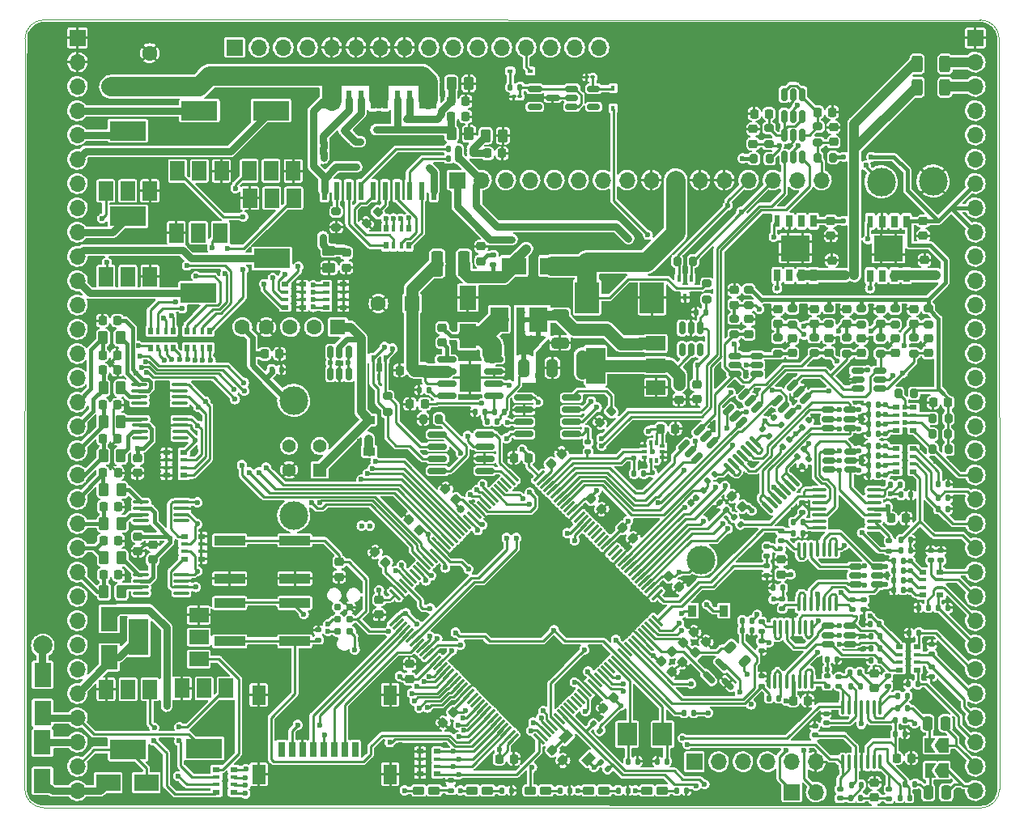
<source format=gbr>
G04 #@! TF.GenerationSoftware,KiCad,Pcbnew,(6.0.1)*
G04 #@! TF.CreationDate,2022-12-03T00:01:53+00:00*
G04 #@! TF.ProjectId,polygonus-Shortage-Version,706f6c79-676f-46e7-9573-2d53686f7274,rev?*
G04 #@! TF.SameCoordinates,Original*
G04 #@! TF.FileFunction,Copper,L1,Top*
G04 #@! TF.FilePolarity,Positive*
%FSLAX46Y46*%
G04 Gerber Fmt 4.6, Leading zero omitted, Abs format (unit mm)*
G04 Created by KiCad (PCBNEW (6.0.1)) date 2022-12-03 00:01:53*
%MOMM*%
%LPD*%
G01*
G04 APERTURE LIST*
G04 Aperture macros list*
%AMRoundRect*
0 Rectangle with rounded corners*
0 $1 Rounding radius*
0 $2 $3 $4 $5 $6 $7 $8 $9 X,Y pos of 4 corners*
0 Add a 4 corners polygon primitive as box body*
4,1,4,$2,$3,$4,$5,$6,$7,$8,$9,$2,$3,0*
0 Add four circle primitives for the rounded corners*
1,1,$1+$1,$2,$3*
1,1,$1+$1,$4,$5*
1,1,$1+$1,$6,$7*
1,1,$1+$1,$8,$9*
0 Add four rect primitives between the rounded corners*
20,1,$1+$1,$2,$3,$4,$5,0*
20,1,$1+$1,$4,$5,$6,$7,0*
20,1,$1+$1,$6,$7,$8,$9,0*
20,1,$1+$1,$8,$9,$2,$3,0*%
%AMRotRect*
0 Rectangle, with rotation*
0 The origin of the aperture is its center*
0 $1 length*
0 $2 width*
0 $3 Rotation angle, in degrees counterclockwise*
0 Add horizontal line*
21,1,$1,$2,0,0,$3*%
%AMFreePoly0*
4,1,6,1.000000,0.000000,0.500000,-0.750000,-0.500000,-0.750000,-0.500000,0.750000,0.500000,0.750000,1.000000,0.000000,1.000000,0.000000,$1*%
%AMFreePoly1*
4,1,6,0.500000,-0.750000,-0.650000,-0.750000,-0.150000,0.000000,-0.650000,0.750000,0.500000,0.750000,0.500000,-0.750000,0.500000,-0.750000,$1*%
G04 Aperture macros list end*
G04 #@! TA.AperFunction,Profile*
%ADD10C,0.050000*%
G04 #@! TD*
G04 #@! TA.AperFunction,SMDPad,CuDef*
%ADD11RoundRect,0.225000X0.250000X-0.225000X0.250000X0.225000X-0.250000X0.225000X-0.250000X-0.225000X0*%
G04 #@! TD*
G04 #@! TA.AperFunction,SMDPad,CuDef*
%ADD12RoundRect,0.135000X-0.135000X-0.185000X0.135000X-0.185000X0.135000X0.185000X-0.135000X0.185000X0*%
G04 #@! TD*
G04 #@! TA.AperFunction,SMDPad,CuDef*
%ADD13RoundRect,0.135000X0.226274X0.035355X0.035355X0.226274X-0.226274X-0.035355X-0.035355X-0.226274X0*%
G04 #@! TD*
G04 #@! TA.AperFunction,SMDPad,CuDef*
%ADD14RoundRect,0.100000X0.100000X-0.637500X0.100000X0.637500X-0.100000X0.637500X-0.100000X-0.637500X0*%
G04 #@! TD*
G04 #@! TA.AperFunction,SMDPad,CuDef*
%ADD15RoundRect,0.100000X0.637500X0.100000X-0.637500X0.100000X-0.637500X-0.100000X0.637500X-0.100000X0*%
G04 #@! TD*
G04 #@! TA.AperFunction,SMDPad,CuDef*
%ADD16R,0.650000X1.310000*%
G04 #@! TD*
G04 #@! TA.AperFunction,SMDPad,CuDef*
%ADD17R,0.600000X1.310000*%
G04 #@! TD*
G04 #@! TA.AperFunction,SMDPad,CuDef*
%ADD18R,1.500000X1.325000*%
G04 #@! TD*
G04 #@! TA.AperFunction,SMDPad,CuDef*
%ADD19RoundRect,0.225000X-0.250000X0.225000X-0.250000X-0.225000X0.250000X-0.225000X0.250000X0.225000X0*%
G04 #@! TD*
G04 #@! TA.AperFunction,SMDPad,CuDef*
%ADD20RoundRect,0.135000X-0.226274X-0.035355X-0.035355X-0.226274X0.226274X0.035355X0.035355X0.226274X0*%
G04 #@! TD*
G04 #@! TA.AperFunction,SMDPad,CuDef*
%ADD21RoundRect,0.225000X-0.225000X-0.250000X0.225000X-0.250000X0.225000X0.250000X-0.225000X0.250000X0*%
G04 #@! TD*
G04 #@! TA.AperFunction,SMDPad,CuDef*
%ADD22RoundRect,0.225000X0.017678X-0.335876X0.335876X-0.017678X-0.017678X0.335876X-0.335876X0.017678X0*%
G04 #@! TD*
G04 #@! TA.AperFunction,SMDPad,CuDef*
%ADD23RoundRect,0.140000X-0.140000X-0.170000X0.140000X-0.170000X0.140000X0.170000X-0.140000X0.170000X0*%
G04 #@! TD*
G04 #@! TA.AperFunction,SMDPad,CuDef*
%ADD24RoundRect,0.225000X0.335876X0.017678X0.017678X0.335876X-0.335876X-0.017678X-0.017678X-0.335876X0*%
G04 #@! TD*
G04 #@! TA.AperFunction,SMDPad,CuDef*
%ADD25RoundRect,0.225000X-0.335876X-0.017678X-0.017678X-0.335876X0.335876X0.017678X0.017678X0.335876X0*%
G04 #@! TD*
G04 #@! TA.AperFunction,SMDPad,CuDef*
%ADD26RoundRect,0.218750X0.424264X0.114905X0.114905X0.424264X-0.424264X-0.114905X-0.114905X-0.424264X0*%
G04 #@! TD*
G04 #@! TA.AperFunction,SMDPad,CuDef*
%ADD27RoundRect,0.200000X0.200000X0.275000X-0.200000X0.275000X-0.200000X-0.275000X0.200000X-0.275000X0*%
G04 #@! TD*
G04 #@! TA.AperFunction,SMDPad,CuDef*
%ADD28R,0.800000X0.500000*%
G04 #@! TD*
G04 #@! TA.AperFunction,SMDPad,CuDef*
%ADD29R,0.800000X0.400000*%
G04 #@! TD*
G04 #@! TA.AperFunction,SMDPad,CuDef*
%ADD30RoundRect,0.100000X0.521491X-0.380070X-0.380070X0.521491X-0.521491X0.380070X0.380070X-0.521491X0*%
G04 #@! TD*
G04 #@! TA.AperFunction,SMDPad,CuDef*
%ADD31R,0.500000X0.800000*%
G04 #@! TD*
G04 #@! TA.AperFunction,SMDPad,CuDef*
%ADD32R,0.400000X0.800000*%
G04 #@! TD*
G04 #@! TA.AperFunction,SMDPad,CuDef*
%ADD33RoundRect,0.135000X0.135000X0.185000X-0.135000X0.185000X-0.135000X-0.185000X0.135000X-0.185000X0*%
G04 #@! TD*
G04 #@! TA.AperFunction,SMDPad,CuDef*
%ADD34RoundRect,0.225000X0.225000X0.250000X-0.225000X0.250000X-0.225000X-0.250000X0.225000X-0.250000X0*%
G04 #@! TD*
G04 #@! TA.AperFunction,SMDPad,CuDef*
%ADD35RoundRect,0.075000X0.521491X-0.415425X-0.415425X0.521491X-0.521491X0.415425X0.415425X-0.521491X0*%
G04 #@! TD*
G04 #@! TA.AperFunction,SMDPad,CuDef*
%ADD36RoundRect,0.075000X0.521491X0.415425X0.415425X0.521491X-0.521491X-0.415425X-0.415425X-0.521491X0*%
G04 #@! TD*
G04 #@! TA.AperFunction,SMDPad,CuDef*
%ADD37RoundRect,0.250000X-0.325000X-0.650000X0.325000X-0.650000X0.325000X0.650000X-0.325000X0.650000X0*%
G04 #@! TD*
G04 #@! TA.AperFunction,SMDPad,CuDef*
%ADD38RoundRect,0.200000X-0.200000X-0.275000X0.200000X-0.275000X0.200000X0.275000X-0.200000X0.275000X0*%
G04 #@! TD*
G04 #@! TA.AperFunction,SMDPad,CuDef*
%ADD39RoundRect,0.140000X0.140000X0.170000X-0.140000X0.170000X-0.140000X-0.170000X0.140000X-0.170000X0*%
G04 #@! TD*
G04 #@! TA.AperFunction,SMDPad,CuDef*
%ADD40R,2.500000X1.800000*%
G04 #@! TD*
G04 #@! TA.AperFunction,SMDPad,CuDef*
%ADD41RoundRect,0.250000X-0.262500X-0.450000X0.262500X-0.450000X0.262500X0.450000X-0.262500X0.450000X0*%
G04 #@! TD*
G04 #@! TA.AperFunction,SMDPad,CuDef*
%ADD42RoundRect,0.100000X0.712500X0.100000X-0.712500X0.100000X-0.712500X-0.100000X0.712500X-0.100000X0*%
G04 #@! TD*
G04 #@! TA.AperFunction,SMDPad,CuDef*
%ADD43RoundRect,0.212500X0.400000X0.212500X-0.400000X0.212500X-0.400000X-0.212500X0.400000X-0.212500X0*%
G04 #@! TD*
G04 #@! TA.AperFunction,SMDPad,CuDef*
%ADD44RoundRect,0.135000X-0.185000X0.135000X-0.185000X-0.135000X0.185000X-0.135000X0.185000X0.135000X0*%
G04 #@! TD*
G04 #@! TA.AperFunction,SMDPad,CuDef*
%ADD45RoundRect,0.200000X-0.275000X0.200000X-0.275000X-0.200000X0.275000X-0.200000X0.275000X0.200000X0*%
G04 #@! TD*
G04 #@! TA.AperFunction,SMDPad,CuDef*
%ADD46RoundRect,0.200000X0.275000X-0.200000X0.275000X0.200000X-0.275000X0.200000X-0.275000X-0.200000X0*%
G04 #@! TD*
G04 #@! TA.AperFunction,SMDPad,CuDef*
%ADD47R,1.200000X0.900000*%
G04 #@! TD*
G04 #@! TA.AperFunction,SMDPad,CuDef*
%ADD48RoundRect,0.250000X0.312500X0.625000X-0.312500X0.625000X-0.312500X-0.625000X0.312500X-0.625000X0*%
G04 #@! TD*
G04 #@! TA.AperFunction,SMDPad,CuDef*
%ADD49RoundRect,0.250000X-0.312500X-0.625000X0.312500X-0.625000X0.312500X0.625000X-0.312500X0.625000X0*%
G04 #@! TD*
G04 #@! TA.AperFunction,SMDPad,CuDef*
%ADD50C,3.000000*%
G04 #@! TD*
G04 #@! TA.AperFunction,SMDPad,CuDef*
%ADD51RoundRect,0.150000X0.150000X-0.512500X0.150000X0.512500X-0.150000X0.512500X-0.150000X-0.512500X0*%
G04 #@! TD*
G04 #@! TA.AperFunction,SMDPad,CuDef*
%ADD52R,0.450000X0.700000*%
G04 #@! TD*
G04 #@! TA.AperFunction,SMDPad,CuDef*
%ADD53RoundRect,0.135000X0.185000X-0.135000X0.185000X0.135000X-0.185000X0.135000X-0.185000X-0.135000X0*%
G04 #@! TD*
G04 #@! TA.AperFunction,ComponentPad*
%ADD54R,1.600000X1.600000*%
G04 #@! TD*
G04 #@! TA.AperFunction,ComponentPad*
%ADD55C,1.600000*%
G04 #@! TD*
G04 #@! TA.AperFunction,SMDPad,CuDef*
%ADD56R,2.500000X3.300000*%
G04 #@! TD*
G04 #@! TA.AperFunction,SMDPad,CuDef*
%ADD57RoundRect,0.135000X-0.035355X0.226274X-0.226274X0.035355X0.035355X-0.226274X0.226274X-0.035355X0*%
G04 #@! TD*
G04 #@! TA.AperFunction,SMDPad,CuDef*
%ADD58RoundRect,0.135000X0.035355X-0.226274X0.226274X-0.035355X-0.035355X0.226274X-0.226274X0.035355X0*%
G04 #@! TD*
G04 #@! TA.AperFunction,SMDPad,CuDef*
%ADD59RoundRect,0.150000X0.512500X0.150000X-0.512500X0.150000X-0.512500X-0.150000X0.512500X-0.150000X0*%
G04 #@! TD*
G04 #@! TA.AperFunction,SMDPad,CuDef*
%ADD60RoundRect,0.140000X-0.170000X0.140000X-0.170000X-0.140000X0.170000X-0.140000X0.170000X0.140000X0*%
G04 #@! TD*
G04 #@! TA.AperFunction,SMDPad,CuDef*
%ADD61RoundRect,0.140000X0.170000X-0.140000X0.170000X0.140000X-0.170000X0.140000X-0.170000X-0.140000X0*%
G04 #@! TD*
G04 #@! TA.AperFunction,SMDPad,CuDef*
%ADD62RoundRect,0.100000X-0.100000X0.637500X-0.100000X-0.637500X0.100000X-0.637500X0.100000X0.637500X0*%
G04 #@! TD*
G04 #@! TA.AperFunction,SMDPad,CuDef*
%ADD63R,2.000000X1.500000*%
G04 #@! TD*
G04 #@! TA.AperFunction,SMDPad,CuDef*
%ADD64R,2.000000X3.800000*%
G04 #@! TD*
G04 #@! TA.AperFunction,SMDPad,CuDef*
%ADD65R,2.000000X2.400000*%
G04 #@! TD*
G04 #@! TA.AperFunction,SMDPad,CuDef*
%ADD66RoundRect,0.150000X-0.825000X-0.150000X0.825000X-0.150000X0.825000X0.150000X-0.825000X0.150000X0*%
G04 #@! TD*
G04 #@! TA.AperFunction,SMDPad,CuDef*
%ADD67R,2.290000X3.000000*%
G04 #@! TD*
G04 #@! TA.AperFunction,SMDPad,CuDef*
%ADD68R,1.800000X2.500000*%
G04 #@! TD*
G04 #@! TA.AperFunction,SMDPad,CuDef*
%ADD69RoundRect,0.150000X-0.150000X0.512500X-0.150000X-0.512500X0.150000X-0.512500X0.150000X0.512500X0*%
G04 #@! TD*
G04 #@! TA.AperFunction,SMDPad,CuDef*
%ADD70RoundRect,0.250000X0.375000X1.075000X-0.375000X1.075000X-0.375000X-1.075000X0.375000X-1.075000X0*%
G04 #@! TD*
G04 #@! TA.AperFunction,SMDPad,CuDef*
%ADD71RoundRect,0.200000X-0.053033X0.335876X-0.335876X0.053033X0.053033X-0.335876X0.335876X-0.053033X0*%
G04 #@! TD*
G04 #@! TA.AperFunction,SMDPad,CuDef*
%ADD72R,1.900000X2.500000*%
G04 #@! TD*
G04 #@! TA.AperFunction,SMDPad,CuDef*
%ADD73RoundRect,0.250000X-0.650000X0.325000X-0.650000X-0.325000X0.650000X-0.325000X0.650000X0.325000X0*%
G04 #@! TD*
G04 #@! TA.AperFunction,SMDPad,CuDef*
%ADD74RoundRect,0.250000X-0.250000X-0.475000X0.250000X-0.475000X0.250000X0.475000X-0.250000X0.475000X0*%
G04 #@! TD*
G04 #@! TA.AperFunction,ComponentPad*
%ADD75R,1.700000X1.700000*%
G04 #@! TD*
G04 #@! TA.AperFunction,ComponentPad*
%ADD76O,1.700000X1.700000*%
G04 #@! TD*
G04 #@! TA.AperFunction,SMDPad,CuDef*
%ADD77FreePoly0,180.000000*%
G04 #@! TD*
G04 #@! TA.AperFunction,SMDPad,CuDef*
%ADD78FreePoly1,180.000000*%
G04 #@! TD*
G04 #@! TA.AperFunction,SMDPad,CuDef*
%ADD79R,0.800000X1.500000*%
G04 #@! TD*
G04 #@! TA.AperFunction,SMDPad,CuDef*
%ADD80R,1.450000X2.000000*%
G04 #@! TD*
G04 #@! TA.AperFunction,ComponentPad*
%ADD81R,1.400000X1.400000*%
G04 #@! TD*
G04 #@! TA.AperFunction,ComponentPad*
%ADD82C,1.400000*%
G04 #@! TD*
G04 #@! TA.AperFunction,ComponentPad*
%ADD83C,3.000000*%
G04 #@! TD*
G04 #@! TA.AperFunction,SMDPad,CuDef*
%ADD84RoundRect,0.250000X-0.450000X0.262500X-0.450000X-0.262500X0.450000X-0.262500X0.450000X0.262500X0*%
G04 #@! TD*
G04 #@! TA.AperFunction,SMDPad,CuDef*
%ADD85RoundRect,0.150000X-0.521491X0.309359X0.309359X-0.521491X0.521491X-0.309359X-0.309359X0.521491X0*%
G04 #@! TD*
G04 #@! TA.AperFunction,SMDPad,CuDef*
%ADD86RoundRect,0.100000X-0.100000X0.175000X-0.100000X-0.175000X0.100000X-0.175000X0.100000X0.175000X0*%
G04 #@! TD*
G04 #@! TA.AperFunction,SMDPad,CuDef*
%ADD87RoundRect,0.100000X-0.175000X0.100000X-0.175000X-0.100000X0.175000X-0.100000X0.175000X0.100000X0*%
G04 #@! TD*
G04 #@! TA.AperFunction,SMDPad,CuDef*
%ADD88R,3.200000X1.000000*%
G04 #@! TD*
G04 #@! TA.AperFunction,ConnectorPad*
%ADD89C,0.787400*%
G04 #@! TD*
G04 #@! TA.AperFunction,SMDPad,CuDef*
%ADD90R,0.900000X1.200000*%
G04 #@! TD*
G04 #@! TA.AperFunction,SMDPad,CuDef*
%ADD91RotRect,0.900000X1.200000X315.000000*%
G04 #@! TD*
G04 #@! TA.AperFunction,SMDPad,CuDef*
%ADD92R,0.450000X0.600000*%
G04 #@! TD*
G04 #@! TA.AperFunction,SMDPad,CuDef*
%ADD93RoundRect,0.150000X-0.512500X-0.150000X0.512500X-0.150000X0.512500X0.150000X-0.512500X0.150000X0*%
G04 #@! TD*
G04 #@! TA.AperFunction,SMDPad,CuDef*
%ADD94R,1.500000X2.000000*%
G04 #@! TD*
G04 #@! TA.AperFunction,SMDPad,CuDef*
%ADD95R,3.800000X2.000000*%
G04 #@! TD*
G04 #@! TA.AperFunction,SMDPad,CuDef*
%ADD96RoundRect,0.150000X0.256326X0.468458X-0.468458X-0.256326X-0.256326X-0.468458X0.468458X0.256326X0*%
G04 #@! TD*
G04 #@! TA.AperFunction,SMDPad,CuDef*
%ADD97R,0.550000X1.950000*%
G04 #@! TD*
G04 #@! TA.AperFunction,SMDPad,CuDef*
%ADD98RoundRect,0.200000X0.053033X-0.335876X0.335876X-0.053033X-0.053033X0.335876X-0.335876X0.053033X0*%
G04 #@! TD*
G04 #@! TA.AperFunction,SMDPad,CuDef*
%ADD99RoundRect,0.100000X-0.130000X-0.100000X0.130000X-0.100000X0.130000X0.100000X-0.130000X0.100000X0*%
G04 #@! TD*
G04 #@! TA.AperFunction,SMDPad,CuDef*
%ADD100RoundRect,0.150000X-0.587500X-0.150000X0.587500X-0.150000X0.587500X0.150000X-0.587500X0.150000X0*%
G04 #@! TD*
G04 #@! TA.AperFunction,SMDPad,CuDef*
%ADD101R,0.600000X0.450000*%
G04 #@! TD*
G04 #@! TA.AperFunction,SMDPad,CuDef*
%ADD102RoundRect,0.150000X0.825000X0.150000X-0.825000X0.150000X-0.825000X-0.150000X0.825000X-0.150000X0*%
G04 #@! TD*
G04 #@! TA.AperFunction,SMDPad,CuDef*
%ADD103RoundRect,0.100000X0.130000X0.100000X-0.130000X0.100000X-0.130000X-0.100000X0.130000X-0.100000X0*%
G04 #@! TD*
G04 #@! TA.AperFunction,ViaPad*
%ADD104C,0.599440*%
G04 #@! TD*
G04 #@! TA.AperFunction,ViaPad*
%ADD105C,0.800000*%
G04 #@! TD*
G04 #@! TA.AperFunction,ViaPad*
%ADD106C,0.600000*%
G04 #@! TD*
G04 #@! TA.AperFunction,ViaPad*
%ADD107C,2.000000*%
G04 #@! TD*
G04 #@! TA.AperFunction,Conductor*
%ADD108C,0.254000*%
G04 #@! TD*
G04 #@! TA.AperFunction,Conductor*
%ADD109C,0.404600*%
G04 #@! TD*
G04 #@! TA.AperFunction,Conductor*
%ADD110C,0.914400*%
G04 #@! TD*
G04 #@! TA.AperFunction,Conductor*
%ADD111C,0.406400*%
G04 #@! TD*
G04 #@! TA.AperFunction,Conductor*
%ADD112C,0.762000*%
G04 #@! TD*
G04 #@! TA.AperFunction,Conductor*
%ADD113C,1.016000*%
G04 #@! TD*
G04 #@! TA.AperFunction,Conductor*
%ADD114C,1.270000*%
G04 #@! TD*
G04 #@! TA.AperFunction,Conductor*
%ADD115C,0.304800*%
G04 #@! TD*
G04 #@! TA.AperFunction,Conductor*
%ADD116C,2.032000*%
G04 #@! TD*
G04 #@! TA.AperFunction,Conductor*
%ADD117C,0.609600*%
G04 #@! TD*
G04 APERTURE END LIST*
D10*
X27598758Y70480030D02*
X27566743Y-7944264D01*
X29598758Y72480030D02*
G75*
G03*
X27598758Y70480030I-1J-1999999D01*
G01*
X127511245Y72474911D02*
X29598758Y72480030D01*
X29566743Y-9944264D02*
X127539293Y-9975264D01*
X127539293Y-9975264D02*
G75*
G03*
X129539293Y-7975264I1J1999999D01*
G01*
X129539293Y-7975264D02*
X129511245Y70474911D01*
X27566743Y-7944264D02*
G75*
G03*
X29566743Y-9944264I1999999J-1D01*
G01*
X129511245Y70474911D02*
G75*
G03*
X127511245Y72474911I-1999999J1D01*
G01*
D11*
G04 #@! TO.P,C1015,1*
G04 #@! TO.N,/12V_PROT*
X112003326Y45778948D03*
G04 #@! TO.P,C1015,2*
G04 #@! TO.N,GND*
X112003326Y47328948D03*
G04 #@! TD*
D12*
G04 #@! TO.P,R902,1*
G04 #@! TO.N,/AV10*
X123130975Y21307317D03*
G04 #@! TO.P,R902,2*
G04 #@! TO.N,GND*
X124150975Y21307317D03*
G04 #@! TD*
G04 #@! TO.P,R903,1*
G04 #@! TO.N,/AV11*
X123142194Y22496586D03*
G04 #@! TO.P,R903,2*
G04 #@! TO.N,GND*
X124162194Y22496586D03*
G04 #@! TD*
G04 #@! TO.P,R904,1*
G04 #@! TO.N,/quad_analog3/IN4*
X123119755Y23887806D03*
G04 #@! TO.P,R904,2*
G04 #@! TO.N,GND*
X124139755Y23887806D03*
G04 #@! TD*
D13*
G04 #@! TO.P,R1007,1*
G04 #@! TO.N,/mcu/5V_SENSOR_2_PG*
X88562124Y-5885124D03*
G04 #@! TO.P,R1007,2*
G04 #@! TO.N,+3V3*
X87840876Y-5163876D03*
G04 #@! TD*
D14*
G04 #@! TO.P,U801,1*
G04 #@! TO.N,Net-(R9-Pad2)*
X108540000Y11361500D03*
G04 #@! TO.P,U801,2,-*
X109190000Y11361500D03*
G04 #@! TO.P,U801,3,+*
G04 #@! TO.N,Net-(C5-Pad1)*
X109840000Y11361500D03*
G04 #@! TO.P,U801,4,V+*
G04 #@! TO.N,+5V*
X110490000Y11361500D03*
G04 #@! TO.P,U801,5,+*
G04 #@! TO.N,Net-(C6-Pad1)*
X111140000Y11361500D03*
G04 #@! TO.P,U801,6,-*
G04 #@! TO.N,Net-(R10-Pad2)*
X111790000Y11361500D03*
G04 #@! TO.P,U801,7*
X112440000Y11361500D03*
G04 #@! TO.P,U801,8*
G04 #@! TO.N,Net-(R11-Pad2)*
X112440000Y17086500D03*
G04 #@! TO.P,U801,9,-*
X111790000Y17086500D03*
G04 #@! TO.P,U801,10,+*
G04 #@! TO.N,Net-(C7-Pad1)*
X111140000Y17086500D03*
G04 #@! TO.P,U801,11,V-*
G04 #@! TO.N,GND*
X110490000Y17086500D03*
G04 #@! TO.P,U801,12,+*
G04 #@! TO.N,Net-(C8-Pad1)*
X109840000Y17086500D03*
G04 #@! TO.P,U801,13,-*
G04 #@! TO.N,Net-(R12-Pad2)*
X109190000Y17086500D03*
G04 #@! TO.P,U801,14*
X108540000Y17086500D03*
G04 #@! TD*
D15*
G04 #@! TO.P,U901,1*
G04 #@! TO.N,Net-(R17-Pad2)*
X116400500Y19386000D03*
G04 #@! TO.P,U901,2,-*
X116400500Y20036000D03*
G04 #@! TO.P,U901,3,+*
G04 #@! TO.N,Net-(C9-Pad1)*
X116400500Y20686000D03*
G04 #@! TO.P,U901,4,V+*
G04 #@! TO.N,+5V*
X116400500Y21336000D03*
G04 #@! TO.P,U901,5,+*
G04 #@! TO.N,Net-(C10-Pad1)*
X116400500Y21986000D03*
G04 #@! TO.P,U901,6,-*
G04 #@! TO.N,Net-(R18-Pad2)*
X116400500Y22636000D03*
G04 #@! TO.P,U901,7*
X116400500Y23286000D03*
G04 #@! TO.P,U901,8*
G04 #@! TO.N,Net-(R19-Pad2)*
X110675500Y23286000D03*
G04 #@! TO.P,U901,9,-*
X110675500Y22636000D03*
G04 #@! TO.P,U901,10,+*
G04 #@! TO.N,Net-(C11-Pad1)*
X110675500Y21986000D03*
G04 #@! TO.P,U901,11,V-*
G04 #@! TO.N,GND*
X110675500Y21336000D03*
G04 #@! TO.P,U901,12,+*
G04 #@! TO.N,Net-(C12-Pad1)*
X110675500Y20686000D03*
G04 #@! TO.P,U901,13,-*
G04 #@! TO.N,Net-(R20-Pad2)*
X110675500Y20036000D03*
G04 #@! TO.P,U901,14*
X110675500Y19386000D03*
G04 #@! TD*
D16*
G04 #@! TO.P,U1004,1,OUT*
G04 #@! TO.N,/5V_SENSOR_1*
X119814671Y51392123D03*
G04 #@! TO.P,U1004,2*
G04 #@! TO.N,unconnected-(U1004-Pad2)*
X118544671Y51392123D03*
G04 #@! TO.P,U1004,3,GND*
G04 #@! TO.N,GND*
X117274671Y51392123D03*
D17*
G04 #@! TO.P,U1004,4,PG*
G04 #@! TO.N,/mcu/5V_SENSOR_1_PG*
X116004671Y51392123D03*
D16*
G04 #@! TO.P,U1004,5,ADJ*
G04 #@! TO.N,+5V*
X116004671Y45702123D03*
G04 #@! TO.P,U1004,6*
G04 #@! TO.N,unconnected-(U1004-Pad6)*
X117274671Y45702123D03*
G04 #@! TO.P,U1004,7,EN*
G04 #@! TO.N,/12V_PROT*
X118544671Y45702123D03*
G04 #@! TO.P,U1004,8,IN*
X119814671Y45702123D03*
D18*
G04 #@! TO.P,U1004,9,GND*
G04 #@! TO.N,GND*
X118659671Y49209623D03*
X117159671Y47884623D03*
X118659671Y47884623D03*
X117159671Y49209623D03*
G04 #@! TD*
D16*
G04 #@! TO.P,U1005,1,OUT*
G04 #@! TO.N,/5V_SENSOR_2*
X110083142Y51429989D03*
G04 #@! TO.P,U1005,2*
G04 #@! TO.N,unconnected-(U1005-Pad2)*
X108813142Y51429989D03*
G04 #@! TO.P,U1005,3,GND*
G04 #@! TO.N,GND*
X107543142Y51429989D03*
D17*
G04 #@! TO.P,U1005,4,PG*
G04 #@! TO.N,/mcu/5V_SENSOR_2_PG*
X106273142Y51429989D03*
D16*
G04 #@! TO.P,U1005,5,ADJ*
G04 #@! TO.N,+5V*
X106273142Y45739989D03*
G04 #@! TO.P,U1005,6*
G04 #@! TO.N,unconnected-(U1005-Pad6)*
X107543142Y45739989D03*
G04 #@! TO.P,U1005,7,EN*
G04 #@! TO.N,/12V_PROT*
X108813142Y45739989D03*
G04 #@! TO.P,U1005,8,IN*
X110083142Y45739989D03*
D18*
G04 #@! TO.P,U1005,9,GND*
G04 #@! TO.N,GND*
X108928142Y47922489D03*
X107428142Y49247489D03*
X107428142Y47922489D03*
X108928142Y49247489D03*
G04 #@! TD*
D19*
G04 #@! TO.P,C1016,1*
G04 #@! TO.N,/5V_SENSOR_1*
X121539912Y51428769D03*
G04 #@! TO.P,C1016,2*
G04 #@! TO.N,GND*
X121539912Y49878769D03*
G04 #@! TD*
D11*
G04 #@! TO.P,C1017,1*
G04 #@! TO.N,/12V_PROT*
X121694368Y45805498D03*
G04 #@! TO.P,C1017,2*
G04 #@! TO.N,GND*
X121694368Y47355498D03*
G04 #@! TD*
D19*
G04 #@! TO.P,C1018,1*
G04 #@! TO.N,/5V_SENSOR_2*
X111896736Y51445598D03*
G04 #@! TO.P,C1018,2*
G04 #@! TO.N,GND*
X111896736Y49895598D03*
G04 #@! TD*
D20*
G04 #@! TO.P,R1006,1*
G04 #@! TO.N,/mcu/5V_SENSOR_1_PG*
X87015376Y-1163376D03*
G04 #@! TO.P,R1006,2*
G04 #@! TO.N,+3V3*
X87736624Y-1884624D03*
G04 #@! TD*
D21*
G04 #@! TO.P,C701,1*
G04 #@! TO.N,+5V*
X107937000Y1270000D03*
G04 #@! TO.P,C701,2*
G04 #@! TO.N,GND*
X109487000Y1270000D03*
G04 #@! TD*
D11*
G04 #@! TO.P,C801,1*
G04 #@! TO.N,+5V*
X106680000Y14465000D03*
G04 #@! TO.P,C801,2*
G04 #@! TO.N,GND*
X106680000Y16015000D03*
G04 #@! TD*
D21*
G04 #@! TO.P,C901,1*
G04 #@! TO.N,+5V*
X118194266Y20335608D03*
G04 #@! TO.P,C901,2*
G04 #@! TO.N,GND*
X119744266Y20335608D03*
G04 #@! TD*
D22*
G04 #@! TO.P,C1518,1*
G04 #@! TO.N,Net-(C1518-Pad1)*
X82636992Y25994992D03*
G04 #@! TO.P,C1518,2*
G04 #@! TO.N,GND*
X83733008Y27091008D03*
G04 #@! TD*
D23*
G04 #@! TO.P,C1521,1*
G04 #@! TO.N,Net-(C1521-Pad1)*
X90706000Y-5080000D03*
G04 #@! TO.P,C1521,2*
G04 #@! TO.N,GND*
X91666000Y-5080000D03*
G04 #@! TD*
D21*
G04 #@! TO.P,C1503,1*
G04 #@! TO.N,GND*
X78727000Y26670000D03*
G04 #@! TO.P,C1503,2*
G04 #@! TO.N,+3V3*
X80277000Y26670000D03*
G04 #@! TD*
D24*
G04 #@! TO.P,C1505,1*
G04 #@! TO.N,GND*
X95290008Y4277992D03*
G04 #@! TO.P,C1505,2*
G04 #@! TO.N,+3V3*
X94193992Y5374008D03*
G04 #@! TD*
G04 #@! TO.P,C1506,1*
G04 #@! TO.N,GND*
X96052008Y13167992D03*
G04 #@! TO.P,C1506,2*
G04 #@! TO.N,+3V3*
X94955992Y14264008D03*
G04 #@! TD*
D25*
G04 #@! TO.P,C1507,1*
G04 #@! TO.N,GND*
X71587992Y23408008D03*
G04 #@! TO.P,C1507,2*
G04 #@! TO.N,+3V3*
X72684008Y22311992D03*
G04 #@! TD*
D22*
G04 #@! TO.P,C1501,1*
G04 #@! TO.N,/mcu/VDDA*
X96479992Y7325992D03*
G04 #@! TO.P,C1501,2*
G04 #@! TO.N,GND*
X97576008Y8422008D03*
G04 #@! TD*
G04 #@! TO.P,C1502,1*
G04 #@! TO.N,/mcu/VDDA*
X97749992Y6309992D03*
G04 #@! TO.P,C1502,2*
G04 #@! TO.N,GND*
X98846008Y7406008D03*
G04 #@! TD*
D24*
G04 #@! TO.P,C1101,1*
G04 #@! TO.N,+5V*
X102656008Y21549992D03*
G04 #@! TO.P,C1101,2*
G04 #@! TO.N,GND*
X101559992Y22646008D03*
G04 #@! TD*
D26*
G04 #@! TO.P,FB1501,1*
G04 #@! TO.N,+3V3*
X102859301Y5344699D03*
G04 #@! TO.P,FB1501,2*
G04 #@! TO.N,/mcu/VDDA*
X101356699Y6847301D03*
G04 #@! TD*
D12*
G04 #@! TO.P,R901,1*
G04 #@! TO.N,/AV9*
X119202315Y18098535D03*
G04 #@! TO.P,R901,2*
G04 #@! TO.N,GND*
X120222315Y18098535D03*
G04 #@! TD*
G04 #@! TO.P,R1502,1*
G04 #@! TO.N,/mcu/nRESET*
X96518000Y0D03*
G04 #@! TO.P,R1502,2*
G04 #@! TO.N,+3V3*
X97538000Y0D03*
G04 #@! TD*
D27*
G04 #@! TO.P,R1101,1*
G04 #@! TO.N,/5V_SENSOR_1*
X124203537Y27547316D03*
G04 #@! TO.P,R1101,2*
G04 #@! TO.N,/AT1*
X122553537Y27547316D03*
G04 #@! TD*
G04 #@! TO.P,R1102,1*
G04 #@! TO.N,/5V_SENSOR_1*
X124169878Y29129268D03*
G04 #@! TO.P,R1102,2*
G04 #@! TO.N,/AT2*
X122519878Y29129268D03*
G04 #@! TD*
G04 #@! TO.P,R1103,1*
G04 #@! TO.N,/5V_SENSOR_1*
X124181098Y30789757D03*
G04 #@! TO.P,R1103,2*
G04 #@! TO.N,/AT3*
X122531098Y30789757D03*
G04 #@! TD*
G04 #@! TO.P,R1104,1*
G04 #@! TO.N,/5V_SENSOR_1*
X120586000Y33401000D03*
G04 #@! TO.P,R1104,2*
G04 #@! TO.N,/AT4*
X118936000Y33401000D03*
G04 #@! TD*
D28*
G04 #@! TO.P,RN701,1,R1.1*
G04 #@! TO.N,/AV1*
X120887074Y4487074D03*
D29*
G04 #@! TO.P,RN701,2,R2.1*
G04 #@! TO.N,/AV2*
X120887074Y5287074D03*
G04 #@! TO.P,RN701,3,R3.1*
G04 #@! TO.N,/AV3*
X120887074Y6087074D03*
D28*
G04 #@! TO.P,RN701,4,R4.1*
G04 #@! TO.N,/AV4*
X120887074Y6887074D03*
G04 #@! TO.P,RN701,5,R4.2*
G04 #@! TO.N,Net-(C4-Pad1)*
X119087074Y6887074D03*
D29*
G04 #@! TO.P,RN701,6,R3.2*
G04 #@! TO.N,Net-(C3-Pad1)*
X119087074Y6087074D03*
G04 #@! TO.P,RN701,7,R2.2*
G04 #@! TO.N,Net-(C2-Pad1)*
X119087074Y5287074D03*
D28*
G04 #@! TO.P,RN701,8,R1.2*
G04 #@! TO.N,Net-(C1-Pad1)*
X119087074Y4487074D03*
G04 #@! TD*
G04 #@! TO.P,RN801,1,R1.1*
G04 #@! TO.N,/AV5*
X123301709Y12312926D03*
D29*
G04 #@! TO.P,RN801,2,R2.1*
G04 #@! TO.N,/AV6*
X123301709Y13112926D03*
G04 #@! TO.P,RN801,3,R3.1*
G04 #@! TO.N,/AV7*
X123301709Y13912926D03*
D28*
G04 #@! TO.P,RN801,4,R4.1*
G04 #@! TO.N,/AV8*
X123301709Y14712926D03*
G04 #@! TO.P,RN801,5,R4.2*
G04 #@! TO.N,Net-(C8-Pad1)*
X121501709Y14712926D03*
D29*
G04 #@! TO.P,RN801,6,R3.2*
G04 #@! TO.N,Net-(C7-Pad1)*
X121501709Y13912926D03*
G04 #@! TO.P,RN801,7,R2.2*
G04 #@! TO.N,Net-(C6-Pad1)*
X121501709Y13112926D03*
D28*
G04 #@! TO.P,RN801,8,R1.2*
G04 #@! TO.N,Net-(C5-Pad1)*
X121501709Y12312926D03*
G04 #@! TD*
G04 #@! TO.P,RN901,1,R1.1*
G04 #@! TO.N,/AV9*
X120534000Y25216000D03*
D29*
G04 #@! TO.P,RN901,2,R2.1*
G04 #@! TO.N,/AV10*
X120534000Y26016000D03*
G04 #@! TO.P,RN901,3,R3.1*
G04 #@! TO.N,/AV11*
X120534000Y26816000D03*
D28*
G04 #@! TO.P,RN901,4,R4.1*
G04 #@! TO.N,/quad_analog3/IN4*
X120534000Y27616000D03*
G04 #@! TO.P,RN901,5,R4.2*
G04 #@! TO.N,Net-(C12-Pad1)*
X118734000Y27616000D03*
D29*
G04 #@! TO.P,RN901,6,R3.2*
G04 #@! TO.N,Net-(C11-Pad1)*
X118734000Y26816000D03*
G04 #@! TO.P,RN901,7,R2.2*
G04 #@! TO.N,Net-(C10-Pad1)*
X118734000Y26016000D03*
D28*
G04 #@! TO.P,RN901,8,R1.2*
G04 #@! TO.N,Net-(C9-Pad1)*
X118734000Y25216000D03*
G04 #@! TD*
G04 #@! TO.P,RN1101,1,R1.1*
G04 #@! TO.N,/AT1*
X120534000Y29534000D03*
D29*
G04 #@! TO.P,RN1101,2,R2.1*
G04 #@! TO.N,/AT2*
X120534000Y30334000D03*
G04 #@! TO.P,RN1101,3,R3.1*
G04 #@! TO.N,/AT3*
X120534000Y31134000D03*
D28*
G04 #@! TO.P,RN1101,4,R4.1*
G04 #@! TO.N,/AT4*
X120534000Y31934000D03*
G04 #@! TO.P,RN1101,5,R4.2*
G04 #@! TO.N,Net-(C16-Pad1)*
X118734000Y31934000D03*
D29*
G04 #@! TO.P,RN1101,6,R3.2*
G04 #@! TO.N,Net-(C15-Pad1)*
X118734000Y31134000D03*
G04 #@! TO.P,RN1101,7,R2.2*
G04 #@! TO.N,Net-(C14-Pad1)*
X118734000Y30334000D03*
D28*
G04 #@! TO.P,RN1101,8,R1.2*
G04 #@! TO.N,Net-(C13-Pad1)*
X118734000Y29534000D03*
G04 #@! TD*
D30*
G04 #@! TO.P,U1101,1*
G04 #@! TO.N,Net-(R25-Pad2)*
X105293235Y21489049D03*
G04 #@! TO.P,U1101,2,-*
X105752854Y21948668D03*
G04 #@! TO.P,U1101,3,+*
G04 #@! TO.N,Net-(C13-Pad1)*
X106212474Y22408287D03*
G04 #@! TO.P,U1101,4,V+*
G04 #@! TO.N,+5V*
X106672093Y22867907D03*
G04 #@! TO.P,U1101,5,+*
G04 #@! TO.N,Net-(C14-Pad1)*
X107131713Y23327526D03*
G04 #@! TO.P,U1101,6,-*
G04 #@! TO.N,Net-(R26-Pad2)*
X107591332Y23787146D03*
G04 #@! TO.P,U1101,7*
X108050951Y24246765D03*
G04 #@! TO.P,U1101,8*
G04 #@! TO.N,Net-(R27-Pad2)*
X104002765Y28294951D03*
G04 #@! TO.P,U1101,9,-*
X103543146Y27835332D03*
G04 #@! TO.P,U1101,10,+*
G04 #@! TO.N,Net-(C15-Pad1)*
X103083526Y27375713D03*
G04 #@! TO.P,U1101,11,V-*
G04 #@! TO.N,GND*
X102623907Y26916093D03*
G04 #@! TO.P,U1101,12,+*
G04 #@! TO.N,Net-(C16-Pad1)*
X102164287Y26456474D03*
G04 #@! TO.P,U1101,13,-*
G04 #@! TO.N,Net-(R28-Pad2)*
X101704668Y25996854D03*
G04 #@! TO.P,U1101,14*
X101245049Y25537235D03*
G04 #@! TD*
D21*
G04 #@! TO.P,C1516,1*
G04 #@! TO.N,/USB_SHIELD*
X52662462Y37533142D03*
G04 #@! TO.P,C1516,2*
G04 #@! TO.N,GND*
X54212462Y37533142D03*
G04 #@! TD*
D12*
G04 #@! TO.P,R1501,1*
G04 #@! TO.N,/USB_SHIELD*
X53400730Y35884875D03*
G04 #@! TO.P,R1501,2*
G04 #@! TO.N,GND*
X54420730Y35884875D03*
G04 #@! TD*
D19*
G04 #@! TO.P,C1301,1*
G04 #@! TO.N,/HS1*
X61218413Y48102703D03*
G04 #@! TO.P,C1301,2*
G04 #@! TO.N,GND*
X61218413Y46552703D03*
G04 #@! TD*
D21*
G04 #@! TO.P,C1302,1*
G04 #@! TO.N,/HS2*
X75971164Y58519287D03*
G04 #@! TO.P,C1302,2*
G04 #@! TO.N,GND*
X77521164Y58519287D03*
G04 #@! TD*
D31*
G04 #@! TO.P,RN1301,1,R1.1*
G04 #@! TO.N,/highside_quad/IN4*
X67750175Y50664268D03*
D32*
G04 #@! TO.P,RN1301,2,R2.1*
G04 #@! TO.N,/highside_quad/IN3*
X66950175Y50664268D03*
G04 #@! TO.P,RN1301,3,R3.1*
G04 #@! TO.N,/highside_quad/IN2*
X66150175Y50664268D03*
D31*
G04 #@! TO.P,RN1301,4,R4.1*
G04 #@! TO.N,/highside_quad/IN1*
X65350175Y50664268D03*
G04 #@! TO.P,RN1301,5,R4.2*
G04 #@! TO.N,Net-(RN1301-Pad5)*
X65350175Y48864268D03*
D32*
G04 #@! TO.P,RN1301,6,R3.2*
G04 #@! TO.N,Net-(RN1301-Pad6)*
X66150175Y48864268D03*
G04 #@! TO.P,RN1301,7,R2.2*
G04 #@! TO.N,Net-(RN1301-Pad7)*
X66950175Y48864268D03*
D31*
G04 #@! TO.P,RN1301,8,R1.2*
G04 #@! TO.N,Net-(RN1301-Pad8)*
X67750175Y48864268D03*
G04 #@! TD*
D19*
G04 #@! TO.P,C1523,1*
G04 #@! TO.N,/mcu/12V_DIVIDED*
X97854133Y34331095D03*
G04 #@! TO.P,C1523,2*
G04 #@! TO.N,GND*
X97854133Y32781095D03*
G04 #@! TD*
D33*
G04 #@! TO.P,R1504,1*
G04 #@! TO.N,/mcu/12V_DIVIDED*
X98808000Y41910000D03*
G04 #@! TO.P,R1504,2*
G04 #@! TO.N,GND*
X97788000Y41910000D03*
G04 #@! TD*
D14*
G04 #@! TO.P,U701,1*
G04 #@! TO.N,Net-(R1-Pad2)*
X106000000Y3233500D03*
G04 #@! TO.P,U701,2,-*
X106650000Y3233500D03*
G04 #@! TO.P,U701,3,+*
G04 #@! TO.N,Net-(C1-Pad1)*
X107300000Y3233500D03*
G04 #@! TO.P,U701,4,V+*
G04 #@! TO.N,+5V*
X107950000Y3233500D03*
G04 #@! TO.P,U701,5,+*
G04 #@! TO.N,Net-(C2-Pad1)*
X108600000Y3233500D03*
G04 #@! TO.P,U701,6,-*
G04 #@! TO.N,Net-(R2-Pad2)*
X109250000Y3233500D03*
G04 #@! TO.P,U701,7*
X109900000Y3233500D03*
G04 #@! TO.P,U701,8*
G04 #@! TO.N,Net-(R3-Pad2)*
X109900000Y8958500D03*
G04 #@! TO.P,U701,9,-*
X109250000Y8958500D03*
G04 #@! TO.P,U701,10,+*
G04 #@! TO.N,Net-(C3-Pad1)*
X108600000Y8958500D03*
G04 #@! TO.P,U701,11,V-*
G04 #@! TO.N,GND*
X107950000Y8958500D03*
G04 #@! TO.P,U701,12,+*
G04 #@! TO.N,Net-(C4-Pad1)*
X107300000Y8958500D03*
G04 #@! TO.P,U701,13,-*
G04 #@! TO.N,Net-(R4-Pad2)*
X106650000Y8958500D03*
G04 #@! TO.P,U701,14*
X106000000Y8958500D03*
G04 #@! TD*
D25*
G04 #@! TO.P,C1508,1*
G04 #@! TO.N,GND*
X67777992Y20207608D03*
G04 #@! TO.P,C1508,2*
G04 #@! TO.N,+3V3*
X68874008Y19111592D03*
G04 #@! TD*
D24*
G04 #@! TO.P,C1509,1*
G04 #@! TO.N,GND*
X91226008Y18247992D03*
G04 #@! TO.P,C1509,2*
G04 #@! TO.N,+3V3*
X90129992Y19344008D03*
G04 #@! TD*
D19*
G04 #@! TO.P,C1510,1*
G04 #@! TO.N,GND*
X67818000Y5093000D03*
G04 #@! TO.P,C1510,2*
G04 #@! TO.N,+3V3*
X67818000Y3543000D03*
G04 #@! TD*
D34*
G04 #@! TO.P,C1511,1*
G04 #@! TO.N,GND*
X78753000Y-4826000D03*
G04 #@! TO.P,C1511,2*
G04 #@! TO.N,+3V3*
X77203000Y-4826000D03*
G04 #@! TD*
D11*
G04 #@! TO.P,C1513,1*
G04 #@! TO.N,GND*
X64643000Y10274000D03*
G04 #@! TO.P,C1513,2*
G04 #@! TO.N,+3V3*
X64643000Y11824000D03*
G04 #@! TD*
D22*
G04 #@! TO.P,C1515,1*
G04 #@! TO.N,GND*
X88097992Y467992D03*
G04 #@! TO.P,C1515,2*
G04 #@! TO.N,+3V3*
X89194008Y1564008D03*
G04 #@! TD*
D35*
G04 #@! TO.P,U1501,1,PE2*
G04 #@! TO.N,/lowside_quad4/IN4*
X81352342Y-2726710D03*
G04 #@! TO.P,U1501,2,PE3*
G04 #@! TO.N,/mcu/LED1*
X81705895Y-2373157D03*
G04 #@! TO.P,U1501,3,PE4*
G04 #@! TO.N,/mcu/LED2*
X82059449Y-2019604D03*
G04 #@! TO.P,U1501,4,PE5*
G04 #@! TO.N,/mcu/LED3*
X82413002Y-1666050D03*
G04 #@! TO.P,U1501,5,PE6*
G04 #@! TO.N,/mcu/LED4*
X82766555Y-1312497D03*
G04 #@! TO.P,U1501,6,VBAT*
G04 #@! TO.N,Net-(C30-Pad1)*
X83120109Y-958943D03*
G04 #@! TO.P,U1501,7,PC13*
G04 #@! TO.N,unconnected-(U1501-Pad7)*
X83473662Y-605390D03*
G04 #@! TO.P,U1501,8,PC14*
G04 #@! TO.N,/mcu/5V_SENSOR_2_PG*
X83827215Y-251837D03*
G04 #@! TO.P,U1501,9,PC15*
G04 #@! TO.N,/mcu/5V_SENSOR_1_PG*
X84180769Y101717D03*
G04 #@! TO.P,U1501,10,PF0*
G04 #@! TO.N,unconnected-(U1501-Pad10)*
X84534322Y455270D03*
G04 #@! TO.P,U1501,11,PF1*
G04 #@! TO.N,unconnected-(U1501-Pad11)*
X84887876Y808824D03*
G04 #@! TO.P,U1501,12,PF2*
G04 #@! TO.N,unconnected-(U1501-Pad12)*
X85241429Y1162377D03*
G04 #@! TO.P,U1501,13,PF3*
G04 #@! TO.N,unconnected-(U1501-Pad13)*
X85594982Y1515930D03*
G04 #@! TO.P,U1501,14,PF4*
G04 #@! TO.N,/knock/FILTERED_1*
X85948536Y1869484D03*
G04 #@! TO.P,U1501,15,PF5*
G04 #@! TO.N,/knock/FILTERED_2*
X86302089Y2223037D03*
G04 #@! TO.P,U1501,16,VSS*
G04 #@! TO.N,GND*
X86655643Y2576590D03*
G04 #@! TO.P,U1501,17,VDD*
G04 #@! TO.N,+3V3*
X87009196Y2930144D03*
G04 #@! TO.P,U1501,18,PF6*
G04 #@! TO.N,/mcu/AUX_SPI_CS*
X87362749Y3283697D03*
G04 #@! TO.P,U1501,19,PF7*
G04 #@! TO.N,/mcu/AUX_SPI_SCK*
X87716303Y3637251D03*
G04 #@! TO.P,U1501,20,PF8*
G04 #@! TO.N,/mcu/AUX_SPI_MISO*
X88069856Y3990804D03*
G04 #@! TO.P,U1501,21,PF9*
G04 #@! TO.N,/mcu/AUX_SPI_MOSI*
X88423410Y4344357D03*
G04 #@! TO.P,U1501,22,PF10*
G04 #@! TO.N,unconnected-(U1501-Pad22)*
X88776963Y4697911D03*
G04 #@! TO.P,U1501,23,PH0*
G04 #@! TO.N,Net-(C1521-Pad1)*
X89130516Y5051464D03*
G04 #@! TO.P,U1501,24,PH1*
G04 #@! TO.N,Net-(C1522-Pad1)*
X89484070Y5405018D03*
G04 #@! TO.P,U1501,25,NRST*
G04 #@! TO.N,/mcu/nRESET*
X89837623Y5758571D03*
G04 #@! TO.P,U1501,26,PC0*
G04 #@! TO.N,/mcu/AV1*
X90191176Y6112124D03*
G04 #@! TO.P,U1501,27,PC1*
G04 #@! TO.N,/mcu/AV2*
X90544730Y6465678D03*
G04 #@! TO.P,U1501,28,PC2*
G04 #@! TO.N,/mcu/AV3*
X90898283Y6819231D03*
G04 #@! TO.P,U1501,29,PC3*
G04 #@! TO.N,/mcu/AV4*
X91251837Y7172785D03*
G04 #@! TO.P,U1501,30,VDD*
G04 #@! TO.N,+3V3*
X91605390Y7526338D03*
G04 #@! TO.P,U1501,31,VSSA*
G04 #@! TO.N,GND*
X91958943Y7879891D03*
G04 #@! TO.P,U1501,32,VREF+*
G04 #@! TO.N,Net-(C1520-Pad1)*
X92312497Y8233445D03*
G04 #@! TO.P,U1501,33,VDDA*
G04 #@! TO.N,/mcu/VDDA*
X92666050Y8586998D03*
G04 #@! TO.P,U1501,34,PA0*
G04 #@! TO.N,/mcu/AV5*
X93019604Y8940551D03*
G04 #@! TO.P,U1501,35,PA1*
G04 #@! TO.N,/mcu/AV6*
X93373157Y9294105D03*
G04 #@! TO.P,U1501,36,PA2*
G04 #@! TO.N,/mcu/AV7*
X93726710Y9647658D03*
D36*
G04 #@! TO.P,U1501,37,PA3*
G04 #@! TO.N,/mcu/AV8*
X93726710Y12352342D03*
G04 #@! TO.P,U1501,38,VSS*
G04 #@! TO.N,GND*
X93373157Y12705895D03*
G04 #@! TO.P,U1501,39,VDD*
G04 #@! TO.N,+3V3*
X93019604Y13059449D03*
G04 #@! TO.P,U1501,40,PA4*
G04 #@! TO.N,/mcu/AV9*
X92666050Y13413002D03*
G04 #@! TO.P,U1501,41,PA5*
G04 #@! TO.N,/mcu/AV10*
X92312497Y13766555D03*
G04 #@! TO.P,U1501,42,PA6*
G04 #@! TO.N,/mcu/AV11*
X91958943Y14120109D03*
G04 #@! TO.P,U1501,43,PA7*
G04 #@! TO.N,/mcu/12V_DIVIDED*
X91605390Y14473662D03*
G04 #@! TO.P,U1501,44,PC4*
G04 #@! TO.N,/mcu/AT1*
X91251837Y14827215D03*
G04 #@! TO.P,U1501,45,PC5*
G04 #@! TO.N,/mcu/AT2*
X90898283Y15180769D03*
G04 #@! TO.P,U1501,46,PB0*
G04 #@! TO.N,/mcu/AT3*
X90544730Y15534322D03*
G04 #@! TO.P,U1501,47,PB1*
G04 #@! TO.N,/mcu/AT4*
X90191176Y15887876D03*
G04 #@! TO.P,U1501,48,PB2*
G04 #@! TO.N,GND*
X89837623Y16241429D03*
G04 #@! TO.P,U1501,49,PF11*
G04 #@! TO.N,unconnected-(U1501-Pad49)*
X89484070Y16594982D03*
G04 #@! TO.P,U1501,50,PF12*
G04 #@! TO.N,unconnected-(U1501-Pad50)*
X89130516Y16948536D03*
G04 #@! TO.P,U1501,51,VSS*
G04 #@! TO.N,GND*
X88776963Y17302089D03*
G04 #@! TO.P,U1501,52,VDD*
G04 #@! TO.N,+3V3*
X88423410Y17655643D03*
G04 #@! TO.P,U1501,53,PF13*
G04 #@! TO.N,unconnected-(U1501-Pad53)*
X88069856Y18009196D03*
G04 #@! TO.P,U1501,54,PF14*
G04 #@! TO.N,unconnected-(U1501-Pad54)*
X87716303Y18362749D03*
G04 #@! TO.P,U1501,55,PF15*
G04 #@! TO.N,unconnected-(U1501-Pad55)*
X87362749Y18716303D03*
G04 #@! TO.P,U1501,56,PG0*
G04 #@! TO.N,unconnected-(U1501-Pad56)*
X87009196Y19069856D03*
G04 #@! TO.P,U1501,57,PG1*
G04 #@! TO.N,unconnected-(U1501-Pad57)*
X86655643Y19423410D03*
G04 #@! TO.P,U1501,58,PE7*
G04 #@! TO.N,/mcu/VR_1*
X86302089Y19776963D03*
G04 #@! TO.P,U1501,59,PE8*
G04 #@! TO.N,/mcu/VR_2*
X85948536Y20130516D03*
G04 #@! TO.P,U1501,60,PE9*
G04 #@! TO.N,unconnected-(U1501-Pad60)*
X85594982Y20484070D03*
G04 #@! TO.P,U1501,61,VSS*
G04 #@! TO.N,GND*
X85241429Y20837623D03*
G04 #@! TO.P,U1501,62,VDD*
G04 #@! TO.N,+3V3*
X84887876Y21191176D03*
G04 #@! TO.P,U1501,63,PE10*
G04 #@! TO.N,unconnected-(U1501-Pad63)*
X84534322Y21544730D03*
G04 #@! TO.P,U1501,64,PE11*
G04 #@! TO.N,/mcu/DIGITAL2*
X84180769Y21898283D03*
G04 #@! TO.P,U1501,65,PE12*
G04 #@! TO.N,/mcu/DIGITAL3*
X83827215Y22251837D03*
G04 #@! TO.P,U1501,66,PE13*
G04 #@! TO.N,/mcu/DIGITAL5*
X83473662Y22605390D03*
G04 #@! TO.P,U1501,67,PE14*
G04 #@! TO.N,/mcu/DIGITAL4*
X83120109Y22958943D03*
G04 #@! TO.P,U1501,68,PE15*
G04 #@! TO.N,/mcu/DIGITAL6*
X82766555Y23312497D03*
G04 #@! TO.P,U1501,69,PB10*
G04 #@! TO.N,/mcu/BARO_SCL*
X82413002Y23666050D03*
G04 #@! TO.P,U1501,70,PB11*
G04 #@! TO.N,/mcu/BARO_SDA*
X82059449Y24019604D03*
G04 #@! TO.P,U1501,71,VCAP_1*
G04 #@! TO.N,Net-(C1518-Pad1)*
X81705895Y24373157D03*
G04 #@! TO.P,U1501,72,VDD*
G04 #@! TO.N,+3V3*
X81352342Y24726710D03*
D35*
G04 #@! TO.P,U1501,73,PB12*
G04 #@! TO.N,/mcu/CAN2_RX*
X78647658Y24726710D03*
G04 #@! TO.P,U1501,74,PB13*
G04 #@! TO.N,/mcu/CAN2_TX*
X78294105Y24373157D03*
G04 #@! TO.P,U1501,75,PB14*
G04 #@! TO.N,unconnected-(U1501-Pad75)*
X77940551Y24019604D03*
G04 #@! TO.P,U1501,76,PB15*
G04 #@! TO.N,unconnected-(U1501-Pad76)*
X77586998Y23666050D03*
G04 #@! TO.P,U1501,77,PD8*
G04 #@! TO.N,/ETB2_DIS*
X77233445Y23312497D03*
G04 #@! TO.P,U1501,78,PD9*
G04 #@! TO.N,/ETB2_DIR*
X76879891Y22958943D03*
G04 #@! TO.P,U1501,79,PD10*
G04 #@! TO.N,/ETB1_DIR*
X76526338Y22605390D03*
G04 #@! TO.P,U1501,80,PD11*
G04 #@! TO.N,/ETB1_DIS*
X76172785Y22251837D03*
G04 #@! TO.P,U1501,81,PD12*
G04 #@! TO.N,/ETB1_PWM*
X75819231Y21898283D03*
G04 #@! TO.P,U1501,82,PD13*
G04 #@! TO.N,/ETB2_PWM*
X75465678Y21544730D03*
G04 #@! TO.P,U1501,83,VSS*
G04 #@! TO.N,GND*
X75112124Y21191176D03*
G04 #@! TO.P,U1501,84,VDD*
G04 #@! TO.N,+3V3*
X74758571Y20837623D03*
G04 #@! TO.P,U1501,85,PD14*
G04 #@! TO.N,/highside_quad/IN4*
X74405018Y20484070D03*
G04 #@! TO.P,U1501,86,PD15*
G04 #@! TO.N,/highside_quad/IN3*
X74051464Y20130516D03*
G04 #@! TO.P,U1501,87,PG2*
G04 #@! TO.N,/IGN12*
X73697911Y19776963D03*
G04 #@! TO.P,U1501,88,PG3*
G04 #@! TO.N,/IGN11*
X73344357Y19423410D03*
G04 #@! TO.P,U1501,89,PG4*
G04 #@! TO.N,/IGN10*
X72990804Y19069856D03*
G04 #@! TO.P,U1501,90,PG5*
G04 #@! TO.N,/IGN9*
X72637251Y18716303D03*
G04 #@! TO.P,U1501,91,PG6*
G04 #@! TO.N,/ign2/IN4*
X72283697Y18362749D03*
G04 #@! TO.P,U1501,92,PG7*
G04 #@! TO.N,/ign2/IN3*
X71930144Y18009196D03*
G04 #@! TO.P,U1501,93,PG8*
G04 #@! TO.N,/ign2/IN2*
X71576590Y17655643D03*
G04 #@! TO.P,U1501,94,VSS*
G04 #@! TO.N,GND*
X71223037Y17302089D03*
G04 #@! TO.P,U1501,95,VDDUSB*
G04 #@! TO.N,+3V3*
X70869484Y16948536D03*
G04 #@! TO.P,U1501,96,PC6*
G04 #@! TO.N,/mcu/DIGITAL1*
X70515930Y16594982D03*
G04 #@! TO.P,U1501,97,PC7*
G04 #@! TO.N,/ign2/IN1*
X70162377Y16241429D03*
G04 #@! TO.P,U1501,98,PC8*
G04 #@! TO.N,/ign1/IN4*
X69808824Y15887876D03*
G04 #@! TO.P,U1501,99,PC9*
G04 #@! TO.N,/ign1/IN3*
X69455270Y15534322D03*
G04 #@! TO.P,U1501,100,PA8*
G04 #@! TO.N,/highside_quad/IN2*
X69101717Y15180769D03*
G04 #@! TO.P,U1501,101,PA9*
G04 #@! TO.N,/highside_quad/IN1*
X68748163Y14827215D03*
G04 #@! TO.P,U1501,102,PA10*
G04 #@! TO.N,unconnected-(U1501-Pad102)*
X68394610Y14473662D03*
G04 #@! TO.P,U1501,103,PA11*
G04 #@! TO.N,/USB_D-*
X68041057Y14120109D03*
G04 #@! TO.P,U1501,104,PA12*
G04 #@! TO.N,/USB_D+*
X67687503Y13766555D03*
G04 #@! TO.P,U1501,105,PA13*
G04 #@! TO.N,/mcu/SWDIO*
X67333950Y13413002D03*
G04 #@! TO.P,U1501,106,VCAP_2*
G04 #@! TO.N,Net-(C1519-Pad1)*
X66980396Y13059449D03*
G04 #@! TO.P,U1501,107,VSS*
G04 #@! TO.N,GND*
X66626843Y12705895D03*
G04 #@! TO.P,U1501,108,VDD*
G04 #@! TO.N,+3V3*
X66273290Y12352342D03*
D36*
G04 #@! TO.P,U1501,109,PA14*
G04 #@! TO.N,/mcu/SWCLK*
X66273290Y9647658D03*
G04 #@! TO.P,U1501,110,PA15*
G04 #@! TO.N,unconnected-(U1501-Pad110)*
X66626843Y9294105D03*
G04 #@! TO.P,U1501,111,PC10*
G04 #@! TO.N,/mcu/SD_SCK*
X66980396Y8940551D03*
G04 #@! TO.P,U1501,112,PC11*
G04 #@! TO.N,/mcu/SD_MISO*
X67333950Y8586998D03*
G04 #@! TO.P,U1501,113,PC12*
G04 #@! TO.N,/mcu/SD_MOSI*
X67687503Y8233445D03*
G04 #@! TO.P,U1501,114,PD0*
G04 #@! TO.N,/mcu/CAN_RX*
X68041057Y7879891D03*
G04 #@! TO.P,U1501,115,PD1*
G04 #@! TO.N,/mcu/CAN_TX*
X68394610Y7526338D03*
G04 #@! TO.P,U1501,116,PD2*
G04 #@! TO.N,/mcu/SD_CS*
X68748163Y7172785D03*
G04 #@! TO.P,U1501,117,PD3*
G04 #@! TO.N,/ign1/IN2*
X69101717Y6819231D03*
G04 #@! TO.P,U1501,118,PD4*
G04 #@! TO.N,/ign1/IN1*
X69455270Y6465678D03*
G04 #@! TO.P,U1501,119,PD5*
G04 #@! TO.N,/mcu/UART_TX*
X69808824Y6112124D03*
G04 #@! TO.P,U1501,120,VSS*
G04 #@! TO.N,GND*
X70162377Y5758571D03*
G04 #@! TO.P,U1501,121,VDDSDMMC*
G04 #@! TO.N,+3V3*
X70515930Y5405018D03*
G04 #@! TO.P,U1501,122,PD6*
G04 #@! TO.N,/mcu/UART_RX*
X70869484Y5051464D03*
G04 #@! TO.P,U1501,123,PD7*
G04 #@! TO.N,/lowside_quad1/IN1*
X71223037Y4697911D03*
G04 #@! TO.P,U1501,124,PG9*
G04 #@! TO.N,/lowside_quad1/IN2*
X71576590Y4344357D03*
G04 #@! TO.P,U1501,125,PG10*
G04 #@! TO.N,/lowside_quad1/IN3*
X71930144Y3990804D03*
G04 #@! TO.P,U1501,126,PG11*
G04 #@! TO.N,/lowside_quad1/IN4*
X72283697Y3637251D03*
G04 #@! TO.P,U1501,127,PG12*
G04 #@! TO.N,/lowside_quad2/IN1*
X72637251Y3283697D03*
G04 #@! TO.P,U1501,128,PG13*
G04 #@! TO.N,/lowside_quad2/IN2*
X72990804Y2930144D03*
G04 #@! TO.P,U1501,129,PG14*
G04 #@! TO.N,/lowside_quad2/IN3*
X73344357Y2576590D03*
G04 #@! TO.P,U1501,130,VSS*
G04 #@! TO.N,GND*
X73697911Y2223037D03*
G04 #@! TO.P,U1501,131,VDD*
G04 #@! TO.N,+3V3*
X74051464Y1869484D03*
G04 #@! TO.P,U1501,132,PG15*
G04 #@! TO.N,unconnected-(U1501-Pad132)*
X74405018Y1515930D03*
G04 #@! TO.P,U1501,133,PB3*
G04 #@! TO.N,unconnected-(U1501-Pad133)*
X74758571Y1162377D03*
G04 #@! TO.P,U1501,134,PB4*
G04 #@! TO.N,/lowside_quad2/IN4*
X75112124Y808824D03*
G04 #@! TO.P,U1501,135,PB5*
G04 #@! TO.N,/LS9*
X75465678Y455270D03*
G04 #@! TO.P,U1501,136,PB6*
G04 #@! TO.N,/LS10*
X75819231Y101717D03*
G04 #@! TO.P,U1501,137,PB7*
G04 #@! TO.N,/LS11*
X76172785Y-251837D03*
G04 #@! TO.P,U1501,138,BOOT0*
G04 #@! TO.N,/mcu/BOOT0*
X76526338Y-605390D03*
G04 #@! TO.P,U1501,139,PB8*
G04 #@! TO.N,/LS12*
X76879891Y-958943D03*
G04 #@! TO.P,U1501,140,PB9*
G04 #@! TO.N,/lowside_quad4/IN1*
X77233445Y-1312497D03*
G04 #@! TO.P,U1501,141,PE0*
G04 #@! TO.N,/lowside_quad4/IN2*
X77586998Y-1666050D03*
G04 #@! TO.P,U1501,142,PE1*
G04 #@! TO.N,/lowside_quad4/IN3*
X77940551Y-2019604D03*
G04 #@! TO.P,U1501,143,PDR_ON*
G04 #@! TO.N,+3V3*
X78294105Y-2373157D03*
G04 #@! TO.P,U1501,144,VDD*
X78647658Y-2726710D03*
G04 #@! TD*
D34*
G04 #@! TO.P,C1002,1*
G04 #@! TO.N,Net-(C1001-Pad1)*
X68339000Y35814000D03*
G04 #@! TO.P,C1002,2*
G04 #@! TO.N,GND*
X66789000Y35814000D03*
G04 #@! TD*
D37*
G04 #@! TO.P,C1004,1*
G04 #@! TO.N,+5V*
X79805000Y36068000D03*
G04 #@! TO.P,C1004,2*
G04 #@! TO.N,GND*
X82755000Y36068000D03*
G04 #@! TD*
D38*
G04 #@! TO.P,R1004,1*
G04 #@! TO.N,/CAN+*
X95822000Y47244000D03*
G04 #@! TO.P,R1004,2*
G04 #@! TO.N,/CAN-*
X97472000Y47244000D03*
G04 #@! TD*
D39*
G04 #@! TO.P,C1522,1*
G04 #@! TO.N,Net-(C1522-Pad1)*
X94714000Y-5080000D03*
G04 #@! TO.P,C1522,2*
G04 #@! TO.N,GND*
X93754000Y-5080000D03*
G04 #@! TD*
D24*
G04 #@! TO.P,C1504,1*
G04 #@! TO.N,GND*
X87924008Y21295992D03*
G04 #@! TO.P,C1504,2*
G04 #@! TO.N,+3V3*
X86827992Y22392008D03*
G04 #@! TD*
D28*
G04 #@! TO.P,RN501,1,R1.1*
G04 #@! TO.N,/lowside_quad4/IN4*
X49438751Y-8325729D03*
D29*
G04 #@! TO.P,RN501,2,R2.1*
G04 #@! TO.N,/lowside_quad4/IN3*
X49438751Y-7525729D03*
G04 #@! TO.P,RN501,3,R3.1*
G04 #@! TO.N,/lowside_quad4/IN2*
X49438751Y-6725729D03*
D28*
G04 #@! TO.P,RN501,4,R4.1*
G04 #@! TO.N,/lowside_quad4/IN1*
X49438751Y-5925729D03*
G04 #@! TO.P,RN501,5,R4.2*
G04 #@! TO.N,Net-(RN501-Pad5)*
X47638751Y-5925729D03*
D29*
G04 #@! TO.P,RN501,6,R3.2*
G04 #@! TO.N,Net-(RN501-Pad6)*
X47638751Y-6725729D03*
G04 #@! TO.P,RN501,7,R2.2*
G04 #@! TO.N,Net-(RN501-Pad7)*
X47638751Y-7525729D03*
D28*
G04 #@! TO.P,RN501,8,R1.2*
G04 #@! TO.N,Net-(RN501-Pad8)*
X47638751Y-8325729D03*
G04 #@! TD*
D31*
G04 #@! TO.P,RN201,1,R1.1*
G04 #@! TO.N,/lowside_quad1/IN4*
X44527547Y38147586D03*
D32*
G04 #@! TO.P,RN201,2,R2.1*
G04 #@! TO.N,/lowside_quad1/IN3*
X45327547Y38147586D03*
G04 #@! TO.P,RN201,3,R3.1*
G04 #@! TO.N,/lowside_quad1/IN2*
X46127547Y38147586D03*
D31*
G04 #@! TO.P,RN201,4,R4.1*
G04 #@! TO.N,/lowside_quad1/IN1*
X46927547Y38147586D03*
G04 #@! TO.P,RN201,5,R4.2*
G04 #@! TO.N,Net-(RN201-Pad5)*
X46927547Y39947586D03*
D32*
G04 #@! TO.P,RN201,6,R3.2*
G04 #@! TO.N,Net-(RN201-Pad6)*
X46127547Y39947586D03*
G04 #@! TO.P,RN201,7,R2.2*
G04 #@! TO.N,Net-(RN201-Pad7)*
X45327547Y39947586D03*
D31*
G04 #@! TO.P,RN201,8,R1.2*
G04 #@! TO.N,Net-(RN201-Pad8)*
X44527547Y39947586D03*
G04 #@! TD*
G04 #@! TO.P,RN301,1,R1.1*
G04 #@! TO.N,/lowside_quad2/IN4*
X40707013Y38147586D03*
D32*
G04 #@! TO.P,RN301,2,R2.1*
G04 #@! TO.N,/lowside_quad2/IN3*
X41507013Y38147586D03*
G04 #@! TO.P,RN301,3,R3.1*
G04 #@! TO.N,/lowside_quad2/IN2*
X42307013Y38147586D03*
D31*
G04 #@! TO.P,RN301,4,R4.1*
G04 #@! TO.N,/lowside_quad2/IN1*
X43107013Y38147586D03*
G04 #@! TO.P,RN301,5,R4.2*
G04 #@! TO.N,Net-(RN301-Pad5)*
X43107013Y39947586D03*
D32*
G04 #@! TO.P,RN301,6,R3.2*
G04 #@! TO.N,Net-(RN301-Pad6)*
X42307013Y39947586D03*
G04 #@! TO.P,RN301,7,R2.2*
G04 #@! TO.N,Net-(RN301-Pad7)*
X41507013Y39947586D03*
D31*
G04 #@! TO.P,RN301,8,R1.2*
G04 #@! TO.N,Net-(RN301-Pad8)*
X40707013Y39947586D03*
G04 #@! TD*
D11*
G04 #@! TO.P,C1006,1*
G04 #@! TO.N,Net-(C1006-Pad1)*
X75311000Y47231000D03*
G04 #@! TO.P,C1006,2*
G04 #@! TO.N,GND*
X75311000Y48781000D03*
G04 #@! TD*
D40*
G04 #@! TO.P,D903,1,K*
G04 #@! TO.N,/12V_PROT*
X78772000Y46736000D03*
G04 #@! TO.P,D903,2,A*
G04 #@! TO.N,/12V_RAW*
X82772000Y46736000D03*
G04 #@! TD*
D28*
G04 #@! TO.P,RN202,1,R1.1*
G04 #@! TO.N,GND*
X60892921Y42396889D03*
D29*
G04 #@! TO.P,RN202,2,R2.1*
X60892921Y43196889D03*
G04 #@! TO.P,RN202,3,R3.1*
X60892921Y43996889D03*
D28*
G04 #@! TO.P,RN202,4,R4.1*
X60892921Y44796889D03*
G04 #@! TO.P,RN202,5,R4.2*
G04 #@! TO.N,/lowside_quad1/IN4*
X59092921Y44796889D03*
D29*
G04 #@! TO.P,RN202,6,R3.2*
G04 #@! TO.N,/lowside_quad1/IN3*
X59092921Y43996889D03*
G04 #@! TO.P,RN202,7,R2.2*
G04 #@! TO.N,/lowside_quad1/IN2*
X59092921Y43196889D03*
D28*
G04 #@! TO.P,RN202,8,R1.2*
G04 #@! TO.N,/lowside_quad1/IN1*
X59092921Y42396889D03*
G04 #@! TD*
G04 #@! TO.P,RN302,1,R1.1*
G04 #@! TO.N,GND*
X56624059Y42396889D03*
D29*
G04 #@! TO.P,RN302,2,R2.1*
X56624059Y43196889D03*
G04 #@! TO.P,RN302,3,R3.1*
X56624059Y43996889D03*
D28*
G04 #@! TO.P,RN302,4,R4.1*
X56624059Y44796889D03*
G04 #@! TO.P,RN302,5,R4.2*
G04 #@! TO.N,/lowside_quad2/IN4*
X54824059Y44796889D03*
D29*
G04 #@! TO.P,RN302,6,R3.2*
G04 #@! TO.N,/lowside_quad2/IN3*
X54824059Y43996889D03*
G04 #@! TO.P,RN302,7,R2.2*
G04 #@! TO.N,/lowside_quad2/IN2*
X54824059Y43196889D03*
D28*
G04 #@! TO.P,RN302,8,R1.2*
G04 #@! TO.N,/lowside_quad2/IN1*
X54824059Y42396889D03*
G04 #@! TD*
G04 #@! TO.P,RN502,1,R1.1*
G04 #@! TO.N,GND*
X68932197Y-4025853D03*
D29*
G04 #@! TO.P,RN502,2,R2.1*
X68932197Y-4825853D03*
G04 #@! TO.P,RN502,3,R3.1*
X68932197Y-5625853D03*
D28*
G04 #@! TO.P,RN502,4,R4.1*
X68932197Y-6425853D03*
G04 #@! TO.P,RN502,5,R4.2*
G04 #@! TO.N,/lowside_quad4/IN4*
X70732197Y-6425853D03*
D29*
G04 #@! TO.P,RN502,6,R3.2*
G04 #@! TO.N,/lowside_quad4/IN3*
X70732197Y-5625853D03*
G04 #@! TO.P,RN502,7,R2.2*
G04 #@! TO.N,/lowside_quad4/IN2*
X70732197Y-4825853D03*
D28*
G04 #@! TO.P,RN502,8,R1.2*
G04 #@! TO.N,/lowside_quad4/IN1*
X70732197Y-4025853D03*
G04 #@! TD*
D11*
G04 #@! TO.P,C1604,1*
G04 #@! TO.N,GND*
X39417944Y16895591D03*
G04 #@! TO.P,C1604,2*
G04 #@! TO.N,+5V*
X39417944Y18445591D03*
G04 #@! TD*
D21*
G04 #@! TO.P,C1605,1*
G04 #@! TO.N,/IGN1*
X35811605Y14418165D03*
G04 #@! TO.P,C1605,2*
G04 #@! TO.N,GND*
X37361605Y14418165D03*
G04 #@! TD*
G04 #@! TO.P,C1606,1*
G04 #@! TO.N,/IGN2*
X35811605Y17991793D03*
G04 #@! TO.P,C1606,2*
G04 #@! TO.N,GND*
X37361605Y17991793D03*
G04 #@! TD*
D19*
G04 #@! TO.P,C1607,1*
G04 #@! TO.N,GND*
X40957852Y17573129D03*
G04 #@! TO.P,C1607,2*
G04 #@! TO.N,+5V*
X40957852Y16023129D03*
G04 #@! TD*
D21*
G04 #@! TO.P,C1608,1*
G04 #@! TO.N,/IGN3*
X35798610Y21539431D03*
G04 #@! TO.P,C1608,2*
G04 #@! TO.N,GND*
X37348610Y21539431D03*
G04 #@! TD*
G04 #@! TO.P,C1609,1*
G04 #@! TO.N,/IGN4*
X35759625Y25087070D03*
G04 #@! TO.P,C1609,2*
G04 #@! TO.N,GND*
X37309625Y25087070D03*
G04 #@! TD*
D11*
G04 #@! TO.P,C1701,1*
G04 #@! TO.N,GND*
X39371411Y25063581D03*
G04 #@! TO.P,C1701,2*
G04 #@! TO.N,+5V*
X39371411Y26613581D03*
G04 #@! TD*
D21*
G04 #@! TO.P,C1702,1*
G04 #@! TO.N,/IGN5*
X35754925Y28660698D03*
G04 #@! TO.P,C1702,2*
G04 #@! TO.N,GND*
X37304925Y28660698D03*
G04 #@! TD*
G04 #@! TO.P,C1703,1*
G04 #@! TO.N,/IGN6*
X35728935Y32195341D03*
G04 #@! TO.P,C1703,2*
G04 #@! TO.N,GND*
X37278935Y32195341D03*
G04 #@! TD*
G04 #@! TO.P,C1704,1*
G04 #@! TO.N,GND*
X35714668Y41015081D03*
G04 #@! TO.P,C1704,2*
G04 #@! TO.N,+5V*
X37264668Y41015081D03*
G04 #@! TD*
G04 #@! TO.P,C1705,1*
G04 #@! TO.N,/IGN7*
X35720640Y35845890D03*
G04 #@! TO.P,C1705,2*
G04 #@! TO.N,GND*
X37270640Y35845890D03*
G04 #@! TD*
G04 #@! TO.P,C1706,1*
G04 #@! TO.N,/IGN8*
X35702945Y37405291D03*
G04 #@! TO.P,C1706,2*
G04 #@! TO.N,GND*
X37252945Y37405291D03*
G04 #@! TD*
D41*
G04 #@! TO.P,R1601,1*
G04 #@! TO.N,/IGN1*
X35869031Y12637848D03*
G04 #@! TO.P,R1601,2*
G04 #@! TO.N,Net-(R1601-Pad2)*
X37694031Y12637848D03*
G04 #@! TD*
G04 #@! TO.P,R1602,1*
G04 #@! TO.N,/IGN2*
X35869031Y16198482D03*
G04 #@! TO.P,R1602,2*
G04 #@! TO.N,Net-(R1602-Pad2)*
X37694031Y16198482D03*
G04 #@! TD*
G04 #@! TO.P,R1603,1*
G04 #@! TO.N,/IGN3*
X35856036Y19759115D03*
G04 #@! TO.P,R1603,2*
G04 #@! TO.N,Net-(R1603-Pad2)*
X37681036Y19759115D03*
G04 #@! TD*
G04 #@! TO.P,R1604,1*
G04 #@! TO.N,/IGN4*
X35845890Y23319748D03*
G04 #@! TO.P,R1604,2*
G04 #@! TO.N,Net-(R1604-Pad2)*
X37670890Y23319748D03*
G04 #@! TD*
G04 #@! TO.P,R1701,1*
G04 #@! TO.N,/IGN5*
X35806905Y26867386D03*
G04 #@! TO.P,R1701,2*
G04 #@! TO.N,Net-(R1701-Pad2)*
X37631905Y26867386D03*
G04 #@! TD*
G04 #@! TO.P,R1702,1*
G04 #@! TO.N,/IGN6*
X35804056Y30441014D03*
G04 #@! TO.P,R1702,2*
G04 #@! TO.N,Net-(R1702-Pad2)*
X37629056Y30441014D03*
G04 #@! TD*
G04 #@! TO.P,R1703,1*
G04 #@! TO.N,/IGN7*
X35793910Y33974608D03*
G04 #@! TO.P,R1703,2*
G04 #@! TO.N,Net-(R1703-Pad2)*
X37618910Y33974608D03*
G04 #@! TD*
G04 #@! TO.P,R1704,1*
G04 #@! TO.N,/IGN8*
X35772093Y39221769D03*
G04 #@! TO.P,R1704,2*
G04 #@! TO.N,Net-(R1704-Pad2)*
X37597093Y39221769D03*
G04 #@! TD*
D42*
G04 #@! TO.P,U1602,1,NC*
G04 #@! TO.N,unconnected-(U1602-Pad1)*
X43967008Y12485208D03*
G04 #@! TO.P,U1602,2,IN_A*
G04 #@! TO.N,/ign1/IN1*
X43967008Y13135208D03*
G04 #@! TO.P,U1602,3,GND*
G04 #@! TO.N,GND*
X43967008Y13785208D03*
G04 #@! TO.P,U1602,4,IN_B*
G04 #@! TO.N,/ign1/IN2*
X43967008Y14435208D03*
G04 #@! TO.P,U1602,5,OUT_B*
G04 #@! TO.N,Net-(R1602-Pad2)*
X39742008Y14435208D03*
G04 #@! TO.P,U1602,6,V+*
G04 #@! TO.N,+5V*
X39742008Y13785208D03*
G04 #@! TO.P,U1602,7,OUT_A*
G04 #@! TO.N,Net-(R1601-Pad2)*
X39742008Y13135208D03*
G04 #@! TO.P,U1602,8,NC*
G04 #@! TO.N,unconnected-(U1602-Pad8)*
X39742008Y12485208D03*
G04 #@! TD*
G04 #@! TO.P,U1603,1,NC*
G04 #@! TO.N,unconnected-(U1603-Pad1)*
X43967008Y20067797D03*
G04 #@! TO.P,U1603,2,IN_A*
G04 #@! TO.N,/ign1/IN3*
X43967008Y20717797D03*
G04 #@! TO.P,U1603,3,GND*
G04 #@! TO.N,GND*
X43967008Y21367797D03*
G04 #@! TO.P,U1603,4,IN_B*
G04 #@! TO.N,/ign1/IN4*
X43967008Y22017797D03*
G04 #@! TO.P,U1603,5,OUT_B*
G04 #@! TO.N,Net-(R1604-Pad2)*
X39742008Y22017797D03*
G04 #@! TO.P,U1603,6,V+*
G04 #@! TO.N,+5V*
X39742008Y21367797D03*
G04 #@! TO.P,U1603,7,OUT_A*
G04 #@! TO.N,Net-(R1603-Pad2)*
X39742008Y20717797D03*
G04 #@! TO.P,U1603,8,NC*
G04 #@! TO.N,unconnected-(U1603-Pad8)*
X39742008Y20067797D03*
G04 #@! TD*
G04 #@! TO.P,U1701,1,NC*
G04 #@! TO.N,unconnected-(U1701-Pad1)*
X43881730Y28772205D03*
G04 #@! TO.P,U1701,2,IN_A*
G04 #@! TO.N,/ign2/IN1*
X43881730Y29422205D03*
G04 #@! TO.P,U1701,3,GND*
G04 #@! TO.N,GND*
X43881730Y30072205D03*
G04 #@! TO.P,U1701,4,IN_B*
G04 #@! TO.N,/ign2/IN2*
X43881730Y30722205D03*
G04 #@! TO.P,U1701,5,OUT_B*
G04 #@! TO.N,Net-(R1702-Pad2)*
X39656730Y30722205D03*
G04 #@! TO.P,U1701,6,V+*
G04 #@! TO.N,+5V*
X39656730Y30072205D03*
G04 #@! TO.P,U1701,7,OUT_A*
G04 #@! TO.N,Net-(R1701-Pad2)*
X39656730Y29422205D03*
G04 #@! TO.P,U1701,8,NC*
G04 #@! TO.N,unconnected-(U1701-Pad8)*
X39656730Y28772205D03*
G04 #@! TD*
G04 #@! TO.P,U1702,1,NC*
G04 #@! TO.N,unconnected-(U1702-Pad1)*
X43798073Y32377947D03*
G04 #@! TO.P,U1702,2,IN_A*
G04 #@! TO.N,/ign2/IN3*
X43798073Y33027947D03*
G04 #@! TO.P,U1702,3,GND*
G04 #@! TO.N,GND*
X43798073Y33677947D03*
G04 #@! TO.P,U1702,4,IN_B*
G04 #@! TO.N,/ign2/IN4*
X43798073Y34327947D03*
G04 #@! TO.P,U1702,5,OUT_B*
G04 #@! TO.N,Net-(R1704-Pad2)*
X39573073Y34327947D03*
G04 #@! TO.P,U1702,6,V+*
G04 #@! TO.N,+5V*
X39573073Y33677947D03*
G04 #@! TO.P,U1702,7,OUT_A*
G04 #@! TO.N,Net-(R1703-Pad2)*
X39573073Y33027947D03*
G04 #@! TO.P,U1702,8,NC*
G04 #@! TO.N,unconnected-(U1702-Pad8)*
X39573073Y32377947D03*
G04 #@! TD*
D43*
G04 #@! TO.P,D1502,1,K*
G04 #@! TO.N,Net-(D1502-Pad1)*
X70408500Y-8128000D03*
G04 #@! TO.P,D1502,2,A*
G04 #@! TO.N,+3V3*
X68783500Y-8128000D03*
G04 #@! TD*
D44*
G04 #@! TO.P,R1508,1*
G04 #@! TO.N,GND*
X72136000Y-7110000D03*
G04 #@! TO.P,R1508,2*
G04 #@! TO.N,Net-(D1502-Pad1)*
X72136000Y-8130000D03*
G04 #@! TD*
D28*
G04 #@! TO.P,RN1601,1,R1.1*
G04 #@! TO.N,GND*
X46064463Y16053702D03*
D29*
G04 #@! TO.P,RN1601,2,R2.1*
X46064463Y16853702D03*
G04 #@! TO.P,RN1601,3,R3.1*
X46064463Y17653702D03*
D28*
G04 #@! TO.P,RN1601,4,R4.1*
X46064463Y18453702D03*
G04 #@! TO.P,RN1601,5,R4.2*
G04 #@! TO.N,/ign1/IN4*
X44264463Y18453702D03*
D29*
G04 #@! TO.P,RN1601,6,R3.2*
G04 #@! TO.N,/ign1/IN3*
X44264463Y17653702D03*
G04 #@! TO.P,RN1601,7,R2.2*
G04 #@! TO.N,/ign1/IN2*
X44264463Y16853702D03*
D28*
G04 #@! TO.P,RN1601,8,R1.2*
G04 #@! TO.N,/ign1/IN1*
X44264463Y16053702D03*
G04 #@! TD*
G04 #@! TO.P,RN1701,1,R1.1*
G04 #@! TO.N,GND*
X42416447Y27223760D03*
D29*
G04 #@! TO.P,RN1701,2,R2.1*
X42416447Y26423760D03*
G04 #@! TO.P,RN1701,3,R3.1*
X42416447Y25623760D03*
D28*
G04 #@! TO.P,RN1701,4,R4.1*
X42416447Y24823760D03*
G04 #@! TO.P,RN1701,5,R4.2*
G04 #@! TO.N,/ign2/IN4*
X44216447Y24823760D03*
D29*
G04 #@! TO.P,RN1701,6,R3.2*
G04 #@! TO.N,/ign2/IN3*
X44216447Y25623760D03*
G04 #@! TO.P,RN1701,7,R2.2*
G04 #@! TO.N,/ign2/IN2*
X44216447Y26423760D03*
D28*
G04 #@! TO.P,RN1701,8,R1.2*
G04 #@! TO.N,/ign2/IN1*
X44216447Y27223760D03*
G04 #@! TD*
D11*
G04 #@! TO.P,C1204,1*
G04 #@! TO.N,/DIGITAL_5*
X110169903Y40696474D03*
G04 #@! TO.P,C1204,2*
G04 #@! TO.N,GND*
X110169903Y42246474D03*
G04 #@! TD*
G04 #@! TO.P,C1208,1*
G04 #@! TO.N,Net-(C1208-Pad1)*
X103319940Y39608627D03*
G04 #@! TO.P,C1208,2*
G04 #@! TO.N,GND*
X103319940Y41158627D03*
G04 #@! TD*
G04 #@! TO.P,C1402,1*
G04 #@! TO.N,Net-(C1402-Pad1)*
X115092196Y37604500D03*
G04 #@! TO.P,C1402,2*
G04 #@! TO.N,GND*
X115092196Y39154500D03*
G04 #@! TD*
G04 #@! TO.P,C1403,1*
G04 #@! TO.N,/DIGITAL_2*
X120556828Y40690713D03*
G04 #@! TO.P,C1403,2*
G04 #@! TO.N,GND*
X120556828Y42240713D03*
G04 #@! TD*
G04 #@! TO.P,C1404,1*
G04 #@! TO.N,Net-(C1404-Pad1)*
X122080828Y37642713D03*
G04 #@! TO.P,C1404,2*
G04 #@! TO.N,GND*
X122080828Y39192713D03*
G04 #@! TD*
G04 #@! TO.P,C1405,1*
G04 #@! TO.N,/DIGITAL_3*
X117080632Y40674706D03*
G04 #@! TO.P,C1405,2*
G04 #@! TO.N,GND*
X117080632Y42224706D03*
G04 #@! TD*
G04 #@! TO.P,C1406,1*
G04 #@! TO.N,Net-(C1406-Pad1)*
X118604632Y37626706D03*
G04 #@! TO.P,C1406,2*
G04 #@! TO.N,GND*
X118604632Y39176706D03*
G04 #@! TD*
G04 #@! TO.P,C1407,1*
G04 #@! TO.N,/DIGITAL_4*
X106349131Y40643085D03*
G04 #@! TO.P,C1407,2*
G04 #@! TO.N,GND*
X106349131Y42193085D03*
G04 #@! TD*
G04 #@! TO.P,C1408,1*
G04 #@! TO.N,Net-(C1408-Pad1)*
X107881702Y37604825D03*
G04 #@! TO.P,C1408,2*
G04 #@! TO.N,GND*
X107881702Y39154825D03*
G04 #@! TD*
D45*
G04 #@! TO.P,R1201,1*
G04 #@! TO.N,/5V_SENSOR_1*
X111693903Y42296474D03*
G04 #@! TO.P,R1201,2*
G04 #@! TO.N,/DIGITAL_5*
X111693903Y40646474D03*
G04 #@! TD*
D46*
G04 #@! TO.P,R1202,1*
G04 #@! TO.N,Net-(C1205-Pad1)*
X110169903Y37598474D03*
G04 #@! TO.P,R1202,2*
G04 #@! TO.N,/DIGITAL_5*
X110169903Y39248474D03*
G04 #@! TD*
D45*
G04 #@! TO.P,R1203,1*
G04 #@! TO.N,/5V_SENSOR_1*
X103319940Y44256627D03*
G04 #@! TO.P,R1203,2*
G04 #@! TO.N,/DIGITAL_6*
X103319940Y42606627D03*
G04 #@! TD*
D46*
G04 #@! TO.P,R1204,1*
G04 #@! TO.N,Net-(C1208-Pad1)*
X101795940Y39558627D03*
G04 #@! TO.P,R1204,2*
G04 #@! TO.N,/DIGITAL_6*
X101795940Y41208627D03*
G04 #@! TD*
D45*
G04 #@! TO.P,R1401,1*
G04 #@! TO.N,/5V_SENSOR_1*
X115092196Y42252500D03*
G04 #@! TO.P,R1401,2*
G04 #@! TO.N,/DIGITAL_1*
X115092196Y40602500D03*
G04 #@! TD*
D46*
G04 #@! TO.P,R1402,1*
G04 #@! TO.N,Net-(C1402-Pad1)*
X113568196Y37554500D03*
G04 #@! TO.P,R1402,2*
G04 #@! TO.N,/DIGITAL_1*
X113568196Y39204500D03*
G04 #@! TD*
D45*
G04 #@! TO.P,R1403,1*
G04 #@! TO.N,/5V_SENSOR_1*
X122080828Y42290713D03*
G04 #@! TO.P,R1403,2*
G04 #@! TO.N,/DIGITAL_2*
X122080828Y40640713D03*
G04 #@! TD*
D46*
G04 #@! TO.P,R1404,1*
G04 #@! TO.N,Net-(C1404-Pad1)*
X120556828Y37592713D03*
G04 #@! TO.P,R1404,2*
G04 #@! TO.N,/DIGITAL_2*
X120556828Y39242713D03*
G04 #@! TD*
D45*
G04 #@! TO.P,R1405,1*
G04 #@! TO.N,/5V_SENSOR_1*
X118604632Y42274706D03*
G04 #@! TO.P,R1405,2*
G04 #@! TO.N,/DIGITAL_3*
X118604632Y40624706D03*
G04 #@! TD*
D46*
G04 #@! TO.P,R1406,1*
G04 #@! TO.N,Net-(C1406-Pad1)*
X117080632Y37576706D03*
G04 #@! TO.P,R1406,2*
G04 #@! TO.N,/DIGITAL_3*
X117080632Y39226706D03*
G04 #@! TD*
D45*
G04 #@! TO.P,R1407,1*
G04 #@! TO.N,/5V_SENSOR_1*
X107881702Y42252825D03*
G04 #@! TO.P,R1407,2*
G04 #@! TO.N,/DIGITAL_4*
X107881702Y40602825D03*
G04 #@! TD*
D21*
G04 #@! TO.P,C1409,1*
G04 #@! TO.N,GND*
X122603537Y32450246D03*
G04 #@! TO.P,C1409,2*
G04 #@! TO.N,/5V_SENSOR_1*
X124153537Y32450246D03*
G04 #@! TD*
D46*
G04 #@! TO.P,R1408,1*
G04 #@! TO.N,Net-(C1408-Pad1)*
X106357702Y37554825D03*
G04 #@! TO.P,R1408,2*
G04 #@! TO.N,/DIGITAL_4*
X106357702Y39204825D03*
G04 #@! TD*
D11*
G04 #@! TO.P,C1401,1*
G04 #@! TO.N,/DIGITAL_1*
X113568196Y40652500D03*
G04 #@! TO.P,C1401,2*
G04 #@! TO.N,GND*
X113568196Y42202500D03*
G04 #@! TD*
G04 #@! TO.P,C1207,1*
G04 #@! TO.N,/DIGITAL_6*
X101795940Y42656627D03*
G04 #@! TO.P,C1207,2*
G04 #@! TO.N,GND*
X101795940Y44206627D03*
G04 #@! TD*
G04 #@! TO.P,C1205,1*
G04 #@! TO.N,Net-(C1205-Pad1)*
X111693903Y37648474D03*
G04 #@! TO.P,C1205,2*
G04 #@! TO.N,GND*
X111693903Y39198474D03*
G04 #@! TD*
D24*
G04 #@! TO.P,C1519,1*
G04 #@! TO.N,Net-(C1519-Pad1)*
X65318008Y15707992D03*
G04 #@! TO.P,C1519,2*
G04 #@! TO.N,GND*
X64221992Y16804008D03*
G04 #@! TD*
D22*
G04 #@! TO.P,C1512,1*
G04 #@! TO.N,GND*
X71333992Y-1056008D03*
G04 #@! TO.P,C1512,2*
G04 #@! TO.N,+3V3*
X72430008Y40008D03*
G04 #@! TD*
D47*
G04 #@! TO.P,D1503,1,K*
G04 #@! TO.N,+5V*
X63597462Y27342595D03*
G04 #@! TO.P,D1503,2,A*
G04 #@! TO.N,Net-(D1503-Pad2)*
X63597462Y30642595D03*
G04 #@! TD*
D48*
G04 #@! TO.P,F101,1*
G04 #@! TO.N,Net-(F101-Pad1)*
X123834448Y67857561D03*
G04 #@! TO.P,F101,2*
G04 #@! TO.N,/12V_PROT*
X120909448Y67857561D03*
G04 #@! TD*
D49*
G04 #@! TO.P,F102,1*
G04 #@! TO.N,/12V_PROT*
X120909448Y65434146D03*
G04 #@! TO.P,F102,2*
G04 #@! TO.N,Net-(F102-Pad2)*
X123834448Y65434146D03*
G04 #@! TD*
D43*
G04 #@! TO.P,D1504,1,K*
G04 #@! TO.N,Net-(D1504-Pad1)*
X75996500Y-8128000D03*
G04 #@! TO.P,D1504,2,A*
G04 #@! TO.N,/mcu/LED1*
X74371500Y-8128000D03*
G04 #@! TD*
G04 #@! TO.P,D1505,1,K*
G04 #@! TO.N,Net-(D1505-Pad1)*
X82092500Y-8128000D03*
G04 #@! TO.P,D1505,2,A*
G04 #@! TO.N,/mcu/LED2*
X80467500Y-8128000D03*
G04 #@! TD*
G04 #@! TO.P,D1506,1,K*
G04 #@! TO.N,Net-(D1506-Pad1)*
X88188500Y-8128000D03*
G04 #@! TO.P,D1506,2,A*
G04 #@! TO.N,/mcu/LED3*
X86563500Y-8128000D03*
G04 #@! TD*
G04 #@! TO.P,D1507,1,K*
G04 #@! TO.N,Net-(D1507-Pad1)*
X94284500Y-8128000D03*
G04 #@! TO.P,D1507,2,A*
G04 #@! TO.N,/mcu/LED4*
X92659500Y-8128000D03*
G04 #@! TD*
D33*
G04 #@! TO.P,R1509,1*
G04 #@! TO.N,GND*
X78488000Y-8128000D03*
G04 #@! TO.P,R1509,2*
G04 #@! TO.N,Net-(D1504-Pad1)*
X77468000Y-8128000D03*
G04 #@! TD*
G04 #@! TO.P,R1510,1*
G04 #@! TO.N,GND*
X84584000Y-8128000D03*
G04 #@! TO.P,R1510,2*
G04 #@! TO.N,Net-(D1505-Pad1)*
X83564000Y-8128000D03*
G04 #@! TD*
G04 #@! TO.P,R1511,1*
G04 #@! TO.N,GND*
X90680000Y-8128000D03*
G04 #@! TO.P,R1511,2*
G04 #@! TO.N,Net-(D1506-Pad1)*
X89660000Y-8128000D03*
G04 #@! TD*
G04 #@! TO.P,R1512,1*
G04 #@! TO.N,GND*
X96776000Y-8128000D03*
G04 #@! TO.P,R1512,2*
G04 #@! TO.N,Net-(D1507-Pad1)*
X95756000Y-8128000D03*
G04 #@! TD*
D50*
G04 #@! TO.P,J105,1,Pin_1*
G04 #@! TO.N,GND*
X122591985Y55617435D03*
G04 #@! TD*
G04 #@! TO.P,J107,1,Pin_1*
G04 #@! TO.N,+5V*
X117161176Y55529842D03*
G04 #@! TD*
G04 #@! TO.P,J108,1,Pin_1*
G04 #@! TO.N,+3V3*
X98298000Y16002000D03*
G04 #@! TD*
D51*
G04 #@! TO.P,U1502,1,I/O1*
G04 #@! TO.N,/USB_D+*
X59549201Y35442083D03*
G04 #@! TO.P,U1502,2,GND*
G04 #@! TO.N,GND*
X60499201Y35442083D03*
G04 #@! TO.P,U1502,3,I/O2*
G04 #@! TO.N,/USB_D-*
X61449201Y35442083D03*
G04 #@! TO.P,U1502,4,I/O2*
X61449201Y37717083D03*
G04 #@! TO.P,U1502,5,VBUS*
G04 #@! TO.N,Net-(D1503-Pad2)*
X60499201Y37717083D03*
G04 #@! TO.P,U1502,6,I/O1*
G04 #@! TO.N,/USB_D+*
X59549201Y37717083D03*
G04 #@! TD*
D52*
G04 #@! TO.P,D1,1,A1*
G04 #@! TO.N,/CAN-*
X97297000Y45450000D03*
G04 #@! TO.P,D1,2,A2*
G04 #@! TO.N,/CAN+*
X95997000Y45450000D03*
G04 #@! TO.P,D1,3,common*
G04 #@! TO.N,GND*
X96647000Y43450000D03*
G04 #@! TD*
D53*
G04 #@! TO.P,R1513,1*
G04 #@! TO.N,/mcu/BOOT0*
X58293000Y7618000D03*
G04 #@! TO.P,R1513,2*
G04 #@! TO.N,GND*
X58293000Y8638000D03*
G04 #@! TD*
D11*
G04 #@! TO.P,C1517,1*
G04 #@! TO.N,GND*
X60452000Y14211000D03*
G04 #@! TO.P,C1517,2*
G04 #@! TO.N,/mcu/nRESET*
X60452000Y15761000D03*
G04 #@! TD*
D54*
G04 #@! TO.P,J1504,1,Pin_1*
G04 #@! TO.N,Net-(D1503-Pad2)*
X60334209Y40322147D03*
D55*
G04 #@! TO.P,J1504,2,Pin_2*
G04 #@! TO.N,/USB_D-*
X57834209Y40322147D03*
G04 #@! TO.P,J1504,3,Pin_3*
G04 #@! TO.N,/USB_D+*
X55334209Y40322147D03*
G04 #@! TO.P,J1504,4,Pin_4*
G04 #@! TO.N,GND*
X52834209Y40322147D03*
G04 #@! TO.P,J1504,5,Pin_5*
G04 #@! TO.N,/USB_SHIELD*
X50334209Y40322147D03*
G04 #@! TD*
D56*
G04 #@! TO.P,D1001,1,A1*
G04 #@! TO.N,/12V_RAW*
X86389000Y43434000D03*
G04 #@! TO.P,D1001,2,A2*
G04 #@! TO.N,GND*
X93189000Y43434000D03*
G04 #@! TD*
D39*
G04 #@! TO.P,C1,1*
G04 #@! TO.N,Net-(C1-Pad1)*
X117050731Y5485123D03*
G04 #@! TO.P,C1,2*
G04 #@! TO.N,GND*
X116090731Y5485123D03*
G04 #@! TD*
G04 #@! TO.P,C2,1*
G04 #@! TO.N,Net-(C2-Pad1)*
X117013333Y6752357D03*
G04 #@! TO.P,C2,2*
G04 #@! TO.N,GND*
X116053333Y6752357D03*
G04 #@! TD*
G04 #@! TO.P,C3,1*
G04 #@! TO.N,Net-(C3-Pad1)*
X117013333Y8001463D03*
G04 #@! TO.P,C3,2*
G04 #@! TO.N,GND*
X116053333Y8001463D03*
G04 #@! TD*
G04 #@! TO.P,C4,1*
G04 #@! TO.N,Net-(C4-Pad1)*
X116948535Y9269269D03*
G04 #@! TO.P,C4,2*
G04 #@! TO.N,GND*
X115988535Y9269269D03*
G04 #@! TD*
G04 #@! TO.P,C5,1*
G04 #@! TO.N,Net-(C5-Pad1)*
X119451414Y12830291D03*
G04 #@! TO.P,C5,2*
G04 #@! TO.N,GND*
X118491414Y12830291D03*
G04 #@! TD*
G04 #@! TO.P,C6,1*
G04 #@! TO.N,Net-(C6-Pad1)*
X119451414Y13846291D03*
G04 #@! TO.P,C6,2*
G04 #@! TO.N,GND*
X118491414Y13846291D03*
G04 #@! TD*
G04 #@! TO.P,C7,1*
G04 #@! TO.N,Net-(C7-Pad1)*
X119451414Y14862291D03*
G04 #@! TO.P,C7,2*
G04 #@! TO.N,GND*
X118491414Y14862291D03*
G04 #@! TD*
G04 #@! TO.P,C8,1*
G04 #@! TO.N,Net-(C8-Pad1)*
X119451414Y15878291D03*
G04 #@! TO.P,C8,2*
G04 #@! TO.N,GND*
X118491414Y15878291D03*
G04 #@! TD*
G04 #@! TO.P,C9,1*
G04 #@! TO.N,Net-(C9-Pad1)*
X116812000Y24892000D03*
G04 #@! TO.P,C9,2*
G04 #@! TO.N,GND*
X115852000Y24892000D03*
G04 #@! TD*
G04 #@! TO.P,C10,1*
G04 #@! TO.N,Net-(C10-Pad1)*
X116812000Y25908000D03*
G04 #@! TO.P,C10,2*
G04 #@! TO.N,GND*
X115852000Y25908000D03*
G04 #@! TD*
G04 #@! TO.P,C11,1*
G04 #@! TO.N,Net-(C11-Pad1)*
X116812000Y26924000D03*
G04 #@! TO.P,C11,2*
G04 #@! TO.N,GND*
X115852000Y26924000D03*
G04 #@! TD*
G04 #@! TO.P,C12,1*
G04 #@! TO.N,Net-(C12-Pad1)*
X116812000Y27940000D03*
G04 #@! TO.P,C12,2*
G04 #@! TO.N,GND*
X115852000Y27940000D03*
G04 #@! TD*
G04 #@! TO.P,C13,1*
G04 #@! TO.N,Net-(C13-Pad1)*
X116812000Y29210000D03*
G04 #@! TO.P,C13,2*
G04 #@! TO.N,GND*
X115852000Y29210000D03*
G04 #@! TD*
G04 #@! TO.P,C14,1*
G04 #@! TO.N,Net-(C14-Pad1)*
X116812000Y30226000D03*
G04 #@! TO.P,C14,2*
G04 #@! TO.N,GND*
X115852000Y30226000D03*
G04 #@! TD*
G04 #@! TO.P,C15,1*
G04 #@! TO.N,Net-(C15-Pad1)*
X116812000Y31242000D03*
G04 #@! TO.P,C15,2*
G04 #@! TO.N,GND*
X115852000Y31242000D03*
G04 #@! TD*
G04 #@! TO.P,C16,1*
G04 #@! TO.N,Net-(C16-Pad1)*
X116812000Y32258000D03*
G04 #@! TO.P,C16,2*
G04 #@! TO.N,GND*
X115852000Y32258000D03*
G04 #@! TD*
D44*
G04 #@! TO.P,R2,1*
G04 #@! TO.N,/mcu/AV2*
X111506000Y3812000D03*
G04 #@! TO.P,R2,2*
G04 #@! TO.N,Net-(R2-Pad2)*
X111506000Y2792000D03*
G04 #@! TD*
D12*
G04 #@! TO.P,R3,1*
G04 #@! TO.N,/mcu/AV3*
X102614000Y9652000D03*
G04 #@! TO.P,R3,2*
G04 #@! TO.N,Net-(R3-Pad2)*
X103634000Y9652000D03*
G04 #@! TD*
D44*
G04 #@! TO.P,R5,1*
G04 #@! TO.N,GND*
X104648000Y3812000D03*
G04 #@! TO.P,R5,2*
G04 #@! TO.N,/mcu/AV1*
X104648000Y2792000D03*
G04 #@! TD*
D33*
G04 #@! TO.P,R6,1*
G04 #@! TO.N,GND*
X112524000Y5588000D03*
G04 #@! TO.P,R6,2*
G04 #@! TO.N,/mcu/AV2*
X111504000Y5588000D03*
G04 #@! TD*
G04 #@! TO.P,R7,1*
G04 #@! TO.N,GND*
X103634000Y8636000D03*
G04 #@! TO.P,R7,2*
G04 #@! TO.N,/mcu/AV3*
X102614000Y8636000D03*
G04 #@! TD*
D53*
G04 #@! TO.P,R8,1*
G04 #@! TO.N,GND*
X104648000Y6475000D03*
G04 #@! TO.P,R8,2*
G04 #@! TO.N,/mcu/AV4*
X104648000Y7495000D03*
G04 #@! TD*
D44*
G04 #@! TO.P,R10,1*
G04 #@! TO.N,/mcu/AV6*
X114170249Y11813169D03*
G04 #@! TO.P,R10,2*
G04 #@! TO.N,Net-(R10-Pad2)*
X114170249Y10793169D03*
G04 #@! TD*
D53*
G04 #@! TO.P,R11,1*
G04 #@! TO.N,/mcu/AV7*
X105210083Y16394023D03*
G04 #@! TO.P,R11,2*
G04 #@! TO.N,Net-(R11-Pad2)*
X105210083Y17414023D03*
G04 #@! TD*
D44*
G04 #@! TO.P,R12,1*
G04 #@! TO.N,/mcu/AV8*
X106670598Y18987536D03*
G04 #@! TO.P,R12,2*
G04 #@! TO.N,Net-(R12-Pad2)*
X106670598Y17967536D03*
G04 #@! TD*
D12*
G04 #@! TO.P,R13,1*
G04 #@! TO.N,GND*
X105870812Y13059024D03*
G04 #@! TO.P,R13,2*
G04 #@! TO.N,/mcu/AV5*
X106890812Y13059024D03*
G04 #@! TD*
D53*
G04 #@! TO.P,R14,1*
G04 #@! TO.N,GND*
X115348298Y10776340D03*
G04 #@! TO.P,R14,2*
G04 #@! TO.N,/mcu/AV6*
X115348298Y11796340D03*
G04 #@! TD*
G04 #@! TO.P,R15,1*
G04 #@! TO.N,GND*
X105191834Y14313579D03*
G04 #@! TO.P,R15,2*
G04 #@! TO.N,/mcu/AV7*
X105191834Y15333579D03*
G04 #@! TD*
D33*
G04 #@! TO.P,R16,1*
G04 #@! TO.N,GND*
X108968000Y18796000D03*
G04 #@! TO.P,R16,2*
G04 #@! TO.N,/mcu/AV8*
X107948000Y18796000D03*
G04 #@! TD*
D53*
G04 #@! TO.P,R17,1*
G04 #@! TO.N,/mcu/AV9*
X117988779Y16933414D03*
G04 #@! TO.P,R17,2*
G04 #@! TO.N,Net-(R17-Pad2)*
X117988779Y17953414D03*
G04 #@! TD*
D33*
G04 #@! TO.P,R18,1*
G04 #@! TO.N,/mcu/AV10*
X119128000Y23876000D03*
G04 #@! TO.P,R18,2*
G04 #@! TO.N,Net-(R18-Pad2)*
X118108000Y23876000D03*
G04 #@! TD*
D20*
G04 #@! TO.P,R19,1*
G04 #@! TO.N,/mcu/AV11*
X101747376Y20426624D03*
G04 #@! TO.P,R19,2*
G04 #@! TO.N,Net-(R19-Pad2)*
X102468624Y19705376D03*
G04 #@! TD*
D12*
G04 #@! TO.P,R20,1*
G04 #@! TO.N,/quad_analog3/OUT4*
X107957643Y19923577D03*
G04 #@! TO.P,R20,2*
G04 #@! TO.N,Net-(R20-Pad2)*
X108977643Y19923577D03*
G04 #@! TD*
D33*
G04 #@! TO.P,R21,1*
G04 #@! TO.N,GND*
X120215366Y16949755D03*
G04 #@! TO.P,R21,2*
G04 #@! TO.N,/mcu/AV9*
X119195366Y16949755D03*
G04 #@! TD*
G04 #@! TO.P,R22,1*
G04 #@! TO.N,GND*
X120242193Y22792682D03*
G04 #@! TO.P,R22,2*
G04 #@! TO.N,/mcu/AV10*
X119222193Y22792682D03*
G04 #@! TD*
D20*
G04 #@! TO.P,R23,1*
G04 #@! TO.N,GND*
X100223376Y21950624D03*
G04 #@! TO.P,R23,2*
G04 #@! TO.N,/mcu/AV11*
X100944624Y21229376D03*
G04 #@! TD*
D44*
G04 #@! TO.P,R24,1*
G04 #@! TO.N,GND*
X108905853Y21991843D03*
G04 #@! TO.P,R24,2*
G04 #@! TO.N,/quad_analog3/OUT4*
X108905853Y20971843D03*
G04 #@! TD*
D57*
G04 #@! TO.P,R25,1*
G04 #@! TO.N,/mcu/AT1*
X107548624Y28554624D03*
G04 #@! TO.P,R25,2*
G04 #@! TO.N,Net-(R25-Pad2)*
X106827376Y27833376D03*
G04 #@! TD*
G04 #@! TO.P,R26,1*
G04 #@! TO.N,/mcu/AT2*
X109072624Y27538624D03*
G04 #@! TO.P,R26,2*
G04 #@! TO.N,Net-(R26-Pad2)*
X108351376Y26817376D03*
G04 #@! TD*
D20*
G04 #@! TO.P,R27,1*
G04 #@! TO.N,/mcu/AT3*
X104730593Y29678182D03*
G04 #@! TO.P,R27,2*
G04 #@! TO.N,Net-(R27-Pad2)*
X105451841Y28956934D03*
G04 #@! TD*
D58*
G04 #@! TO.P,R28,1*
G04 #@! TO.N,/mcu/AT4*
X98993517Y24246923D03*
G04 #@! TO.P,R28,2*
G04 #@! TO.N,Net-(R28-Pad2)*
X99714765Y24968171D03*
G04 #@! TD*
D57*
G04 #@! TO.P,R29,1*
G04 #@! TO.N,GND*
X109580624Y30586624D03*
G04 #@! TO.P,R29,2*
G04 #@! TO.N,/mcu/AT1*
X108859376Y29865376D03*
G04 #@! TD*
D58*
G04 #@! TO.P,R30,1*
G04 #@! TO.N,GND*
X108859376Y25801376D03*
G04 #@! TO.P,R30,2*
G04 #@! TO.N,/mcu/AT2*
X109580624Y26522624D03*
G04 #@! TD*
G04 #@! TO.P,R32,1*
G04 #@! TO.N,GND*
X97825602Y22499375D03*
G04 #@! TO.P,R32,2*
G04 #@! TO.N,/mcu/AT4*
X98546850Y23220623D03*
G04 #@! TD*
D12*
G04 #@! TO.P,R801,1*
G04 #@! TO.N,/AV5*
X123112198Y10966584D03*
G04 #@! TO.P,R801,2*
G04 #@! TO.N,GND*
X124132198Y10966584D03*
G04 #@! TD*
D33*
G04 #@! TO.P,R704,1*
G04 #@! TO.N,/AV4*
X121106096Y8349268D03*
G04 #@! TO.P,R704,2*
G04 #@! TO.N,GND*
X120086096Y8349268D03*
G04 #@! TD*
D53*
G04 #@! TO.P,R804,1*
G04 #@! TO.N,/AV8*
X123405365Y15930488D03*
G04 #@! TO.P,R804,2*
G04 #@! TO.N,GND*
X123405365Y16950488D03*
G04 #@! TD*
G04 #@! TO.P,R803,1*
G04 #@! TO.N,/AV7*
X122350730Y15938617D03*
G04 #@! TO.P,R803,2*
G04 #@! TO.N,GND*
X122350730Y16958617D03*
G04 #@! TD*
D33*
G04 #@! TO.P,R802,1*
G04 #@! TO.N,/AV6*
X122079026Y10983413D03*
G04 #@! TO.P,R802,2*
G04 #@! TO.N,GND*
X121059026Y10983413D03*
G04 #@! TD*
D53*
G04 #@! TO.P,R703,1*
G04 #@! TO.N,/AV3*
X122447317Y6145121D03*
G04 #@! TO.P,R703,2*
G04 #@! TO.N,GND*
X122447317Y7165121D03*
G04 #@! TD*
D44*
G04 #@! TO.P,R702,1*
G04 #@! TO.N,/AV2*
X122436097Y4775364D03*
G04 #@! TO.P,R702,2*
G04 #@! TO.N,GND*
X122436097Y3755364D03*
G04 #@! TD*
D33*
G04 #@! TO.P,R701,1*
G04 #@! TO.N,/AV1*
X120982682Y2997558D03*
G04 #@! TO.P,R701,2*
G04 #@! TO.N,GND*
X119962682Y2997558D03*
G04 #@! TD*
D59*
G04 #@! TO.P,U1,1,IO1*
G04 #@! TO.N,Net-(C2-Pad1)*
X113913500Y7178000D03*
G04 #@! TO.P,U1,2,VN*
G04 #@! TO.N,GND*
X113913500Y8128000D03*
G04 #@! TO.P,U1,3,IO2*
G04 #@! TO.N,Net-(C3-Pad1)*
X113913500Y9078000D03*
G04 #@! TO.P,U1,4,IO3*
G04 #@! TO.N,Net-(C4-Pad1)*
X111638500Y9078000D03*
G04 #@! TO.P,U1,5,VP*
G04 #@! TO.N,+5V*
X111638500Y8128000D03*
G04 #@! TO.P,U1,6,IO4*
G04 #@! TO.N,Net-(C1-Pad1)*
X111638500Y7178000D03*
G04 #@! TD*
G04 #@! TO.P,U2,1,IO1*
G04 #@! TO.N,Net-(C6-Pad1)*
X116738237Y13399269D03*
G04 #@! TO.P,U2,2,VN*
G04 #@! TO.N,GND*
X116738237Y14349269D03*
G04 #@! TO.P,U2,3,IO2*
G04 #@! TO.N,Net-(C7-Pad1)*
X116738237Y15299269D03*
G04 #@! TO.P,U2,4,IO3*
G04 #@! TO.N,Net-(C8-Pad1)*
X114463237Y15299269D03*
G04 #@! TO.P,U2,5,VP*
G04 #@! TO.N,+5V*
X114463237Y14349269D03*
G04 #@! TO.P,U2,6,IO4*
G04 #@! TO.N,Net-(C5-Pad1)*
X114463237Y13399269D03*
G04 #@! TD*
G04 #@! TO.P,U3,1,IO1*
G04 #@! TO.N,Net-(C10-Pad1)*
X113967517Y25448528D03*
G04 #@! TO.P,U3,2,VN*
G04 #@! TO.N,GND*
X113967517Y26398528D03*
G04 #@! TO.P,U3,3,IO2*
G04 #@! TO.N,Net-(C11-Pad1)*
X113967517Y27348528D03*
G04 #@! TO.P,U3,4,IO3*
G04 #@! TO.N,Net-(C12-Pad1)*
X111692517Y27348528D03*
G04 #@! TO.P,U3,5,VP*
G04 #@! TO.N,+5V*
X111692517Y26398528D03*
G04 #@! TO.P,U3,6,IO4*
G04 #@! TO.N,Net-(C9-Pad1)*
X111692517Y25448528D03*
G04 #@! TD*
G04 #@! TO.P,U4,1,IO1*
G04 #@! TO.N,Net-(C14-Pad1)*
X113913500Y29784000D03*
G04 #@! TO.P,U4,2,VN*
G04 #@! TO.N,GND*
X113913500Y30734000D03*
G04 #@! TO.P,U4,3,IO2*
G04 #@! TO.N,Net-(C15-Pad1)*
X113913500Y31684000D03*
G04 #@! TO.P,U4,4,IO3*
G04 #@! TO.N,Net-(C16-Pad1)*
X111638500Y31684000D03*
G04 #@! TO.P,U4,5,VP*
G04 #@! TO.N,+5V*
X111638500Y30734000D03*
G04 #@! TO.P,U4,6,IO4*
G04 #@! TO.N,Net-(C13-Pad1)*
X111638500Y29784000D03*
G04 #@! TD*
D53*
G04 #@! TO.P,R4,1*
G04 #@! TO.N,/mcu/AV4*
X104648000Y8507000D03*
G04 #@! TO.P,R4,2*
G04 #@! TO.N,Net-(R4-Pad2)*
X104648000Y9527000D03*
G04 #@! TD*
D20*
G04 #@! TO.P,R31,1*
G04 #@! TO.N,GND*
X105948032Y30858496D03*
G04 #@! TO.P,R31,2*
G04 #@! TO.N,/mcu/AT3*
X106669280Y30137248D03*
G04 #@! TD*
D44*
G04 #@! TO.P,R9,1*
G04 #@! TO.N,/mcu/AV5*
X106814634Y11930974D03*
G04 #@! TO.P,R9,2*
G04 #@! TO.N,Net-(R9-Pad2)*
X106814634Y10910974D03*
G04 #@! TD*
D12*
G04 #@! TO.P,R1,1*
G04 #@! TO.N,/mcu/AV1*
X105408000Y1524000D03*
G04 #@! TO.P,R1,2*
G04 #@! TO.N,Net-(R1-Pad2)*
X106428000Y1524000D03*
G04 #@! TD*
D60*
G04 #@! TO.P,C23,1*
G04 #@! TO.N,Net-(C23-Pad1)*
X112744875Y3733660D03*
G04 #@! TO.P,C23,2*
G04 #@! TO.N,/knock/FILTERED_1*
X112744875Y2773660D03*
G04 #@! TD*
D61*
G04 #@! TO.P,C24,1*
G04 #@! TO.N,Net-(C24-Pad1)*
X112848942Y-8964551D03*
G04 #@! TO.P,C24,2*
G04 #@! TO.N,/knock/FILTERED_2*
X112848942Y-8004551D03*
G04 #@! TD*
D12*
G04 #@! TO.P,R44,1*
G04 #@! TO.N,Net-(C23-Pad1)*
X113906584Y4218538D03*
G04 #@! TO.P,R44,2*
G04 #@! TO.N,Net-(C21-Pad2)*
X114926584Y4218538D03*
G04 #@! TD*
G04 #@! TO.P,R45,1*
G04 #@! TO.N,Net-(C24-Pad1)*
X114006910Y-8925852D03*
G04 #@! TO.P,R45,2*
G04 #@! TO.N,Net-(C22-Pad2)*
X115026910Y-8925852D03*
G04 #@! TD*
G04 #@! TO.P,R46,1*
G04 #@! TO.N,Net-(C25-Pad2)*
X113996340Y2793660D03*
G04 #@! TO.P,R46,2*
G04 #@! TO.N,Net-(C23-Pad1)*
X115016340Y2793660D03*
G04 #@! TD*
G04 #@! TO.P,R47,1*
G04 #@! TO.N,Net-(C26-Pad2)*
X114029349Y-7564551D03*
G04 #@! TO.P,R47,2*
G04 #@! TO.N,Net-(C24-Pad1)*
X115049349Y-7564551D03*
G04 #@! TD*
D62*
G04 #@! TO.P,U5,1*
G04 #@! TO.N,Net-(R1903-Pad1)*
X117040976Y574940D03*
G04 #@! TO.P,U5,2,-*
G04 #@! TO.N,Net-(R1901-Pad1)*
X116390976Y574940D03*
G04 #@! TO.P,U5,3,+*
G04 #@! TO.N,/knock/V_mid*
X115740976Y574940D03*
G04 #@! TO.P,U5,4,V+*
G04 #@! TO.N,+3V3*
X115090976Y574940D03*
G04 #@! TO.P,U5,5,+*
G04 #@! TO.N,Net-(C25-Pad2)*
X114440976Y574940D03*
G04 #@! TO.P,U5,6,-*
G04 #@! TO.N,/knock/FILTERED_1*
X113790976Y574940D03*
G04 #@! TO.P,U5,7*
X113140976Y574940D03*
G04 #@! TO.P,U5,8*
G04 #@! TO.N,/knock/FILTERED_2*
X113140976Y-5150060D03*
G04 #@! TO.P,U5,9,-*
X113790976Y-5150060D03*
G04 #@! TO.P,U5,10,+*
G04 #@! TO.N,Net-(C26-Pad2)*
X114440976Y-5150060D03*
G04 #@! TO.P,U5,11,V-*
G04 #@! TO.N,GND*
X115090976Y-5150060D03*
G04 #@! TO.P,U5,12,+*
G04 #@! TO.N,/knock/V_mid*
X115740976Y-5150060D03*
G04 #@! TO.P,U5,13,-*
G04 #@! TO.N,Net-(R1902-Pad1)*
X116390976Y-5150060D03*
G04 #@! TO.P,U5,14*
G04 #@! TO.N,Net-(R1904-Pad1)*
X117040976Y-5150060D03*
G04 #@! TD*
D19*
G04 #@! TO.P,C903,1*
G04 #@! TO.N,+3V3*
X96012000Y34303000D03*
G04 #@! TO.P,C903,2*
G04 #@! TO.N,GND*
X96012000Y32753000D03*
G04 #@! TD*
D53*
G04 #@! TO.P,R906,1*
G04 #@! TO.N,/12V_PROT*
X76581000Y46861000D03*
G04 #@! TO.P,R906,2*
G04 #@! TO.N,Net-(C1006-Pad1)*
X76581000Y47881000D03*
G04 #@! TD*
D63*
G04 #@! TO.P,U902,1,GND*
G04 #@! TO.N,GND*
X93574000Y34022000D03*
D64*
G04 #@! TO.P,U902,2,VO*
G04 #@! TO.N,+3V3*
X87274000Y36322000D03*
D63*
X93574000Y36322000D03*
G04 #@! TO.P,U902,3,VI*
G04 #@! TO.N,+5V*
X93574000Y38622000D03*
G04 #@! TD*
D65*
G04 #@! TO.P,Y1501,1,1*
G04 #@! TO.N,Net-(C1521-Pad1)*
X90582007Y-2265893D03*
G04 #@! TO.P,Y1501,2,2*
G04 #@! TO.N,Net-(C1522-Pad1)*
X94282007Y-2265893D03*
G04 #@! TD*
D34*
G04 #@! TO.P,C902,1*
G04 #@! TO.N,Net-(C902-Pad1)*
X69417333Y32297551D03*
G04 #@! TO.P,C902,2*
G04 #@! TO.N,GND*
X67867333Y32297551D03*
G04 #@! TD*
D11*
G04 #@! TO.P,C904,1*
G04 #@! TO.N,Net-(C904-Pad1)*
X71247000Y38722000D03*
G04 #@! TO.P,C904,2*
G04 #@! TO.N,Net-(C904-Pad2)*
X71247000Y40272000D03*
G04 #@! TD*
D33*
G04 #@! TO.P,R905,1*
G04 #@! TO.N,Net-(R905-Pad1)*
X69852000Y33782000D03*
G04 #@! TO.P,R905,2*
G04 #@! TO.N,GND*
X68832000Y33782000D03*
G04 #@! TD*
D12*
G04 #@! TO.P,R908,1*
G04 #@! TO.N,Net-(C905-Pad2)*
X76706000Y31496000D03*
G04 #@! TO.P,R908,2*
G04 #@! TO.N,+5V*
X77726000Y31496000D03*
G04 #@! TD*
D66*
G04 #@! TO.P,U903,1,BOOT*
G04 #@! TO.N,Net-(C904-Pad1)*
X71693000Y36957000D03*
G04 #@! TO.P,U903,2,VIN*
G04 #@! TO.N,Net-(C1001-Pad1)*
X71693000Y35687000D03*
G04 #@! TO.P,U903,3,EN*
X71693000Y34417000D03*
G04 #@! TO.P,U903,4,RT*
G04 #@! TO.N,Net-(R905-Pad1)*
X71693000Y33147000D03*
G04 #@! TO.P,U903,5,FB*
G04 #@! TO.N,Net-(C905-Pad2)*
X76643000Y33147000D03*
G04 #@! TO.P,U903,6,SS*
G04 #@! TO.N,Net-(C902-Pad1)*
X76643000Y34417000D03*
G04 #@! TO.P,U903,7,GND*
G04 #@! TO.N,GND*
X76643000Y35687000D03*
G04 #@! TO.P,U903,8,SW*
G04 #@! TO.N,Net-(C904-Pad2)*
X76643000Y36957000D03*
D67*
G04 #@! TO.P,U903,9,GND*
G04 #@! TO.N,GND*
X74168000Y35052000D03*
G04 #@! TD*
D68*
G04 #@! TO.P,D901,1,K*
G04 #@! TO.N,Net-(C904-Pad2)*
X73914000Y39402000D03*
G04 #@! TO.P,D901,2,A*
G04 #@! TO.N,GND*
X73914000Y43402000D03*
G04 #@! TD*
G04 #@! TO.P,D101,1,K*
G04 #@! TO.N,/12V_MR*
X29441548Y3980689D03*
G04 #@! TO.P,D101,2,A*
G04 #@! TO.N,/LS14*
X29441548Y-19311D03*
G04 #@! TD*
D40*
G04 #@! TO.P,D102,1,K*
G04 #@! TO.N,/12V_MR*
X36297124Y-7316291D03*
G04 #@! TO.P,D102,2,A*
G04 #@! TO.N,/LS16*
X40297124Y-7316291D03*
G04 #@! TD*
D68*
G04 #@! TO.P,D103,1,K*
G04 #@! TO.N,/12V_MR*
X36410648Y9795957D03*
G04 #@! TO.P,D103,2,A*
G04 #@! TO.N,/LS13*
X36410648Y5795957D03*
G04 #@! TD*
G04 #@! TO.P,D104,1,K*
G04 #@! TO.N,/12V_MR*
X29434480Y-7126837D03*
G04 #@! TO.P,D104,2,A*
G04 #@! TO.N,/LS15*
X29434480Y-3126837D03*
G04 #@! TD*
D33*
G04 #@! TO.P,R907,1*
G04 #@! TO.N,Net-(C905-Pad2)*
X75694000Y31496000D03*
G04 #@! TO.P,R907,2*
G04 #@! TO.N,GND*
X74674000Y31496000D03*
G04 #@! TD*
D69*
G04 #@! TO.P,D1501,1,IO1*
G04 #@! TO.N,/mcu/12V_DIVIDED*
X98232000Y40253500D03*
G04 #@! TO.P,D1501,2,VN*
G04 #@! TO.N,GND*
X97282000Y40253500D03*
G04 #@! TO.P,D1501,3,IO2*
G04 #@! TO.N,unconnected-(D1501-Pad3)*
X96332000Y40253500D03*
G04 #@! TO.P,D1501,4,IO3*
G04 #@! TO.N,unconnected-(D1501-Pad4)*
X96332000Y37978500D03*
G04 #@! TO.P,D1501,5,VP*
G04 #@! TO.N,+3V3*
X97282000Y37978500D03*
G04 #@! TO.P,D1501,6,IO4*
G04 #@! TO.N,unconnected-(D1501-Pad6)*
X98232000Y37978500D03*
G04 #@! TD*
D39*
G04 #@! TO.P,C905,1*
G04 #@! TO.N,+5V*
X76934000Y30480000D03*
G04 #@! TO.P,C905,2*
G04 #@! TO.N,Net-(C905-Pad2)*
X75974000Y30480000D03*
G04 #@! TD*
D70*
G04 #@! TO.P,L1002,1,1*
G04 #@! TO.N,/12V_PROT*
X73536000Y46990000D03*
G04 #@! TO.P,L1002,2,2*
G04 #@! TO.N,Net-(C1001-Pad1)*
X70736000Y46990000D03*
G04 #@! TD*
D12*
G04 #@! TO.P,R1105,1*
G04 #@! TO.N,Net-(R1105-Pad1)*
X71883511Y58985807D03*
G04 #@! TO.P,R1105,2*
G04 #@! TO.N,+3V3*
X72903511Y58985807D03*
G04 #@! TD*
D71*
G04 #@! TO.P,R1106,1*
G04 #@! TO.N,Net-(R1106-Pad1)*
X64496741Y52343581D03*
G04 #@! TO.P,R1106,2*
G04 #@! TO.N,GND*
X63330015Y51176855D03*
G04 #@! TD*
D12*
G04 #@! TO.P,R1107,1*
G04 #@! TO.N,Net-(R1107-Pad1)*
X71889483Y57958152D03*
G04 #@! TO.P,R1107,2*
G04 #@! TO.N,+3V3*
X72909483Y57958152D03*
G04 #@! TD*
D45*
G04 #@! TO.P,R1108,1*
G04 #@! TO.N,Net-(R1108-Pad1)*
X60153259Y52416646D03*
G04 #@! TO.P,R1108,2*
G04 #@! TO.N,GND*
X60153259Y50766646D03*
G04 #@! TD*
D72*
G04 #@! TO.P,L1001,1,1*
G04 #@! TO.N,Net-(C904-Pad2)*
X77198000Y41148000D03*
G04 #@! TO.P,L1001,2,2*
G04 #@! TO.N,+5V*
X81298000Y41148000D03*
G04 #@! TD*
D73*
G04 #@! TO.P,C906,1*
G04 #@! TO.N,+5V*
X83566000Y41607000D03*
G04 #@! TO.P,C906,2*
G04 #@! TO.N,GND*
X83566000Y38657000D03*
G04 #@! TD*
D74*
G04 #@! TO.P,C1901,1*
G04 #@! TO.N,Net-(C1901-Pad1)*
X121978535Y-1109511D03*
G04 #@! TO.P,C1901,2*
G04 #@! TO.N,/KNOCK_1*
X123878535Y-1109511D03*
G04 #@! TD*
D19*
G04 #@! TO.P,C21,1*
G04 #@! TO.N,GND*
X116413658Y4118416D03*
G04 #@! TO.P,C21,2*
G04 #@! TO.N,Net-(C21-Pad2)*
X116413658Y2568416D03*
G04 #@! TD*
G04 #@! TO.P,C22,1*
G04 #@! TO.N,GND*
X116470610Y-7320208D03*
G04 #@! TO.P,C22,2*
G04 #@! TO.N,Net-(C22-Pad2)*
X116470610Y-8870208D03*
G04 #@! TD*
D60*
G04 #@! TO.P,C25,1*
G04 #@! TO.N,GND*
X111402922Y-105362D03*
G04 #@! TO.P,C25,2*
G04 #@! TO.N,Net-(C25-Pad2)*
X111402922Y-1065362D03*
G04 #@! TD*
G04 #@! TO.P,C26,1*
G04 #@! TO.N,GND*
X110222996Y-1407667D03*
G04 #@! TO.P,C26,2*
G04 #@! TO.N,Net-(C26-Pad2)*
X110222996Y-2367667D03*
G04 #@! TD*
D74*
G04 #@! TO.P,C1902,1*
G04 #@! TO.N,Net-(C1902-Pad1)*
X122063903Y-8343658D03*
G04 #@! TO.P,C1902,2*
G04 #@! TO.N,/KNOCK_2*
X123963903Y-8343658D03*
G04 #@! TD*
D44*
G04 #@! TO.P,R42,1*
G04 #@! TO.N,Net-(C21-Pad2)*
X117856000Y3812000D03*
G04 #@! TO.P,R42,2*
G04 #@! TO.N,Net-(R1903-Pad1)*
X117856000Y2792000D03*
G04 #@! TD*
D53*
G04 #@! TO.P,R43,1*
G04 #@! TO.N,Net-(C22-Pad2)*
X117968782Y-8998291D03*
G04 #@! TO.P,R43,2*
G04 #@! TO.N,Net-(R1904-Pad1)*
X117968782Y-7978291D03*
G04 #@! TD*
D12*
G04 #@! TO.P,R1901,1*
G04 #@! TO.N,Net-(R1901-Pad1)*
X118863169Y484386D03*
G04 #@! TO.P,R1901,2*
G04 #@! TO.N,Net-(C1901-Pad1)*
X119883169Y484386D03*
G04 #@! TD*
G04 #@! TO.P,R1902,1*
G04 #@! TO.N,Net-(R1902-Pad1)*
X119683986Y-7467315D03*
G04 #@! TO.P,R1902,2*
G04 #@! TO.N,Net-(C1902-Pad1)*
X120703986Y-7467315D03*
G04 #@! TD*
G04 #@! TO.P,R1903,1*
G04 #@! TO.N,Net-(R1903-Pad1)*
X118870000Y1778000D03*
G04 #@! TO.P,R1903,2*
G04 #@! TO.N,Net-(R1901-Pad1)*
X119890000Y1778000D03*
G04 #@! TD*
G04 #@! TO.P,R1904,1*
G04 #@! TO.N,Net-(R1904-Pad1)*
X119100571Y-8918373D03*
G04 #@! TO.P,R1904,2*
G04 #@! TO.N,Net-(R1902-Pad1)*
X120120571Y-8918373D03*
G04 #@! TD*
D34*
G04 #@! TO.P,C1903,1*
G04 #@! TO.N,GND*
X120322071Y-4742193D03*
G04 #@! TO.P,C1903,2*
G04 #@! TO.N,/knock/V_mid*
X118772071Y-4742193D03*
G04 #@! TD*
D12*
G04 #@! TO.P,R38,1*
G04 #@! TO.N,/knock/V_mid*
X118617560Y-2202193D03*
G04 #@! TO.P,R38,2*
G04 #@! TO.N,GND*
X119637560Y-2202193D03*
G04 #@! TD*
G04 #@! TO.P,R40,1*
G04 #@! TO.N,/knock/V_mid*
X118616000Y-762000D03*
G04 #@! TO.P,R40,2*
G04 #@! TO.N,+3V3*
X119636000Y-762000D03*
G04 #@! TD*
D75*
G04 #@! TO.P,J1505,1,Pin_1*
G04 #@! TO.N,+3V3*
X97605501Y-5126837D03*
D76*
G04 #@! TO.P,J1505,2,Pin_2*
G04 #@! TO.N,/mcu/AUX_SPI_CS*
X100145501Y-5126837D03*
G04 #@! TO.P,J1505,3,Pin_3*
G04 #@! TO.N,/mcu/AUX_SPI_SCK*
X102685501Y-5126837D03*
G04 #@! TO.P,J1505,4,Pin_4*
G04 #@! TO.N,/mcu/AUX_SPI_MISO*
X105225501Y-5126837D03*
G04 #@! TO.P,J1505,5,Pin_5*
G04 #@! TO.N,/mcu/AUX_SPI_MOSI*
X107765501Y-5126837D03*
G04 #@! TO.P,J1505,6,Pin_6*
G04 #@! TO.N,GND*
X110305501Y-5126837D03*
G04 #@! TD*
D77*
G04 #@! TO.P,JP1,1,1*
G04 #@! TO.N,/KNOCK_1*
X123670365Y-3398293D03*
D78*
G04 #@! TO.P,JP1,2,2*
G04 #@! TO.N,Net-(C1901-Pad1)*
X122220365Y-3398293D03*
G04 #@! TD*
D77*
G04 #@! TO.P,JP2,1,1*
G04 #@! TO.N,/KNOCK_2*
X123688415Y-6038047D03*
D78*
G04 #@! TO.P,JP2,2,2*
G04 #@! TO.N,Net-(C1902-Pad1)*
X122238415Y-6038047D03*
G04 #@! TD*
D79*
G04 #@! TO.P,J1,1,DAT2*
G04 #@! TO.N,unconnected-(J1-Pad1)*
X62128000Y-3836000D03*
G04 #@! TO.P,J1,2,DAT3/CD*
G04 #@! TO.N,/mcu/SD_CS*
X61028000Y-3836000D03*
G04 #@! TO.P,J1,3,CMD*
G04 #@! TO.N,/mcu/SD_MOSI*
X59928000Y-3836000D03*
G04 #@! TO.P,J1,4,VDD*
G04 #@! TO.N,+3V3*
X58828000Y-3836000D03*
G04 #@! TO.P,J1,5,CLK*
G04 #@! TO.N,/mcu/SD_SCK*
X57728000Y-3836000D03*
G04 #@! TO.P,J1,6,VSS*
G04 #@! TO.N,GND*
X56628000Y-3836000D03*
G04 #@! TO.P,J1,7,DAT0*
G04 #@! TO.N,/mcu/SD_MISO*
X55528000Y-3836000D03*
G04 #@! TO.P,J1,8,DAT1*
G04 #@! TO.N,unconnected-(J1-Pad8)*
X54428000Y-3836000D03*
D80*
G04 #@! TO.P,J1,9,SHIELD*
G04 #@! TO.N,GND*
X65803000Y1864000D03*
X52053000Y-6436000D03*
X52053000Y1864000D03*
X65803000Y-6436000D03*
G04 #@! TD*
D52*
G04 #@! TO.P,D2,1,A1*
G04 #@! TO.N,/CAN2-*
X65293000Y37068000D03*
G04 #@! TO.P,D2,2,A2*
G04 #@! TO.N,/CAN2+*
X63993000Y37068000D03*
G04 #@! TO.P,D2,3,common*
G04 #@! TO.N,GND*
X64643000Y35068000D03*
G04 #@! TD*
D46*
G04 #@! TO.P,R33,1*
G04 #@! TO.N,/CAN2+*
X65532000Y31458500D03*
G04 #@! TO.P,R33,2*
G04 #@! TO.N,/CAN2-*
X65532000Y33108500D03*
G04 #@! TD*
D75*
G04 #@! TO.P,J2,1,Pin_1*
G04 #@! TO.N,/mcu/UART_TX*
X107812339Y-8296983D03*
D76*
G04 #@! TO.P,J2,2,Pin_2*
G04 #@! TO.N,/mcu/UART_RX*
X110352339Y-8296983D03*
G04 #@! TD*
D81*
G04 #@! TO.P,J1501,1,Pin_1*
G04 #@! TO.N,Net-(D1503-Pad2)*
X58420000Y25400000D03*
D82*
G04 #@! TO.P,J1501,2,Pin_2*
G04 #@! TO.N,/USB_D-*
X58420000Y27900000D03*
G04 #@! TO.P,J1501,3,Pin_3*
G04 #@! TO.N,/USB_D+*
X55220000Y27900000D03*
G04 #@! TO.P,J1501,4,Pin_4*
G04 #@! TO.N,GND*
X55220000Y25400000D03*
D83*
G04 #@! TO.P,J1501,5,Pin_5*
G04 #@! TO.N,/USB_SHIELD*
X55710000Y20630000D03*
X55710000Y32670000D03*
G04 #@! TD*
D84*
G04 #@! TO.P,R34,1*
G04 #@! TO.N,/HS1*
X59405609Y48337666D03*
G04 #@! TO.P,R34,2*
G04 #@! TO.N,GND*
X59405609Y46512666D03*
G04 #@! TD*
D41*
G04 #@! TO.P,R35,1*
G04 #@! TO.N,/HS2*
X75775187Y60361330D03*
G04 #@! TO.P,R35,2*
G04 #@! TO.N,GND*
X77600187Y60361330D03*
G04 #@! TD*
D85*
G04 #@! TO.P,U8,1,IN*
G04 #@! TO.N,+5V*
X100465839Y5017664D03*
G04 #@! TO.P,U8,2,OUT*
G04 #@! TO.N,Net-(C1520-Pad1)*
X99122336Y3674161D03*
G04 #@! TO.P,U8,3,GND*
G04 #@! TO.N,GND*
X101119913Y3020087D03*
G04 #@! TD*
D86*
G04 #@! TO.P,U9,1,VDDio*
G04 #@! TO.N,+3V3*
X93645000Y28230000D03*
G04 #@! TO.P,U9,2,SCL/SCLK*
G04 #@! TO.N,/mcu/BARO_SCL*
X93045000Y28230000D03*
D87*
G04 #@! TO.P,U9,3,GND*
G04 #@! TO.N,GND*
X92420000Y27905000D03*
G04 #@! TO.P,U9,4,SDA/MOSI*
G04 #@! TO.N,/mcu/BARO_SDA*
X92420000Y27305000D03*
G04 #@! TO.P,U9,5,SA0/MISO*
G04 #@! TO.N,GND*
X92420000Y26705000D03*
D86*
G04 #@! TO.P,U9,6,~{CS}*
G04 #@! TO.N,+3V3*
X93045000Y26380000D03*
G04 #@! TO.P,U9,7,INT_DRDY*
G04 #@! TO.N,unconnected-(U9-Pad7)*
X93645000Y26380000D03*
D87*
G04 #@! TO.P,U9,8,GND*
G04 #@! TO.N,GND*
X94270000Y26705000D03*
G04 #@! TO.P,U9,9,GND*
X94270000Y27305000D03*
G04 #@! TO.P,U9,10,VDD*
G04 #@! TO.N,+3V3*
X94270000Y27905000D03*
G04 #@! TD*
D25*
G04 #@! TO.P,C1520,1*
G04 #@! TO.N,Net-(C1520-Pad1)*
X95273492Y6390008D03*
G04 #@! TO.P,C1520,2*
G04 #@! TO.N,GND*
X96369508Y5293992D03*
G04 #@! TD*
D21*
G04 #@! TO.P,C20,1*
G04 #@! TO.N,+3V3*
X94094000Y29718000D03*
G04 #@! TO.P,C20,2*
G04 #@! TO.N,GND*
X95644000Y29718000D03*
G04 #@! TD*
D44*
G04 #@! TO.P,R39,1*
G04 #@! TO.N,+3V3*
X86487000Y28323000D03*
G04 #@! TO.P,R39,2*
G04 #@! TO.N,/mcu/BARO_SDA*
X86487000Y27303000D03*
G04 #@! TD*
D33*
G04 #@! TO.P,R41,1*
G04 #@! TO.N,+3V3*
X92331000Y25019000D03*
G04 #@! TO.P,R41,2*
G04 #@! TO.N,/mcu/BARO_SCL*
X91311000Y25019000D03*
G04 #@! TD*
D88*
G04 #@! TO.P,SW1501,1,1*
G04 #@! TO.N,/mcu/nRESET*
X55818314Y18021456D03*
X49018314Y18021456D03*
G04 #@! TO.P,SW1501,2,2*
G04 #@! TO.N,GND*
X49018314Y14021456D03*
X55818314Y14021456D03*
G04 #@! TD*
G04 #@! TO.P,SW1502,1,1*
G04 #@! TO.N,/mcu/BOOT0*
X55818314Y7466852D03*
X49018314Y7466852D03*
G04 #@! TO.P,SW1502,2,2*
G04 #@! TO.N,+3V3*
X49018314Y11466852D03*
X55818314Y11466852D03*
G04 #@! TD*
D89*
G04 #@! TO.P,J4,1,Pin_1*
G04 #@! TO.N,+3V3*
X61595000Y8509000D03*
G04 #@! TO.P,J4,2,Pin_2*
G04 #@! TO.N,/mcu/SWDIO*
X60325000Y8509000D03*
G04 #@! TO.P,J4,3,Pin_3*
G04 #@! TO.N,/mcu/nRESET*
X61595000Y9779000D03*
G04 #@! TO.P,J4,4,Pin_4*
G04 #@! TO.N,/mcu/SWCLK*
X60325000Y9779000D03*
G04 #@! TO.P,J4,5,Pin_5*
G04 #@! TO.N,GND*
X61595000Y11049000D03*
G04 #@! TO.P,J4,6,Pin_6*
G04 #@! TO.N,unconnected-(J4-Pad6)*
X60325000Y11049000D03*
G04 #@! TD*
D90*
G04 #@! TO.P,D3,1,K*
G04 #@! TO.N,Net-(C30-Pad1)*
X97410000Y10668000D03*
G04 #@! TO.P,D3,2,A*
G04 #@! TO.N,/Keep_Alive/Keep_Alive*
X100710000Y10668000D03*
G04 #@! TD*
D91*
G04 #@! TO.P,D4,1,K*
G04 #@! TO.N,Net-(C30-Pad1)*
X84177274Y-2516274D03*
G04 #@! TO.P,D4,2,A*
G04 #@! TO.N,+3V3*
X86510726Y-4849726D03*
G04 #@! TD*
D25*
G04 #@! TO.P,C30,1*
G04 #@! TO.N,Net-(C30-Pad1)*
X82763992Y-3896992D03*
G04 #@! TO.P,C30,2*
G04 #@! TO.N,GND*
X83860008Y-4993008D03*
G04 #@! TD*
D45*
G04 #@! TO.P,R1503,1*
G04 #@! TO.N,/12V_RAW*
X98933000Y44894000D03*
G04 #@! TO.P,R1503,2*
G04 #@! TO.N,/mcu/12V_DIVIDED*
X98933000Y43244000D03*
G04 #@! TD*
D38*
G04 #@! TO.P,R50,1*
G04 #@! TO.N,/5V_SENSOR_1*
X103847171Y57945161D03*
G04 #@! TO.P,R50,2*
G04 #@! TO.N,/VR2+*
X105497171Y57945161D03*
G04 #@! TD*
D45*
G04 #@! TO.P,R53,1*
G04 #@! TO.N,Net-(C31-Pad1)*
X110543950Y61303421D03*
G04 #@! TO.P,R53,2*
G04 #@! TO.N,/VR1+*
X110543950Y59653421D03*
G04 #@! TD*
D92*
G04 #@! TO.P,D6,1,K*
G04 #@! TO.N,/Keep_Alive/Keep_Alive*
X89109396Y63217788D03*
G04 #@! TO.P,D6,2,A*
G04 #@! TO.N,Net-(C33-Pad2)*
X89109396Y65317788D03*
G04 #@! TD*
D93*
G04 #@! TO.P,U27,1,IN*
G04 #@! TO.N,Net-(C32-Pad1)*
X84806255Y65275912D03*
G04 #@! TO.P,U27,2,GND*
G04 #@! TO.N,GND*
X84806255Y64325912D03*
G04 #@! TO.P,U27,3,EN*
G04 #@! TO.N,Net-(C32-Pad1)*
X84806255Y63375912D03*
G04 #@! TO.P,U27,4,BP*
G04 #@! TO.N,unconnected-(U27-Pad4)*
X87081255Y63375912D03*
G04 #@! TO.P,U27,5,OUT*
G04 #@! TO.N,Net-(C33-Pad2)*
X87081255Y65275912D03*
G04 #@! TD*
D69*
G04 #@! TO.P,U25,1,IO1*
G04 #@! TO.N,Net-(C31-Pad1)*
X108895469Y64668575D03*
G04 #@! TO.P,U25,2,VN*
G04 #@! TO.N,GND*
X107945469Y64668575D03*
G04 #@! TO.P,U25,3,IO2*
G04 #@! TO.N,Net-(C31-Pad1)*
X106995469Y64668575D03*
G04 #@! TO.P,U25,4,IO3*
G04 #@! TO.N,Net-(C29-Pad1)*
X106995469Y62393575D03*
G04 #@! TO.P,U25,5,VP*
G04 #@! TO.N,+5V*
X107945469Y62393575D03*
G04 #@! TO.P,U25,6,IO4*
G04 #@! TO.N,Net-(C29-Pad1)*
X108895469Y62393575D03*
G04 #@! TD*
D66*
G04 #@! TO.P,U6,1,TXD*
G04 #@! TO.N,/mcu/CAN_TX*
X79793271Y32940820D03*
G04 #@! TO.P,U6,2,VSS*
G04 #@! TO.N,GND*
X79793271Y31670820D03*
G04 #@! TO.P,U6,3,VDD*
G04 #@! TO.N,+5V*
X79793271Y30400820D03*
G04 #@! TO.P,U6,4,RXD*
G04 #@! TO.N,/mcu/CAN_RX*
X79793271Y29130820D03*
G04 #@! TO.P,U6,5,Vref*
G04 #@! TO.N,+3V3*
X84743271Y29130820D03*
G04 #@! TO.P,U6,6,CANL*
G04 #@! TO.N,/CAN-*
X84743271Y30400820D03*
G04 #@! TO.P,U6,7,CANH*
G04 #@! TO.N,/CAN+*
X84743271Y31670820D03*
G04 #@! TO.P,U6,8,Rs*
G04 #@! TO.N,Net-(R36-Pad2)*
X84743271Y32940820D03*
G04 #@! TD*
D34*
G04 #@! TO.P,C29,1*
G04 #@! TO.N,Net-(C29-Pad1)*
X105416861Y62643166D03*
G04 #@! TO.P,C29,2*
G04 #@! TO.N,GND*
X103866861Y62643166D03*
G04 #@! TD*
D11*
G04 #@! TO.P,C28,1*
G04 #@! TO.N,/VR1+*
X112159558Y59694911D03*
G04 #@! TO.P,C28,2*
G04 #@! TO.N,GND*
X112159558Y61244911D03*
G04 #@! TD*
D94*
G04 #@! TO.P,U14,1,Input*
G04 #@! TO.N,Net-(RN201-Pad6)*
X36055601Y54575816D03*
G04 #@! TO.P,U14,2,Drain*
G04 #@! TO.N,/LS2*
X38355601Y54575816D03*
G04 #@! TO.P,U14,3,Source*
G04 #@! TO.N,GND*
X40655601Y54575816D03*
D95*
G04 #@! TO.P,U14,4,Drain*
G04 #@! TO.N,/LS2*
X38355601Y60875816D03*
G04 #@! TD*
D21*
G04 #@! TO.P,C18,1*
G04 #@! TO.N,/HS3*
X72141460Y62351515D03*
G04 #@! TO.P,C18,2*
G04 #@! TO.N,GND*
X73691460Y62351515D03*
G04 #@! TD*
D96*
G04 #@! TO.P,U1208,1*
G04 #@! TO.N,Net-(C1408-Pad1)*
X99484038Y28257523D03*
G04 #@! TO.P,U1208,2,GND*
G04 #@! TO.N,GND*
X98812287Y28929274D03*
G04 #@! TO.P,U1208,3*
G04 #@! TO.N,Net-(C1208-Pad1)*
X98140536Y29601025D03*
G04 #@! TO.P,U1208,4*
G04 #@! TO.N,/mcu/DIGITAL6*
X96531868Y27992357D03*
G04 #@! TO.P,U1208,5,VCC*
G04 #@! TO.N,+5V*
X97203619Y27320606D03*
G04 #@! TO.P,U1208,6*
G04 #@! TO.N,/mcu/DIGITAL4*
X97875370Y26648855D03*
G04 #@! TD*
D27*
G04 #@! TO.P,R51,1*
G04 #@! TO.N,/5V_SENSOR_1*
X112133324Y58072557D03*
G04 #@! TO.P,R51,2*
G04 #@! TO.N,/VR1+*
X110483324Y58072557D03*
G04 #@! TD*
D41*
G04 #@! TO.P,R49,1*
G04 #@! TO.N,/HS4*
X72198885Y65801691D03*
G04 #@! TO.P,R49,2*
G04 #@! TO.N,GND*
X74023885Y65801691D03*
G04 #@! TD*
D21*
G04 #@! TO.P,C19,1*
G04 #@! TO.N,/HS4*
X72146161Y63949902D03*
G04 #@! TO.P,C19,2*
G04 #@! TO.N,GND*
X73696161Y63949902D03*
G04 #@! TD*
D94*
G04 #@! TO.P,U13,1,Input*
G04 #@! TO.N,Net-(RN201-Pad5)*
X43555348Y56681008D03*
G04 #@! TO.P,U13,2,Drain*
G04 #@! TO.N,/LS1*
X45855348Y56681008D03*
G04 #@! TO.P,U13,3,Source*
G04 #@! TO.N,GND*
X48155348Y56681008D03*
D95*
G04 #@! TO.P,U13,4,Drain*
G04 #@! TO.N,/LS1*
X45855348Y62981008D03*
G04 #@! TD*
D38*
G04 #@! TO.P,R37,1*
G04 #@! TO.N,GND*
X69259675Y30730561D03*
G04 #@! TO.P,R37,2*
G04 #@! TO.N,Net-(R37-Pad2)*
X70909675Y30730561D03*
G04 #@! TD*
D69*
G04 #@! TO.P,U26,1*
G04 #@! TO.N,Net-(C31-Pad1)*
X108919206Y60376111D03*
G04 #@! TO.P,U26,2,GND*
G04 #@! TO.N,GND*
X107969206Y60376111D03*
G04 #@! TO.P,U26,3*
G04 #@! TO.N,Net-(C29-Pad1)*
X107019206Y60376111D03*
G04 #@! TO.P,U26,4*
G04 #@! TO.N,/mcu/VR_2*
X107019206Y58101111D03*
G04 #@! TO.P,U26,5,VCC*
G04 #@! TO.N,+5V*
X107969206Y58101111D03*
G04 #@! TO.P,U26,6*
G04 #@! TO.N,/mcu/VR_1*
X108919206Y58101111D03*
G04 #@! TD*
D45*
G04 #@! TO.P,R52,1*
G04 #@! TO.N,Net-(C29-Pad1)*
X105413382Y61135490D03*
G04 #@! TO.P,R52,2*
G04 #@! TO.N,/VR2+*
X105413382Y59485490D03*
G04 #@! TD*
D21*
G04 #@! TO.P,C31,1*
G04 #@! TO.N,Net-(C31-Pad1)*
X110506492Y62812835D03*
G04 #@! TO.P,C31,2*
G04 #@! TO.N,GND*
X112056492Y62812835D03*
G04 #@! TD*
D93*
G04 #@! TO.P,U10,1,IO1*
G04 #@! TO.N,Net-(C1205-Pad1)*
X114707624Y35792186D03*
G04 #@! TO.P,U10,2,VN*
G04 #@! TO.N,GND*
X114707624Y34842186D03*
G04 #@! TO.P,U10,3,IO2*
G04 #@! TO.N,Net-(C1402-Pad1)*
X114707624Y33892186D03*
G04 #@! TO.P,U10,4,IO3*
G04 #@! TO.N,Net-(C1404-Pad1)*
X116982624Y33892186D03*
G04 #@! TO.P,U10,5,VP*
G04 #@! TO.N,+5V*
X116982624Y34842186D03*
G04 #@! TO.P,U10,6,IO4*
G04 #@! TO.N,Net-(C1406-Pad1)*
X116982624Y35792186D03*
G04 #@! TD*
D97*
G04 #@! TO.P,U12,1,VBB*
G04 #@! TO.N,/12V_MR*
X58914941Y54595269D03*
G04 #@! TO.P,U12,2,GND1/2*
G04 #@! TO.N,Net-(R1108-Pad1)*
X60184941Y54595269D03*
G04 #@! TO.P,U12,3,IN1*
G04 #@! TO.N,Net-(RN1301-Pad5)*
X61454941Y54595269D03*
G04 #@! TO.P,U12,4,ST1/2*
G04 #@! TO.N,Net-(R1105-Pad1)*
X62724941Y54595269D03*
G04 #@! TO.P,U12,5,IN2*
G04 #@! TO.N,Net-(RN1301-Pad6)*
X63994941Y54595269D03*
G04 #@! TO.P,U12,6,GND3/4*
G04 #@! TO.N,Net-(R1106-Pad1)*
X65264941Y54595269D03*
G04 #@! TO.P,U12,7,IN3*
G04 #@! TO.N,Net-(RN1301-Pad7)*
X66534941Y54595269D03*
G04 #@! TO.P,U12,8,ST3/4*
G04 #@! TO.N,Net-(R1107-Pad1)*
X67804941Y54595269D03*
G04 #@! TO.P,U12,9,IN4*
G04 #@! TO.N,Net-(RN1301-Pad8)*
X69074941Y54595269D03*
G04 #@! TO.P,U12,10,VBB*
G04 #@! TO.N,/12V_MR*
X70344941Y54595269D03*
G04 #@! TO.P,U12,11,VBB*
X70344941Y64095269D03*
G04 #@! TO.P,U12,12,VBB*
X69074941Y64095269D03*
G04 #@! TO.P,U12,13,OUT4*
G04 #@! TO.N,/HS4*
X67804941Y64095269D03*
G04 #@! TO.P,U12,14,OUT3*
G04 #@! TO.N,/HS3*
X66534941Y64095269D03*
G04 #@! TO.P,U12,15,VBB*
G04 #@! TO.N,/12V_MR*
X65264941Y64095269D03*
G04 #@! TO.P,U12,16,VBB*
X63994941Y64095269D03*
G04 #@! TO.P,U12,17,OUT2*
G04 #@! TO.N,/HS2*
X62724941Y64095269D03*
G04 #@! TO.P,U12,18,OUT1*
G04 #@! TO.N,/HS1*
X61454941Y64095269D03*
G04 #@! TO.P,U12,19,VBB*
G04 #@! TO.N,/12V_MR*
X60184941Y64095269D03*
G04 #@! TO.P,U12,20,VBB*
X58914941Y64095269D03*
G04 #@! TD*
D98*
G04 #@! TO.P,R36,1*
G04 #@! TO.N,GND*
X87746822Y30347740D03*
G04 #@! TO.P,R36,2*
G04 #@! TO.N,Net-(R36-Pad2)*
X88913548Y31514466D03*
G04 #@! TD*
D99*
G04 #@! TO.P,C33,1*
G04 #@! TO.N,GND*
X86363882Y66466456D03*
G04 #@! TO.P,C33,2*
G04 #@! TO.N,Net-(C33-Pad2)*
X87003882Y66466456D03*
G04 #@! TD*
D94*
G04 #@! TO.P,U18,1,Input*
G04 #@! TO.N,Net-(RN301-Pad6)*
X36063148Y45610595D03*
G04 #@! TO.P,U18,2,Drain*
G04 #@! TO.N,/LS6*
X38363148Y45610595D03*
G04 #@! TO.P,U18,3,Source*
G04 #@! TO.N,GND*
X40663148Y45610595D03*
D95*
G04 #@! TO.P,U18,4,Drain*
G04 #@! TO.N,/LS6*
X38363148Y51910595D03*
G04 #@! TD*
D41*
G04 #@! TO.P,R48,1*
G04 #@! TO.N,/HS3*
X72218378Y60558204D03*
G04 #@! TO.P,R48,2*
G04 #@! TO.N,GND*
X74043378Y60558204D03*
G04 #@! TD*
D93*
G04 #@! TO.P,U7,1,IO1*
G04 #@! TO.N,Net-(C1408-Pad1)*
X101865000Y37328934D03*
G04 #@! TO.P,U7,2,VN*
G04 #@! TO.N,GND*
X101865000Y36378934D03*
G04 #@! TO.P,U7,3,IO2*
G04 #@! TO.N,Net-(C1208-Pad1)*
X101865000Y35428934D03*
G04 #@! TO.P,U7,4,IO3*
X104140000Y35428934D03*
G04 #@! TO.P,U7,5,VP*
G04 #@! TO.N,+5V*
X104140000Y36378934D03*
G04 #@! TO.P,U7,6,IO4*
G04 #@! TO.N,Net-(C1408-Pad1)*
X104140000Y37328934D03*
G04 #@! TD*
D94*
G04 #@! TO.P,U20,1,Input*
G04 #@! TO.N,Net-(RN301-Pad8)*
X48037918Y50207436D03*
G04 #@! TO.P,U20,2,Drain*
G04 #@! TO.N,/LS8*
X45737918Y50207436D03*
G04 #@! TO.P,U20,3,Source*
G04 #@! TO.N,GND*
X43437918Y50207436D03*
D95*
G04 #@! TO.P,U20,4,Drain*
G04 #@! TO.N,/LS8*
X45737918Y43907436D03*
G04 #@! TD*
D100*
G04 #@! TO.P,IC1,1,I/O_1*
G04 #@! TO.N,Net-(C32-Pad1)*
X80935791Y65270137D03*
G04 #@! TO.P,IC1,2,I/O_2*
G04 #@! TO.N,unconnected-(IC1-Pad2)*
X80935791Y63370137D03*
G04 #@! TO.P,IC1,3,GND*
G04 #@! TO.N,GND*
X82810791Y64320137D03*
G04 #@! TD*
D96*
G04 #@! TO.P,U1207,1*
G04 #@! TO.N,Net-(C1404-Pad1)*
X109256100Y32930243D03*
G04 #@! TO.P,U1207,2,GND*
G04 #@! TO.N,GND*
X108584349Y33601994D03*
G04 #@! TO.P,U1207,3*
G04 #@! TO.N,Net-(C1406-Pad1)*
X107912598Y34273745D03*
G04 #@! TO.P,U1207,4*
G04 #@! TO.N,/mcu/DIGITAL3*
X106303930Y32665077D03*
G04 #@! TO.P,U1207,5,VCC*
G04 #@! TO.N,+5V*
X106975681Y31993326D03*
G04 #@! TO.P,U1207,6*
G04 #@! TO.N,/mcu/DIGITAL2*
X107647432Y31321575D03*
G04 #@! TD*
D94*
G04 #@! TO.P,U19,1,Input*
G04 #@! TO.N,Net-(RN301-Pad7)*
X55721118Y53815126D03*
G04 #@! TO.P,U19,2,Drain*
G04 #@! TO.N,/LS7*
X53421118Y53815126D03*
G04 #@! TO.P,U19,3,Source*
G04 #@! TO.N,GND*
X51121118Y53815126D03*
D95*
G04 #@! TO.P,U19,4,Drain*
G04 #@! TO.N,/LS7*
X53421118Y47515126D03*
G04 #@! TD*
D94*
G04 #@! TO.P,U15,1,Input*
G04 #@! TO.N,Net-(RN201-Pad7)*
X51047547Y56684781D03*
G04 #@! TO.P,U15,2,Drain*
G04 #@! TO.N,/LS3*
X53347547Y56684781D03*
G04 #@! TO.P,U15,3,Source*
G04 #@! TO.N,GND*
X55647547Y56684781D03*
D95*
G04 #@! TO.P,U15,4,Drain*
G04 #@! TO.N,/LS3*
X53347547Y62984781D03*
G04 #@! TD*
D94*
G04 #@! TO.P,U22,1,Input*
G04 #@! TO.N,Net-(RN501-Pad6)*
X48637787Y2544158D03*
G04 #@! TO.P,U22,2,Drain*
G04 #@! TO.N,/LS14*
X46337787Y2544158D03*
G04 #@! TO.P,U22,3,Source*
G04 #@! TO.N,GND*
X44037787Y2544158D03*
D95*
G04 #@! TO.P,U22,4,Drain*
G04 #@! TO.N,/LS14*
X46337787Y-3755842D03*
G04 #@! TD*
D101*
G04 #@! TO.P,D5,1,K*
G04 #@! TO.N,Net-(D5-Pad1)*
X78362877Y67121883D03*
G04 #@! TO.P,D5,2,A*
G04 #@! TO.N,/Perm_Live*
X80462877Y67121883D03*
G04 #@! TD*
D96*
G04 #@! TO.P,U1202,1*
G04 #@! TO.N,Net-(C1402-Pad1)*
X104175597Y31936486D03*
G04 #@! TO.P,U1202,2,GND*
G04 #@! TO.N,GND*
X103503846Y32608237D03*
G04 #@! TO.P,U1202,3*
G04 #@! TO.N,Net-(C1205-Pad1)*
X102832095Y33279988D03*
G04 #@! TO.P,U1202,4*
G04 #@! TO.N,/mcu/DIGITAL5*
X101223427Y31671320D03*
G04 #@! TO.P,U1202,5,VCC*
G04 #@! TO.N,+5V*
X101895178Y30999569D03*
G04 #@! TO.P,U1202,6*
G04 #@! TO.N,/mcu/DIGITAL1*
X102566929Y30327818D03*
G04 #@! TD*
D102*
G04 #@! TO.P,U11,1,TXD*
G04 #@! TO.N,/mcu/CAN2_TX*
X75700722Y25311728D03*
G04 #@! TO.P,U11,2,VSS*
G04 #@! TO.N,GND*
X75700722Y26581728D03*
G04 #@! TO.P,U11,3,VDD*
G04 #@! TO.N,+5V*
X75700722Y27851728D03*
G04 #@! TO.P,U11,4,RXD*
G04 #@! TO.N,/mcu/CAN2_RX*
X75700722Y29121728D03*
G04 #@! TO.P,U11,5,Vref*
G04 #@! TO.N,+3V3*
X70750722Y29121728D03*
G04 #@! TO.P,U11,6,CANL*
G04 #@! TO.N,/CAN2-*
X70750722Y27851728D03*
G04 #@! TO.P,U11,7,CANH*
G04 #@! TO.N,/CAN2+*
X70750722Y26581728D03*
G04 #@! TO.P,U11,8,Rs*
G04 #@! TO.N,Net-(R37-Pad2)*
X70750722Y25311728D03*
G04 #@! TD*
D63*
G04 #@! TO.P,U21,1,Input*
G04 #@! TO.N,Net-(RN501-Pad5)*
X45796154Y5606415D03*
G04 #@! TO.P,U21,2,Drain*
G04 #@! TO.N,/LS13*
X45796154Y7906415D03*
G04 #@! TO.P,U21,3,Source*
G04 #@! TO.N,GND*
X45796154Y10206415D03*
D64*
G04 #@! TO.P,U21,4,Drain*
G04 #@! TO.N,/LS13*
X39496154Y7906415D03*
G04 #@! TD*
D94*
G04 #@! TO.P,U24,1,Input*
G04 #@! TO.N,Net-(RN501-Pad8)*
X40684840Y2440198D03*
G04 #@! TO.P,U24,2,Drain*
G04 #@! TO.N,/LS16*
X38384840Y2440198D03*
G04 #@! TO.P,U24,3,Source*
G04 #@! TO.N,GND*
X36084840Y2440198D03*
D95*
G04 #@! TO.P,U24,4,Drain*
G04 #@! TO.N,/LS16*
X38384840Y-3859802D03*
G04 #@! TD*
D11*
G04 #@! TO.P,C27,1*
G04 #@! TO.N,/VR2+*
X103760134Y59514444D03*
G04 #@! TO.P,C27,2*
G04 #@! TO.N,GND*
X103760134Y61064444D03*
G04 #@! TD*
D12*
G04 #@! TO.P,R54,1*
G04 #@! TO.N,Net-(D5-Pad1)*
X78361935Y65429259D03*
G04 #@! TO.P,R54,2*
G04 #@! TO.N,Net-(C32-Pad1)*
X79381935Y65429259D03*
G04 #@! TD*
D103*
G04 #@! TO.P,C32,1*
G04 #@! TO.N,Net-(C32-Pad1)*
X79366433Y64453919D03*
G04 #@! TO.P,C32,2*
G04 #@! TO.N,GND*
X78726433Y64453919D03*
G04 #@! TD*
D54*
G04 #@! TO.P,C1001,1*
G04 #@! TO.N,Net-(C1001-Pad1)*
X68072000Y42799000D03*
D55*
G04 #@! TO.P,C1001,2*
G04 #@! TO.N,GND*
X64572000Y42799000D03*
G04 #@! TD*
D54*
G04 #@! TO.P,C17,1*
G04 #@! TO.N,/12V_MR*
X40640000Y65494972D03*
D55*
G04 #@! TO.P,C17,2*
G04 #@! TO.N,GND*
X40640000Y68994972D03*
G04 #@! TD*
D75*
G04 #@! TO.P,J5,1,Pin_1*
G04 #@! TO.N,GND*
X33087317Y70582684D03*
D76*
G04 #@! TO.P,J5,2,Pin_2*
X33087317Y68042684D03*
G04 #@! TO.P,J5,3,Pin_3*
G04 #@! TO.N,/12V_MR*
X33087317Y65502684D03*
G04 #@! TO.P,J5,4,Pin_4*
G04 #@! TO.N,/LS1*
X33087317Y62962684D03*
G04 #@! TO.P,J5,5,Pin_5*
G04 #@! TO.N,/LS2*
X33087317Y60422684D03*
G04 #@! TO.P,J5,6,Pin_6*
G04 #@! TO.N,/LS3*
X33087317Y57882684D03*
G04 #@! TO.P,J5,7,Pin_7*
G04 #@! TO.N,/LS4*
X33087317Y55342684D03*
G04 #@! TO.P,J5,8,Pin_8*
G04 #@! TO.N,/LS5*
X33087317Y52802684D03*
G04 #@! TO.P,J5,9,Pin_9*
G04 #@! TO.N,/LS6*
X33087317Y50262684D03*
G04 #@! TO.P,J5,10,Pin_10*
G04 #@! TO.N,/LS7*
X33087317Y47722684D03*
G04 #@! TO.P,J5,11,Pin_11*
G04 #@! TO.N,/LS8*
X33087317Y45182684D03*
G04 #@! TO.P,J5,12,Pin_12*
G04 #@! TO.N,/IGN12*
X33087317Y42642684D03*
G04 #@! TO.P,J5,13,Pin_13*
G04 #@! TO.N,/IGN11*
X33087317Y40102684D03*
G04 #@! TO.P,J5,14,Pin_14*
G04 #@! TO.N,/IGN10*
X33087317Y37562684D03*
G04 #@! TO.P,J5,15,Pin_15*
G04 #@! TO.N,/IGN9*
X33087317Y35022684D03*
G04 #@! TO.P,J5,16,Pin_16*
G04 #@! TO.N,/IGN8*
X33087317Y32482684D03*
G04 #@! TO.P,J5,17,Pin_17*
G04 #@! TO.N,/IGN7*
X33087317Y29942684D03*
G04 #@! TO.P,J5,18,Pin_18*
G04 #@! TO.N,/IGN6*
X33087317Y27402684D03*
G04 #@! TO.P,J5,19,Pin_19*
G04 #@! TO.N,/IGN5*
X33087317Y24862684D03*
G04 #@! TO.P,J5,20,Pin_20*
G04 #@! TO.N,/IGN4*
X33087317Y22322684D03*
G04 #@! TO.P,J5,21,Pin_21*
G04 #@! TO.N,/IGN3*
X33087317Y19782684D03*
G04 #@! TO.P,J5,22,Pin_22*
G04 #@! TO.N,/IGN2*
X33087317Y17242684D03*
G04 #@! TO.P,J5,23,Pin_23*
G04 #@! TO.N,/IGN1*
X33087317Y14702684D03*
G04 #@! TO.P,J5,24,Pin_24*
G04 #@! TO.N,/LS9*
X33087317Y12162684D03*
G04 #@! TO.P,J5,25,Pin_25*
G04 #@! TO.N,/LS10*
X33087317Y9622684D03*
G04 #@! TO.P,J5,26,Pin_26*
G04 #@! TO.N,/LS11*
X33087317Y7082684D03*
G04 #@! TO.P,J5,27,Pin_27*
G04 #@! TO.N,/LS12*
X33087317Y4542684D03*
G04 #@! TO.P,J5,28,Pin_28*
G04 #@! TO.N,/LS13*
X33087317Y2002684D03*
G04 #@! TO.P,J5,29,Pin_29*
G04 #@! TO.N,/LS14*
X33087317Y-537316D03*
G04 #@! TO.P,J5,30,Pin_30*
G04 #@! TO.N,/LS15*
X33087317Y-3077316D03*
G04 #@! TO.P,J5,31,Pin_31*
G04 #@! TO.N,/LS16*
X33087317Y-5617316D03*
G04 #@! TO.P,J5,32,Pin_32*
G04 #@! TO.N,/12V_MR*
X33087317Y-8157316D03*
G04 #@! TD*
D75*
G04 #@! TO.P,J6,1,Pin_1*
G04 #@! TO.N,+5V*
X72806286Y55705029D03*
D76*
G04 #@! TO.P,J6,2,Pin_2*
G04 #@! TO.N,+3V3*
X75346286Y55705029D03*
G04 #@! TO.P,J6,3,Pin_3*
G04 #@! TO.N,/ETB1_PWM*
X77886286Y55705029D03*
G04 #@! TO.P,J6,4,Pin_4*
G04 #@! TO.N,/ETB1_DIS*
X80426286Y55705029D03*
G04 #@! TO.P,J6,5,Pin_5*
G04 #@! TO.N,/ETB1_DIR*
X82966286Y55705029D03*
G04 #@! TO.P,J6,6,Pin_6*
G04 #@! TO.N,/ETB2_PWM*
X85506286Y55705029D03*
G04 #@! TO.P,J6,7,Pin_7*
G04 #@! TO.N,/ETB2_DIS*
X88046286Y55705029D03*
G04 #@! TO.P,J6,8,Pin_8*
G04 #@! TO.N,/ETB2_DIR*
X90586286Y55705029D03*
G04 #@! TO.P,J6,9,Pin_9*
G04 #@! TO.N,GND*
X93126286Y55705029D03*
G04 #@! TO.P,J6,10,Pin_10*
G04 #@! TO.N,/12V_RAW*
X95666286Y55705029D03*
G04 #@! TO.P,J6,11,Pin_11*
G04 #@! TO.N,GND*
X98206286Y55705029D03*
G04 #@! TO.P,J6,12,Pin_12*
X100746286Y55705029D03*
G04 #@! TO.P,J6,13,Pin_13*
G04 #@! TO.N,/CAN+*
X103286286Y55705029D03*
G04 #@! TO.P,J6,14,Pin_14*
G04 #@! TO.N,/CAN-*
X105826286Y55705029D03*
G04 #@! TO.P,J6,15,Pin_15*
G04 #@! TO.N,/VR2+*
X108366286Y55705029D03*
G04 #@! TO.P,J6,16,Pin_16*
G04 #@! TO.N,/VR1+*
X110906286Y55705029D03*
G04 #@! TD*
D75*
G04 #@! TO.P,J3,1,Pin_1*
G04 #@! TO.N,GND*
X127000000Y70587779D03*
D76*
G04 #@! TO.P,J3,2,Pin_2*
G04 #@! TO.N,Net-(F101-Pad1)*
X127000000Y68047779D03*
G04 #@! TO.P,J3,3,Pin_3*
G04 #@! TO.N,Net-(F102-Pad2)*
X127000000Y65507779D03*
G04 #@! TO.P,J3,4,Pin_4*
G04 #@! TO.N,/5V_SENSOR_2*
X127000000Y62967779D03*
G04 #@! TO.P,J3,5,Pin_5*
X127000000Y60427779D03*
G04 #@! TO.P,J3,6,Pin_6*
X127000000Y57887779D03*
G04 #@! TO.P,J3,7,Pin_7*
G04 #@! TO.N,/5V_SENSOR_1*
X127000000Y55347779D03*
G04 #@! TO.P,J3,8,Pin_8*
X127000000Y52807779D03*
G04 #@! TO.P,J3,9,Pin_9*
X127000000Y50267779D03*
G04 #@! TO.P,J3,10,Pin_10*
G04 #@! TO.N,/DIGITAL_6*
X127000000Y47727779D03*
G04 #@! TO.P,J3,11,Pin_11*
G04 #@! TO.N,/DIGITAL_5*
X127000000Y45187779D03*
G04 #@! TO.P,J3,12,Pin_12*
G04 #@! TO.N,/DIGITAL_4*
X127000000Y42647779D03*
G04 #@! TO.P,J3,13,Pin_13*
G04 #@! TO.N,/DIGITAL_3*
X127000000Y40107779D03*
G04 #@! TO.P,J3,14,Pin_14*
G04 #@! TO.N,/DIGITAL_2*
X127000000Y37567779D03*
G04 #@! TO.P,J3,15,Pin_15*
G04 #@! TO.N,/DIGITAL_1*
X127000000Y35027779D03*
G04 #@! TO.P,J3,16,Pin_16*
G04 #@! TO.N,/AT4*
X127000000Y32487779D03*
G04 #@! TO.P,J3,17,Pin_17*
G04 #@! TO.N,/AT3*
X127000000Y29947779D03*
G04 #@! TO.P,J3,18,Pin_18*
G04 #@! TO.N,/AT2*
X127000000Y27407779D03*
G04 #@! TO.P,J3,19,Pin_19*
G04 #@! TO.N,/AT1*
X127000000Y24867779D03*
G04 #@! TO.P,J3,20,Pin_20*
G04 #@! TO.N,/AV11*
X127000000Y22327779D03*
G04 #@! TO.P,J3,21,Pin_21*
G04 #@! TO.N,/AV10*
X127000000Y19787779D03*
G04 #@! TO.P,J3,22,Pin_22*
G04 #@! TO.N,/AV9*
X127000000Y17247779D03*
G04 #@! TO.P,J3,23,Pin_23*
G04 #@! TO.N,/AV8*
X127000000Y14707779D03*
G04 #@! TO.P,J3,24,Pin_24*
G04 #@! TO.N,/AV7*
X127000000Y12167779D03*
G04 #@! TO.P,J3,25,Pin_25*
G04 #@! TO.N,/AV6*
X127000000Y9627779D03*
G04 #@! TO.P,J3,26,Pin_26*
G04 #@! TO.N,/AV5*
X127000000Y7087779D03*
G04 #@! TO.P,J3,27,Pin_27*
G04 #@! TO.N,/AV4*
X127000000Y4547779D03*
G04 #@! TO.P,J3,28,Pin_28*
G04 #@! TO.N,/AV3*
X127000000Y2007779D03*
G04 #@! TO.P,J3,29,Pin_29*
G04 #@! TO.N,/AV2*
X127000000Y-532221D03*
G04 #@! TO.P,J3,30,Pin_30*
G04 #@! TO.N,/AV1*
X127000000Y-3072221D03*
G04 #@! TO.P,J3,31,Pin_31*
G04 #@! TO.N,/KNOCK_1*
X127000000Y-5612221D03*
G04 #@! TO.P,J3,32,Pin_32*
G04 #@! TO.N,/KNOCK_2*
X127000000Y-8152221D03*
G04 #@! TD*
D75*
G04 #@! TO.P,J7,1,Pin_1*
G04 #@! TO.N,/HS1*
X49530000Y69596912D03*
D76*
G04 #@! TO.P,J7,2,Pin_2*
G04 #@! TO.N,/HS2*
X52070000Y69596912D03*
G04 #@! TO.P,J7,3,Pin_3*
G04 #@! TO.N,/HS3*
X54610000Y69596912D03*
G04 #@! TO.P,J7,4,Pin_4*
G04 #@! TO.N,/HS4*
X57150000Y69596912D03*
G04 #@! TO.P,J7,5,Pin_5*
G04 #@! TO.N,GND*
X59690000Y69596912D03*
G04 #@! TO.P,J7,6,Pin_6*
X62230000Y69596912D03*
G04 #@! TO.P,J7,7,Pin_7*
X64770000Y69596912D03*
G04 #@! TO.P,J7,8,Pin_8*
X67310000Y69596912D03*
G04 #@! TO.P,J7,9,Pin_9*
G04 #@! TO.N,/CAN2+*
X69850000Y69596912D03*
G04 #@! TO.P,J7,10,Pin_10*
G04 #@! TO.N,/CAN2-*
X72390000Y69596912D03*
G04 #@! TO.P,J7,11,Pin_11*
G04 #@! TO.N,/RSVD*
X74930000Y69596912D03*
G04 #@! TO.P,J7,12,Pin_12*
X77470000Y69596912D03*
G04 #@! TO.P,J7,13,Pin_13*
G04 #@! TO.N,/Perm_Live*
X80010000Y69596912D03*
G04 #@! TO.P,J7,14,Pin_14*
G04 #@! TO.N,/RSVD*
X82550000Y69596912D03*
G04 #@! TO.P,J7,15,Pin_15*
X85090000Y69596912D03*
G04 #@! TO.P,J7,16,Pin_16*
X87630000Y69596912D03*
G04 #@! TD*
D104*
G04 #@! TO.N,GND*
X58167372Y13165736D03*
X55567439Y58675731D03*
X121303411Y41468896D03*
X100029902Y35001739D03*
X110459879Y30955845D03*
X71233658Y6453370D03*
X56704333Y-2268379D03*
X62569182Y28389651D03*
X108271698Y6123906D03*
X99441709Y20929579D03*
X112316193Y-261610D03*
X69294725Y10069034D03*
X60495895Y36582924D03*
X105233960Y41478229D03*
X120056983Y47545114D03*
X71373727Y57039180D03*
X110977787Y41428684D03*
X109822260Y34526140D03*
X40966649Y-3949433D03*
X102645826Y38382868D03*
X38377041Y56267596D03*
X124574932Y26453219D03*
X104661527Y4685199D03*
X78313781Y36122084D03*
X125566836Y-6091932D03*
X79977662Y-4066557D03*
X78299574Y37699092D03*
X99520273Y-8284319D03*
X81254688Y34516661D03*
X98276090Y-9308916D03*
X43926779Y41297948D03*
X123583029Y6320263D03*
X69996981Y37087963D03*
X43970995Y71678189D03*
X60258269Y68197696D03*
X89757670Y-421288D03*
X78796829Y57152448D03*
X103014055Y35425959D03*
X127564047Y15984618D03*
X121464002Y15625478D03*
X88769031Y20533109D03*
X115084099Y-3766454D03*
X41626670Y34033452D03*
X75336587Y-5710376D03*
X127617663Y717349D03*
X97589546Y50970487D03*
X78285366Y36846655D03*
X61661730Y14323851D03*
X110443136Y48564559D03*
X115758736Y48563826D03*
X91755741Y29894019D03*
X98496291Y10432895D03*
X80875092Y64312918D03*
X78299574Y38537322D03*
X73409004Y25556280D03*
X45731103Y31125534D03*
X102560012Y40356356D03*
X49547130Y68129472D03*
X115220414Y6663840D03*
X77934920Y64058819D03*
X64625790Y36149780D03*
X123140694Y2875409D03*
X105565970Y31582114D03*
X86634674Y64350804D03*
X43654317Y-7847412D03*
X102362507Y32123344D03*
X85599791Y-3344541D03*
X87324941Y1293725D03*
X85212313Y34393370D03*
X47017826Y51893155D03*
X127577451Y38838607D03*
X108553567Y52840951D03*
X71909446Y41864255D03*
X69100325Y29076538D03*
X118557881Y18745095D03*
X125006115Y10508966D03*
X68794465Y34635117D03*
X42903631Y16912258D03*
X72113168Y9935836D03*
X77129668Y54275640D03*
X53522901Y2562207D03*
X124692035Y59518828D03*
X69114436Y12808291D03*
X75596356Y2988952D03*
X61520259Y30431893D03*
X66202486Y21811764D03*
X107074273Y53296616D03*
X63590837Y9744741D03*
X83457814Y1474184D03*
X121169112Y18976503D03*
X41588784Y28663100D03*
X87723899Y53613041D03*
X84338750Y10941899D03*
X110457343Y49559069D03*
X79716283Y-6727271D03*
X114284285Y5264678D03*
X119632520Y28578928D03*
X64827005Y7805346D03*
X87057957Y16643461D03*
X49449043Y26803461D03*
X45457954Y27393808D03*
X110564895Y18603874D03*
X109919106Y36457180D03*
X115006453Y23695654D03*
X45956109Y21072036D03*
X114255319Y28520844D03*
X93892950Y-4121530D03*
X56639192Y41498643D03*
X52368522Y49261665D03*
X29065218Y70898360D03*
X127557345Y-1822727D03*
X115211478Y7995314D03*
X110910766Y38412762D03*
X109823202Y18577066D03*
X109876684Y24062863D03*
X106167221Y-8615692D03*
X117739563Y14346393D03*
X88631827Y44339180D03*
X79659921Y23616434D03*
X110402546Y4996057D03*
X125035354Y21970566D03*
X112986239Y52954609D03*
X74842121Y9877358D03*
X112135929Y-5877467D03*
X127577451Y5797503D03*
X99983473Y2315786D03*
X108553184Y7602825D03*
X127590855Y26131521D03*
X40133194Y49929334D03*
X120138176Y11815943D03*
X99528989Y30144743D03*
X125459566Y-8503660D03*
X123668678Y42881964D03*
X43070591Y63910292D03*
X102141592Y34176556D03*
X125044076Y28289581D03*
X103624944Y7562613D03*
X48665569Y674366D03*
X124692035Y61448587D03*
X79725038Y60315936D03*
X107766192Y12191258D03*
X43994912Y60784567D03*
X117845153Y38385954D03*
X95275729Y5303401D03*
X47532279Y-5207464D03*
X81238815Y31647351D03*
X85517034Y66491368D03*
X94317871Y41148358D03*
X119065848Y8250453D03*
X75436393Y42583294D03*
X107447193Y63528414D03*
X84656436Y-5831192D03*
X115107555Y9426580D03*
X115813488Y47015966D03*
X81268896Y36008426D03*
X107121874Y41442088D03*
X81034769Y18046922D03*
X34623884Y42591925D03*
X115362442Y-6579765D03*
X52631671Y52039349D03*
X117704641Y-2001678D03*
X83243869Y63299465D03*
X59993904Y44392354D03*
X91996346Y-7132984D03*
X113127832Y46988299D03*
X71829277Y31727521D03*
X96864367Y36320208D03*
X63192473Y-4081778D03*
X77537116Y61727193D03*
X41209681Y8481119D03*
X50394464Y-4993366D03*
X114144059Y16574154D03*
X124311931Y40659817D03*
X54269043Y38940377D03*
X64825491Y-3988419D03*
X103990982Y23993714D03*
X81254688Y36775619D03*
X81219323Y26579297D03*
X102572302Y61095382D03*
X102437653Y15941730D03*
X73759450Y33031103D03*
X104998320Y53764437D03*
X47846883Y31784424D03*
X91426595Y-4081317D03*
X63577970Y62116556D03*
X90060429Y25483942D03*
X125824801Y16064333D03*
X81141030Y43069445D03*
X45624736Y-1664735D03*
X42847052Y31588249D03*
X77589210Y42969994D03*
X78724905Y269746D03*
X89002554Y52313075D03*
X101747752Y8129816D03*
X94150734Y46250071D03*
X34133897Y849798D03*
X125446199Y47309998D03*
X77194118Y20156512D03*
X122674560Y50542523D03*
X114306471Y41415280D03*
X125598437Y49548405D03*
X127577451Y13424435D03*
X40159184Y47344376D03*
X116148578Y16632313D03*
X62395424Y60739084D03*
X110591532Y1516666D03*
X77953643Y-5701857D03*
X66932217Y-3378063D03*
X44505491Y45590049D03*
X122465790Y36398703D03*
X127564047Y36305232D03*
X35588763Y61626369D03*
X120181717Y23958803D03*
X111097779Y-3119327D03*
X93855822Y51668366D03*
X127564047Y43918761D03*
X123637965Y324350D03*
X33898087Y26297905D03*
X75408678Y65869290D03*
X62709158Y7653433D03*
X67927774Y31028360D03*
X104723462Y20555416D03*
X34687534Y18491152D03*
X121604258Y33008085D03*
X107906281Y25403273D03*
X107547517Y35190166D03*
X74954570Y15059274D03*
X82008770Y21793884D03*
X76473520Y11029616D03*
X82234991Y37699092D03*
X35332687Y-4793285D03*
X29224931Y-9095458D03*
X39816457Y15526783D03*
X128054495Y49226778D03*
X114324343Y38368081D03*
X127617663Y21051367D03*
X40829430Y11712019D03*
X120753072Y2026697D03*
X121451777Y27766821D03*
X34764392Y5477803D03*
X78299574Y35354891D03*
X95272478Y37566154D03*
X38285803Y-8184983D03*
X55106599Y35095895D03*
X94951873Y12392319D03*
X74769800Y57633863D03*
X108510120Y-2466123D03*
X95099271Y43748291D03*
X121961133Y21373066D03*
X78299574Y39290308D03*
X106350129Y61414633D03*
X121303411Y38385954D03*
X34620585Y45372908D03*
X114277659Y-2059763D03*
X81288007Y-7037382D03*
X104281126Y-556039D03*
X97585590Y30271030D03*
X71052101Y67214274D03*
X127674391Y46507572D03*
X48580822Y-7104694D03*
X94032504Y10998178D03*
X57911641Y46329603D03*
X88923533Y41146081D03*
X122323695Y59021768D03*
X82374857Y53911394D03*
X120942422Y-2030490D03*
X41607727Y32593781D03*
X112972354Y14453863D03*
X99578750Y-1461938D03*
X57490331Y68139219D03*
X46810857Y-9279148D03*
X64526440Y3279675D03*
X52028028Y27690995D03*
X95113479Y41205187D03*
X59694003Y7579787D03*
X73493755Y14216084D03*
X38398360Y17961405D03*
X96665269Y46337787D03*
X36057254Y710364D03*
X95127686Y42824817D03*
X38378867Y21567521D03*
X124749186Y13089333D03*
X119671862Y34293511D03*
X90025944Y34038865D03*
X73202103Y16535729D03*
X116358220Y11708710D03*
X53780455Y5918478D03*
X92200208Y11797371D03*
X37903800Y9514847D03*
X107454837Y59266499D03*
X62565667Y11120286D03*
X57001478Y0D03*
X38242420Y32112973D03*
X66620704Y37023833D03*
X127564047Y10891060D03*
X125276811Y31566557D03*
X51443253Y13733103D03*
X103674575Y25990529D03*
X105433879Y36506294D03*
X104482188Y1441170D03*
X39864697Y-1372348D03*
X34746012Y14368484D03*
X47310214Y33677397D03*
X43283960Y-4209334D03*
X98845907Y46132491D03*
X91779664Y32511641D03*
X125335288Y30280051D03*
X55766341Y26636033D03*
X42837306Y23352660D03*
X102586509Y62629768D03*
X107672364Y10395109D03*
X103925582Y-6218113D03*
X68508327Y58325686D03*
X81968171Y-4730060D03*
X71691255Y49792361D03*
X102950753Y24810968D03*
X107008861Y-2064000D03*
X98611193Y5422188D03*
X97634851Y7385505D03*
X110372099Y47484806D03*
X78916801Y25545229D03*
X95950076Y-1744392D03*
X52412531Y68129472D03*
X105996256Y47896817D03*
X38398360Y14257827D03*
X92292436Y19368112D03*
X115785074Y47783159D03*
X113397457Y34574054D03*
X51579075Y41542628D03*
X113170934Y61223247D03*
X102564480Y43408023D03*
X41367720Y779700D03*
X38628772Y5506218D03*
X46043825Y13889043D03*
X56632661Y60849017D03*
X88812283Y14772179D03*
X75745699Y54061223D03*
X94294353Y32355361D03*
X72191563Y48274044D03*
X72551750Y5509135D03*
X36053285Y57828626D03*
X73942641Y30450761D03*
X38342381Y25128354D03*
X49845391Y38808752D03*
X72967390Y67944294D03*
X80388044Y43069445D03*
X95070857Y42015002D03*
X41579312Y30396388D03*
X115026800Y30738324D03*
X97670058Y43277462D03*
X38944920Y69572716D03*
X122865910Y26312476D03*
X56344996Y64261157D03*
X122911406Y17757308D03*
X34687534Y30186662D03*
X91681273Y1307130D03*
X107848261Y15893534D03*
X122107314Y44558106D03*
X104856570Y51503260D03*
X88573833Y8071271D03*
X91338724Y28100849D03*
X54365231Y-2297618D03*
X119187598Y21648939D03*
X124150543Y57172862D03*
X67070937Y16617471D03*
X127604259Y33745049D03*
X69599820Y42824817D03*
X92119141Y25950235D03*
X45683214Y937515D03*
X108903096Y164112D03*
X92477501Y24060988D03*
X81240481Y35241232D03*
X74205790Y49012661D03*
X104214623Y14290731D03*
X75450601Y44188717D03*
X113164410Y21678178D03*
X49178487Y16788403D03*
X57080204Y31003450D03*
X116880034Y18124892D03*
X102820080Y18450972D03*
X89664931Y45606193D03*
X32246272Y-4346306D03*
X61108279Y49625692D03*
X127577451Y3264128D03*
X97767521Y39106063D03*
X91795285Y34079077D03*
X113800741Y-3925018D03*
X66198464Y52770318D03*
X76793602Y42955786D03*
X43761188Y52154588D03*
X104090851Y33705766D03*
X78356403Y42998408D03*
X34629057Y22555341D03*
X122914509Y53365311D03*
X118824574Y2902217D03*
X40117475Y42858373D03*
X80815328Y47321535D03*
X89816148Y-4378269D03*
X83527853Y37557019D03*
X59882888Y59758386D03*
X101333077Y-6296083D03*
X119588608Y-5850658D03*
X74994612Y61823643D03*
X98061624Y11949984D03*
X47393194Y8955806D03*
X117845153Y41442088D03*
X113185141Y49587484D03*
X112275875Y56747954D03*
X36491309Y36629922D03*
X127604259Y23611550D03*
X65182329Y27244242D03*
X63113037Y52525645D03*
X120715000Y52556805D03*
X75450601Y43421523D03*
X113213556Y62771841D03*
X127577451Y18544801D03*
X48293012Y60784567D03*
X97243437Y21988503D03*
X127590855Y8357686D03*
X103794128Y63979460D03*
X85351282Y27826341D03*
X104660772Y56747954D03*
X43970995Y67194518D03*
X71576737Y-3357957D03*
X30972139Y-1557996D03*
X55073259Y68100234D03*
X119509225Y-3554885D03*
X79449277Y53866297D03*
X41887137Y14174453D03*
X46579245Y54963226D03*
X83577579Y39950946D03*
X54771832Y26636033D03*
X71271541Y64825491D03*
X47529030Y28703981D03*
X105725391Y18332812D03*
X36766961Y11656525D03*
X120969583Y-8502483D03*
X59984433Y42839025D03*
X111705920Y36307737D03*
X107927249Y21183819D03*
X87783566Y6640011D03*
X85081344Y53826151D03*
X107130810Y38403826D03*
X37438503Y-5684268D03*
X73958352Y37293288D03*
D105*
G04 #@! TO.N,+5V*
X79502000Y39878000D03*
X79502000Y40894000D03*
X79502000Y41910000D03*
X80518000Y39116000D03*
D104*
X102362000Y2159000D03*
X118374808Y35299690D03*
D105*
X79502000Y38862000D03*
D104*
X91948000Y38608000D03*
X115987248Y44384467D03*
X73914000Y28956000D03*
X78537733Y49493666D03*
X117856000Y21590000D03*
X103013061Y31497236D03*
X115555509Y57252300D03*
D105*
X63500000Y28702000D03*
D104*
X103632000Y21124620D03*
X103045029Y36371089D03*
X39192447Y35560000D03*
X112776000Y30734000D03*
X39371411Y27622147D03*
X42772231Y18277683D03*
X115415414Y14354291D03*
X112776000Y8128000D03*
X106281725Y44384466D03*
X78105000Y30353000D03*
X91186000Y38608000D03*
X105786536Y33718190D03*
X108364103Y63519212D03*
X108459295Y59298640D03*
X110490000Y12446000D03*
X112776000Y26416000D03*
X105918000Y23622000D03*
X107188000Y1270000D03*
X107696000Y14478000D03*
X97716099Y28413661D03*
G04 #@! TO.N,+3V3*
X88900000Y36322000D03*
X89662000Y36322000D03*
X90424000Y36322000D03*
X103124000Y4064000D03*
X58928000Y-2286000D03*
X77216000Y-3810000D03*
X67310000Y-8128000D03*
X73152000Y27178000D03*
D106*
X99060000Y0D03*
X120642680Y-1102660D03*
D104*
X56769000Y10287000D03*
X92837000Y29464000D03*
X85852000Y36322000D03*
X64643000Y12827000D03*
X93218000Y25146000D03*
X87122000Y-5715000D03*
X73983855Y15023377D03*
X85852000Y35560000D03*
D106*
X87376000Y23216434D03*
D105*
X73152000Y21336000D03*
D104*
X62103000Y6604000D03*
D106*
X93343667Y5967667D03*
D104*
X66802000Y3810000D03*
D106*
X103533698Y860302D03*
X96012000Y14732000D03*
X89916000Y762000D03*
X90678000Y20066000D03*
D104*
X79629000Y27559000D03*
D106*
X115074146Y-1176828D03*
D104*
X69748400Y18643600D03*
X73660000Y254000D03*
D106*
X86360000Y29591000D03*
D104*
X90726273Y49593153D03*
X85852000Y37338000D03*
G04 #@! TO.N,/mcu/AV4*
X97282000Y3048000D03*
X105410000Y7366000D03*
G04 #@! TO.N,/mcu/AV2*
X89408000Y7620000D03*
X111506000Y4572000D03*
G04 #@! TO.N,/mcu/AV5*
X96266000Y8636000D03*
X105894633Y11862275D03*
G04 #@! TO.N,/mcu/AV6*
X96012000Y9398000D03*
X112939557Y12565968D03*
G04 #@! TO.N,/mcu/AV9*
X101115632Y19232880D03*
X115137439Y18811658D03*
G04 #@! TO.N,/mcu/AV10*
X100584000Y19812000D03*
X118150241Y22871219D03*
G04 #@! TO.N,/5V_SENSOR_1*
X116122964Y58146824D03*
X113221818Y58146824D03*
X102642191Y57990475D03*
G04 #@! TO.N,/5V_SENSOR_2*
X113206146Y51458098D03*
G04 #@! TO.N,/mcu/nRESET*
X82931000Y8636000D03*
X65659000Y8509000D03*
X72644000Y8382000D03*
G04 #@! TO.N,/mcu/SWDIO*
X69977000Y10922000D03*
X59309000Y8509000D03*
G04 #@! TO.N,/mcu/SWCLK*
X59309000Y9271000D03*
X67437000Y10414000D03*
X68580000Y9271000D03*
G04 #@! TO.N,/mcu/5V_SENSOR_1_PG*
X98679000Y-7493000D03*
X115769916Y49534146D03*
G04 #@! TO.N,/mcu/5V_SENSOR_2_PG*
X97790000Y-7620000D03*
X105915182Y49774709D03*
G04 #@! TO.N,/mcu/AT2*
X99822000Y23622000D03*
X109535875Y28132125D03*
G04 #@! TO.N,/mcu/AT1*
X100838000Y23749000D03*
X108204000Y29210000D03*
G04 #@! TO.N,/mcu/AT3*
X104985486Y30534020D03*
X96647000Y21463000D03*
G04 #@! TO.N,Net-(RN201-Pad7)*
X48559934Y45941964D03*
X49617453Y54854443D03*
G04 #@! TO.N,Net-(RN201-Pad8)*
X45506107Y45669069D03*
G04 #@! TO.N,Net-(RN201-Pad6)*
X44530956Y46766623D03*
X35655362Y51693175D03*
G04 #@! TO.N,Net-(RN201-Pad5)*
X50430364Y51901206D03*
X50431216Y46343577D03*
G04 #@! TO.N,Net-(RN301-Pad7)*
X44046334Y42287675D03*
X48786297Y48591372D03*
G04 #@! TO.N,Net-(RN301-Pad8)*
X47155424Y48610865D03*
X43386296Y42972079D03*
G04 #@! TO.N,Net-(RN301-Pad6)*
X36162693Y47092023D03*
X42127404Y41244268D03*
G04 #@! TO.N,Net-(RN301-Pad5)*
X42946089Y41517163D03*
G04 #@! TO.N,Net-(RN501-Pad6)*
X43737735Y-1508470D03*
X43737735Y-2950917D03*
G04 #@! TO.N,Net-(RN501-Pad8)*
X41106246Y-2931424D03*
X41125738Y-1566948D03*
G04 #@! TO.N,Net-(RN501-Pad7)*
X43620780Y-6635003D03*
G04 #@! TO.N,/mcu/12V_DIVIDED*
X98005596Y36383413D03*
X98552000Y20066000D03*
G04 #@! TO.N,/ETB2_DIR*
X80384597Y21799359D03*
G04 #@! TO.N,/ETB2_DIS*
X79696825Y22402349D03*
G04 #@! TO.N,Net-(C1205-Pad1)*
X112545465Y36752301D03*
X115757378Y35819548D03*
G04 #@! TO.N,Net-(C1404-Pad1)*
X111683129Y33637718D03*
X119416706Y35523294D03*
G04 #@! TO.N,Net-(C1408-Pad1)*
X101822312Y38537988D03*
X101426906Y33491722D03*
G04 #@! TO.N,/lowside_quad1/IN1*
X47033545Y36867492D03*
X57767425Y42432262D03*
X69850000Y3810000D03*
G04 #@! TO.N,/lowside_quad1/IN3*
X57741435Y43991663D03*
X45410549Y36900967D03*
X68580000Y2794000D03*
G04 #@! TO.N,/lowside_quad1/IN2*
X46195367Y36867492D03*
X69318368Y3278368D03*
X57751281Y43226532D03*
G04 #@! TO.N,/lowside_quad1/IN4*
X44627265Y36935976D03*
X68072000Y2032000D03*
X57741435Y44743006D03*
G04 #@! TO.N,/lowside_quad2/IN1*
X43795982Y36922987D03*
X68326000Y1270000D03*
X52632296Y44843361D03*
G04 #@! TO.N,/lowside_quad2/IN3*
X42160416Y36867492D03*
X69690732Y522928D03*
X54754617Y45821399D03*
G04 #@! TO.N,/lowside_quad2/IN2*
X42978352Y36923651D03*
X53522979Y45499792D03*
X68834000Y508000D03*
G04 #@! TO.N,/lowside_quad2/IN4*
X73404241Y-530273D03*
X39495535Y38365348D03*
X56183708Y46663187D03*
G04 #@! TO.N,/ETB1_DIR*
X75461761Y23892379D03*
G04 #@! TO.N,/ETB1_DIS*
X74873478Y23309863D03*
G04 #@! TO.N,/lowside_quad4/IN4*
X72955612Y-6437561D03*
X50658042Y-8461418D03*
G04 #@! TO.N,/lowside_quad4/IN2*
X72966831Y-4833170D03*
X50672065Y-6778581D03*
G04 #@! TO.N,/lowside_quad4/IN3*
X50658042Y-7605976D03*
X72383416Y-5596097D03*
G04 #@! TO.N,/lowside_quad4/IN1*
X72373446Y-4053846D03*
X50700113Y-5881068D03*
G04 #@! TO.N,/highside_quad/IN1*
X69549119Y13814755D03*
X65361657Y51704856D03*
G04 #@! TO.N,/highside_quad/IN3*
X74959992Y19084316D03*
X66929721Y51713520D03*
G04 #@! TO.N,/highside_quad/IN2*
X66141357Y51713520D03*
X70080399Y14346034D03*
G04 #@! TO.N,/mcu/CAN_RX*
X77978000Y18288000D03*
X77978000Y28702000D03*
G04 #@! TO.N,/mcu/CAN_TX*
X81280000Y32512000D03*
X78994000Y18288000D03*
G04 #@! TO.N,/highside_quad/IN4*
X67718085Y51739510D03*
X75448080Y19655530D03*
G04 #@! TO.N,/ign1/IN4*
X58420000Y21996400D03*
X45629034Y22009351D03*
G04 #@! TO.N,/AT4*
X119634000Y32004000D03*
G04 #@! TO.N,/AT2*
X119634000Y30353000D03*
G04 #@! TO.N,/AT3*
X119634000Y31242000D03*
G04 #@! TO.N,/HS4*
X67468926Y62133324D03*
X68893870Y62113893D03*
X68183505Y62113893D03*
X69590026Y62113893D03*
G04 #@! TO.N,/HS2*
X61491876Y60437434D03*
X62671080Y59727069D03*
X74411460Y58548526D03*
X60960000Y60960000D03*
X62031752Y59897558D03*
G04 #@! TO.N,/HS3*
X64319126Y60991517D03*
X66533285Y60993012D03*
X65114733Y60991517D03*
X65739853Y60991517D03*
G04 #@! TO.N,/HS1*
X58781848Y49783760D03*
X58806700Y58806700D03*
X58802928Y60349759D03*
X58820907Y58019093D03*
X58820907Y59670240D03*
G04 #@! TO.N,/LS9*
X72898000Y-1270000D03*
G04 #@! TO.N,/LS10*
X73544636Y-1848620D03*
G04 #@! TO.N,/LS11*
X72972441Y-2523170D03*
G04 #@! TO.N,/LS12*
X65758308Y-3101790D03*
G04 #@! TO.N,/CAN+*
X101104719Y53048888D03*
X86820263Y32559737D03*
G04 #@! TO.N,/CAN-*
X102519195Y52405667D03*
X87423737Y31956263D03*
G04 #@! TO.N,/ign1/IN3*
X57607200Y21945600D03*
X45616039Y19735224D03*
G04 #@! TO.N,/ign1/IN1*
X70739000Y7747000D03*
X45473094Y13146753D03*
G04 #@! TO.N,/ign1/IN2*
X45635532Y14790622D03*
X69977000Y8001000D03*
G04 #@! TO.N,/ign2/IN2*
X51054000Y25146000D03*
X45686046Y30027800D03*
G04 #@! TO.N,/IGN9*
X62791247Y24402380D03*
X49563673Y32788620D03*
X40340065Y35585990D03*
G04 #@! TO.N,/IGN10*
X63415007Y24981000D03*
X39778699Y36128101D03*
X49494001Y33799700D03*
G04 #@! TO.N,/IGN11*
X40210115Y36743241D03*
X63970000Y25569998D03*
X50546597Y33682745D03*
G04 #@! TO.N,/IGN12*
X64241994Y26270379D03*
X39632556Y37321861D03*
X50507612Y34520923D03*
G04 #@! TO.N,/mcu/DIGITAL5*
X100984378Y29791843D03*
X96556268Y25363732D03*
G04 #@! TO.N,/mcu/DIGITAL2*
X108564934Y31994252D03*
X101638047Y28004875D03*
G04 #@! TO.N,/mcu/DIGITAL1*
X71571117Y15166354D03*
X93853000Y21971000D03*
G04 #@! TO.N,/DIGITAL_5*
X109074003Y40424324D03*
G04 #@! TO.N,/DIGITAL_6*
X104407659Y42222914D03*
G04 #@! TO.N,/DIGITAL_1*
X112668780Y39949999D03*
G04 #@! TO.N,/DIGITAL_2*
X119574428Y38434842D03*
G04 #@! TO.N,/DIGITAL_3*
X116068295Y39916341D03*
G04 #@! TO.N,/DIGITAL_4*
X109097311Y39546097D03*
G04 #@! TO.N,/ign2/IN1*
X45415189Y28505807D03*
X50292000Y25908000D03*
G04 #@! TO.N,/ign2/IN3*
X45725972Y32001465D03*
X52070000Y25146000D03*
G04 #@! TO.N,/ign2/IN4*
X46479683Y32560251D03*
X52832000Y25654000D03*
G04 #@! TO.N,/VR2+*
X106484663Y59294397D03*
D106*
G04 #@! TO.N,/USB_D+*
X62819000Y19558000D03*
X66382871Y14820871D03*
X59563561Y36605573D03*
G04 #@! TO.N,/USB_D-*
X66986741Y15424741D03*
X63673000Y19558000D03*
X61434842Y36579583D03*
D105*
G04 #@! TO.N,/12V_PROT*
X80010000Y48514000D03*
D104*
X113378122Y45763136D03*
X114347306Y45767306D03*
X122893861Y45773091D03*
G04 #@! TO.N,/mcu/LED1*
X73152000Y-8128000D03*
X80528446Y-1868228D03*
G04 #@! TO.N,/mcu/LED2*
X80772000Y-1016000D03*
X80645000Y-5715000D03*
G04 #@! TO.N,/mcu/LED3*
X85471000Y-8128000D03*
X81595234Y-531632D03*
G04 #@! TO.N,/mcu/LED4*
X91440000Y-8128000D03*
X81806421Y189940D03*
G04 #@! TO.N,Net-(C2-Pad1)*
X112784141Y7160860D03*
X110490000Y6350000D03*
G04 #@! TO.N,Net-(C4-Pad1)*
X112776000Y9144000D03*
X116009755Y10103902D03*
G04 #@! TO.N,Net-(C5-Pad1)*
X115415414Y13338291D03*
X120241414Y12830291D03*
G04 #@! TO.N,Net-(C6-Pad1)*
X120241414Y13846291D03*
X117603421Y13406829D03*
G04 #@! TO.N,Net-(C7-Pad1)*
X120241414Y14862291D03*
X117653909Y15325367D03*
G04 #@! TO.N,Net-(C8-Pad1)*
X120241414Y15878291D03*
X115415414Y15370291D03*
G04 #@! TO.N,Net-(C9-Pad1)*
X117602000Y24892000D03*
X112776000Y25400000D03*
G04 #@! TO.N,Net-(C10-Pad1)*
X117602000Y25908000D03*
X114808000Y25400000D03*
G04 #@! TO.N,Net-(C11-Pad1)*
X114808000Y27432000D03*
X117602000Y26924000D03*
G04 #@! TO.N,Net-(C12-Pad1)*
X112776000Y27432000D03*
X117602000Y27940000D03*
G04 #@! TO.N,Net-(C13-Pad1)*
X117602000Y29210000D03*
X112776000Y29718000D03*
G04 #@! TO.N,Net-(C14-Pad1)*
X114808000Y29718000D03*
X117602000Y30226000D03*
G04 #@! TO.N,Net-(C15-Pad1)*
X114808000Y31750000D03*
X117602000Y31242000D03*
G04 #@! TO.N,Net-(C16-Pad1)*
X112776000Y31750000D03*
X117602000Y32258000D03*
G04 #@! TO.N,Net-(R3-Pad2)*
X110616428Y9600149D03*
X104176441Y10265849D03*
G04 #@! TO.N,Net-(R11-Pad2)*
X113284000Y17526000D03*
X106646265Y17106795D03*
G04 #@! TO.N,/knock/FILTERED_1*
X86233000Y127000D03*
X96393000Y-2667000D03*
G04 #@! TO.N,/knock/FILTERED_2*
X96901000Y-3302000D03*
X85090000Y3175000D03*
G04 #@! TO.N,Net-(C902-Pad1)*
X78232000Y34290000D03*
X75398896Y32387595D03*
G04 #@! TO.N,/ETB2_PWM*
X80384597Y23032159D03*
G04 #@! TO.N,/ETB1_PWM*
X74211421Y22779564D03*
G04 #@! TO.N,/mcu/AUX_SPI_MOSI*
X89670990Y3691990D03*
G04 #@! TO.N,/mcu/AUX_SPI_MISO*
X90170000Y3048000D03*
G04 #@! TO.N,/mcu/AUX_SPI_SCK*
X90170000Y2286000D03*
G04 #@! TO.N,/mcu/AUX_SPI_CS*
X86487000Y4318000D03*
G04 #@! TO.N,/mcu/SD_MISO*
X56134000Y-1270000D03*
X58420000Y-1270000D03*
G04 #@! TO.N,/mcu/UART_RX*
X109093000Y-3937000D03*
X72263000Y6477000D03*
G04 #@! TO.N,/mcu/UART_TX*
X107188000Y-3937000D03*
X73152000Y7112000D03*
G04 #@! TO.N,/CAN2+*
X65207769Y38269387D03*
G04 #@! TO.N,/CAN2-*
X66040000Y38100000D03*
G04 #@! TO.N,/mcu/BARO_SCL*
X93218000Y27305000D03*
X91313000Y26670000D03*
G04 #@! TO.N,/12V_MR*
X42408471Y694183D03*
X62285491Y57101531D03*
X61482861Y57101531D03*
X69874578Y56997571D03*
D107*
X36610257Y65485240D03*
D104*
X70344941Y56527208D03*
D107*
X29466389Y7029251D03*
D104*
G04 #@! TO.N,/Keep_Alive/Keep_Alive*
X92748730Y49991774D03*
X98933000Y11303000D03*
G04 #@! TO.N,Net-(C30-Pad1)*
X86106000Y6604000D03*
X96266000Y10414000D03*
D106*
G04 #@! TO.N,/mcu/VR_2*
X87884000Y28702000D03*
X84328000Y18796000D03*
G04 #@! TO.N,/mcu/VR_1*
X85090000Y18034000D03*
X87912698Y27911302D03*
G04 #@! TD*
D108*
G04 #@! TO.N,GND*
X117845153Y38417227D02*
X118604632Y39176706D01*
X71223037Y17302089D02*
X71238310Y17302089D01*
X107945469Y64668575D02*
X107945469Y64026690D01*
X113397457Y34574054D02*
X114439492Y34574054D01*
X107881702Y39154825D02*
X107881702Y39154718D01*
X36598325Y27954098D02*
X36598325Y25798370D01*
X71238310Y17302089D02*
X71959990Y16580409D01*
X108905853Y21966843D02*
X109536696Y21336000D01*
X107454837Y59266499D02*
X107969206Y59780868D01*
X36491309Y36629922D02*
X36491309Y36625221D01*
X40095482Y17573129D02*
X39417944Y16895591D01*
X36837636Y29127987D02*
X36837636Y31754042D01*
X37304925Y28660698D02*
X36837636Y29127987D01*
X36491309Y36629922D02*
X36491309Y36643655D01*
X62494381Y11049000D02*
X62565667Y11120286D01*
X117845153Y38385954D02*
X117845153Y38417227D01*
X122080828Y39192713D02*
X122080828Y39163371D01*
X84806255Y64325912D02*
X82816566Y64325912D01*
X109822260Y34526140D02*
X109508495Y34526140D01*
X36598325Y25798370D02*
X37309625Y25087070D01*
X102218875Y36378934D02*
X103014055Y35583754D01*
X36491309Y36625221D02*
X37270640Y35845890D01*
X64643000Y10261500D02*
X64107596Y10261500D01*
X82816566Y64325912D02*
X82810791Y64320137D01*
X107945469Y64026690D02*
X107447193Y63528414D01*
X109508495Y34526140D02*
X108584349Y33601994D01*
X91534573Y27905000D02*
X91338724Y28100849D01*
X108122829Y21183819D02*
X108905853Y21966843D01*
X72004670Y16535729D02*
X73202103Y16535729D01*
X122080828Y39163371D02*
X121303411Y38385954D01*
X115847000Y32258000D02*
X115847000Y29210000D01*
X114439492Y34574054D02*
X114707624Y34842186D01*
X112499000Y5588000D02*
X112665273Y5421727D01*
X107927249Y21183819D02*
X108122829Y21183819D01*
X107969206Y59780868D02*
X107969206Y60376111D01*
X107881702Y39154718D02*
X107130810Y38403826D01*
X109536696Y21336000D02*
X110588000Y21336000D01*
X36837636Y31754042D02*
X37278935Y32195341D01*
X37304925Y28660698D02*
X36598325Y27954098D01*
X101865000Y36378934D02*
X102218875Y36378934D01*
X40957852Y17573129D02*
X40095482Y17573129D01*
X36491309Y36643655D02*
X37252945Y37405291D01*
X64107596Y10261500D02*
X63590837Y9744741D01*
X71959990Y16580409D02*
X72004670Y16535729D01*
X103014055Y35583754D02*
X103014055Y35425959D01*
X61595000Y11049000D02*
X62494381Y11049000D01*
X92420000Y27905000D02*
X91534573Y27905000D01*
G04 #@! TO.N,+5V*
X107201307Y33099068D02*
X107201307Y32218952D01*
D109*
X42604323Y18445591D02*
X39417944Y18445591D01*
D110*
X63597462Y27342595D02*
X63500000Y27440057D01*
D111*
X117602000Y21336000D02*
X117856000Y21590000D01*
D109*
X39371411Y27622147D02*
X39961536Y27622147D01*
D111*
X40740693Y33955606D02*
X40463034Y33677947D01*
D109*
X42772231Y18277683D02*
X42604323Y18445591D01*
D108*
X115987248Y44384467D02*
X115987248Y45684700D01*
D109*
X42772231Y18277683D02*
X41121865Y19928049D01*
D108*
X115555509Y57252300D02*
X115555509Y57135509D01*
X106281725Y44384466D02*
X106273142Y44393049D01*
X100729142Y5061858D02*
X102362000Y3429000D01*
X107201307Y32218952D02*
X106975681Y31993326D01*
D111*
X107924500Y1270000D02*
X107188000Y1270000D01*
D108*
X76939000Y30480000D02*
X77343000Y30884000D01*
X105786536Y33718190D02*
X106582185Y33718190D01*
D111*
X107950000Y1295500D02*
X107924500Y1270000D01*
X39192447Y35560000D02*
X39869380Y34883067D01*
D108*
X97203619Y27320606D02*
X97716099Y27833086D01*
D112*
X78537733Y49493666D02*
X76251827Y49493666D01*
D108*
X79248000Y35179000D02*
X79248000Y34290000D01*
D109*
X41121865Y20983533D02*
X40737601Y21367797D01*
X40461594Y30072205D02*
X39656730Y30072205D01*
D108*
X106273142Y44393049D02*
X106273142Y45739989D01*
D109*
X39371411Y27622147D02*
X39371411Y26613581D01*
X41121865Y19928049D02*
X41121865Y20983533D01*
D108*
X100421645Y5061858D02*
X100729142Y5061858D01*
X115555509Y57135509D02*
X117161176Y55529842D01*
D113*
X81682000Y41532000D02*
X81298000Y41148000D01*
D111*
X110490000Y11274000D02*
X110490000Y12446000D01*
D108*
X79567000Y30353000D02*
X78105000Y30353000D01*
X107969206Y58101111D02*
X107969206Y58808551D01*
D109*
X42772231Y17837508D02*
X40957852Y16023129D01*
D108*
X79880000Y35811000D02*
X79248000Y35179000D01*
D114*
X85034377Y40063623D02*
X83566000Y41532000D01*
D108*
X104132155Y36371089D02*
X104140000Y36378934D01*
X75627000Y27813000D02*
X74500153Y27813000D01*
D109*
X40957852Y14158291D02*
X40584769Y13785208D01*
D108*
X111676000Y8128000D02*
X112776000Y8128000D01*
X106582185Y33718190D02*
X107201307Y33099068D01*
D114*
X93574000Y38622000D02*
X91962000Y38622000D01*
D108*
X114505759Y14354291D02*
X115415414Y14354291D01*
X79248000Y34290000D02*
X77978000Y33020000D01*
D111*
X38840715Y35911732D02*
X38840715Y40262419D01*
X116488000Y21336000D02*
X117602000Y21336000D01*
X39192447Y35560000D02*
X38840715Y35911732D01*
D109*
X39961536Y27622147D02*
X40823450Y28484061D01*
D108*
X77978000Y31773000D02*
X77701000Y31496000D01*
D109*
X42772231Y18277683D02*
X42772231Y17837508D01*
D110*
X63500000Y27440057D02*
X63500000Y28702000D01*
D111*
X117856000Y20661374D02*
X117856000Y21590000D01*
X38088053Y41015081D02*
X37264668Y41015081D01*
D109*
X40737601Y21367797D02*
X39742008Y21367797D01*
D108*
X79880000Y36068000D02*
X79880000Y35811000D01*
D112*
X76251827Y49493666D02*
X72806286Y52939207D01*
D111*
X107670500Y14452500D02*
X107696000Y14478000D01*
X40463034Y33677947D02*
X39573073Y33677947D01*
D109*
X40957852Y16023129D02*
X40957852Y14158291D01*
D108*
X77978000Y33020000D02*
X77978000Y31773000D01*
D111*
X102664847Y21541153D02*
X103215467Y21541153D01*
D108*
X97716099Y27833086D02*
X97716099Y28413661D01*
X114500737Y14349269D02*
X114505759Y14354291D01*
X107945469Y63100578D02*
X107945469Y62393575D01*
D113*
X83566000Y41532000D02*
X81682000Y41532000D01*
D114*
X91948000Y38608000D02*
X91186000Y38608000D01*
D111*
X39869380Y34883067D02*
X40474089Y34883067D01*
X40474089Y34883067D02*
X40740693Y34616463D01*
D109*
X40823450Y28484061D02*
X40823450Y29710349D01*
D108*
X77343000Y31138000D02*
X77701000Y31496000D01*
X103045029Y36371089D02*
X104132155Y36371089D01*
D109*
X40823450Y29710349D02*
X40461594Y30072205D01*
D108*
X111747489Y26416000D02*
X112776000Y26416000D01*
D109*
X40584769Y13785208D02*
X39742008Y13785208D01*
D114*
X91186000Y38608000D02*
X89893258Y38608000D01*
D112*
X72806286Y52939207D02*
X72806286Y55705029D01*
D108*
X118374808Y35299690D02*
X117917304Y34842186D01*
D111*
X106733965Y22806035D02*
X105918000Y23622000D01*
D108*
X117917304Y34842186D02*
X116982624Y34842186D01*
D111*
X103215467Y21541153D02*
X103632000Y21124620D01*
D114*
X89893258Y38608000D02*
X88437635Y40063623D01*
D108*
X74500153Y27813000D02*
X73914000Y28399153D01*
X102560644Y31497236D02*
X101793604Y30730196D01*
D111*
X107950000Y3146000D02*
X107950000Y1295500D01*
D108*
X107969206Y58808551D02*
X108459295Y59298640D01*
D111*
X40740693Y34616463D02*
X40740693Y33955606D01*
X118181766Y20335608D02*
X117856000Y20661374D01*
D108*
X111730017Y26398528D02*
X111747489Y26416000D01*
X115987248Y45684700D02*
X116004671Y45702123D01*
X111676000Y30734000D02*
X112776000Y30734000D01*
X108364103Y63519212D02*
X107945469Y63100578D01*
X102362000Y3429000D02*
X102362000Y2159000D01*
X103013061Y31497236D02*
X102560644Y31497236D01*
D111*
X38840715Y40262419D02*
X38088053Y41015081D01*
D114*
X91962000Y38622000D02*
X91948000Y38608000D01*
D111*
X106680000Y14452500D02*
X107670500Y14452500D01*
D108*
X77343000Y30884000D02*
X77343000Y31138000D01*
D114*
X88437635Y40063623D02*
X85034377Y40063623D01*
D108*
X73914000Y28399153D02*
X73914000Y28956000D01*
G04 #@! TO.N,+3V3*
X84517000Y29083000D02*
X85852000Y29083000D01*
X89916000Y762000D02*
X87718947Y-1435053D01*
D114*
X89408000Y36322000D02*
X90170000Y36322000D01*
D108*
X77190500Y-3835500D02*
X77216000Y-3810000D01*
X87009196Y2930144D02*
X88366493Y1572847D01*
X86487000Y29464000D02*
X86487000Y28298000D01*
X49094116Y11542654D02*
X55742512Y11542654D01*
D114*
X96012000Y35306000D02*
X94996000Y36322000D01*
D108*
X97815500Y0D02*
X99060000Y0D01*
X89202847Y1572847D02*
X89202847Y1475153D01*
X78294105Y-2373157D02*
X77216000Y-3451262D01*
X72062601Y15756134D02*
X73251098Y15756134D01*
D114*
X96012000Y34315500D02*
X96012000Y35306000D01*
D112*
X76945588Y50883942D02*
X74810058Y53019472D01*
D108*
X95504000Y35814000D02*
X96539492Y36849492D01*
D114*
X92202000Y36322000D02*
X91186000Y36322000D01*
D108*
X97282000Y37595511D02*
X97282000Y38016000D01*
X93045000Y26380000D02*
X93045000Y25319000D01*
X86819153Y22400847D02*
X86819153Y22659587D01*
X93091000Y25019000D02*
X93218000Y25146000D01*
X94081500Y29718000D02*
X93091000Y29718000D01*
D114*
X86868000Y36322000D02*
X85852000Y37338000D01*
D108*
X69289247Y19102753D02*
X69748400Y18643600D01*
D114*
X85852000Y37338000D02*
X85852000Y36322000D01*
D108*
X67818000Y3530500D02*
X68641412Y3530500D01*
X70869484Y16948536D02*
X69748400Y18069620D01*
X80289500Y26670000D02*
X80289500Y25789552D01*
X78647658Y-2726710D02*
X78055457Y-3318911D01*
X86510726Y-5103726D02*
X87122000Y-5715000D01*
X67818000Y3530500D02*
X67081500Y3530500D01*
X88366493Y1572847D02*
X89202847Y1572847D01*
X94947153Y14272847D02*
X95552847Y14272847D01*
X80289500Y26898500D02*
X79629000Y27559000D01*
X55818314Y11237686D02*
X56769000Y10287000D01*
X86360000Y29591000D02*
X86487000Y29464000D01*
X87718947Y-1435053D02*
X87718947Y-1866947D01*
X96012000Y14732000D02*
X97028000Y14732000D01*
X55818314Y11466852D02*
X55818314Y11237686D01*
X80289500Y25789552D02*
X81352342Y24726710D01*
X73293041Y22303153D02*
X72692847Y22303153D01*
X90121153Y19509153D02*
X90678000Y20066000D01*
X94270000Y27905000D02*
X94270000Y29529500D01*
D112*
X89435484Y50883942D02*
X76945588Y50883942D01*
D114*
X87274000Y36322000D02*
X86868000Y36322000D01*
D108*
X58828000Y-3836000D02*
X58828000Y-2386000D01*
X80289500Y26670000D02*
X80289500Y26898500D01*
X70869484Y16948536D02*
X70870199Y16948536D01*
X62103000Y8001000D02*
X62103000Y6604000D01*
X84887876Y21191176D02*
X86097547Y22400847D01*
D112*
X74810058Y55168801D02*
X75346286Y55705029D01*
D108*
X72438847Y256867D02*
X74051464Y1869484D01*
X120642680Y-1102660D02*
X120302020Y-762000D01*
X71383769Y29083000D02*
X73152000Y27314769D01*
X86097547Y22400847D02*
X86819153Y22400847D01*
X78055457Y-3318911D02*
X78055457Y-3961043D01*
X93166487Y6144847D02*
X93343667Y5967667D01*
X91605390Y7526338D02*
X92986881Y6144847D01*
X93091000Y29718000D02*
X92837000Y29464000D01*
X97028000Y14732000D02*
X98298000Y16002000D01*
X86819153Y22659587D02*
X87376000Y23216434D01*
X69748400Y18069620D02*
X69748400Y18643600D01*
D114*
X93574000Y36322000D02*
X94996000Y36322000D01*
X90170000Y36322000D02*
X91186000Y36322000D01*
D108*
X102770913Y4417087D02*
X103124000Y4064000D01*
X96539492Y36853003D02*
X97282000Y37595511D01*
X90121153Y19352847D02*
X90120614Y19352847D01*
X68882847Y19102753D02*
X69289247Y19102753D01*
X72692847Y22303153D02*
X72692847Y21795153D01*
X95552847Y14272847D02*
X96012000Y14732000D01*
D112*
X72909483Y57958152D02*
X72909483Y58979835D01*
D108*
X93045000Y25319000D02*
X93218000Y25146000D01*
X72438847Y48847D02*
X73454847Y48847D01*
X96539492Y36849492D02*
X96539492Y36853003D01*
X49018314Y11466852D02*
X49094116Y11542654D01*
X72692847Y21795153D02*
X73152000Y21336000D01*
X73251098Y15756134D02*
X73983855Y15023377D01*
X70870199Y16948536D02*
X72062601Y15756134D01*
X94233002Y14272847D02*
X94947153Y14272847D01*
X90120614Y19352847D02*
X88423410Y17655643D01*
X77190500Y-4826000D02*
X77190500Y-3835500D01*
X61595000Y8509000D02*
X62103000Y8001000D01*
X86510726Y-4849726D02*
X86510726Y-5103726D01*
X68641412Y3530500D02*
X70515930Y5405018D01*
X94270000Y29529500D02*
X94081500Y29718000D01*
D115*
X115090976Y-1159998D02*
X115090976Y662440D01*
D108*
X93928487Y5382847D02*
X93343667Y5967667D01*
D112*
X75346286Y55705029D02*
X73093163Y57958152D01*
D108*
X120302020Y-762000D02*
X119611000Y-762000D01*
D112*
X73093163Y57958152D02*
X72909483Y57958152D01*
D108*
X73152000Y27314769D02*
X73152000Y27178000D01*
X102770913Y5433087D02*
X102770913Y4417087D01*
X93019604Y13059449D02*
X94233002Y14272847D01*
X55742512Y11542654D02*
X55818314Y11466852D01*
X58828000Y-2386000D02*
X58928000Y-2286000D01*
X65757448Y11836500D02*
X66273290Y12352342D01*
D112*
X74810058Y53019472D02*
X74810058Y55168801D01*
D108*
X74758571Y20837623D02*
X73293041Y22303153D01*
X94996000Y36322000D02*
X95504000Y35814000D01*
X64643000Y11836500D02*
X65757448Y11836500D01*
X87655447Y-5181553D02*
X87122000Y-5715000D01*
X87858553Y-5181553D02*
X87655447Y-5181553D01*
X72438847Y48847D02*
X72438847Y256867D01*
X93645000Y29281500D02*
X94081500Y29718000D01*
D112*
X90726273Y49593153D02*
X89435484Y50883942D01*
D114*
X85852000Y36322000D02*
X85852000Y35560000D01*
D108*
X93645000Y28230000D02*
X93645000Y29281500D01*
X73454847Y48847D02*
X73660000Y254000D01*
X89202847Y1475153D02*
X89916000Y762000D01*
X85852000Y29083000D02*
X86360000Y29591000D01*
D114*
X88646000Y36322000D02*
X89408000Y36322000D01*
D108*
X64643000Y11836500D02*
X64643000Y12827000D01*
D115*
X115074146Y-1176828D02*
X115090976Y-1159998D01*
D108*
X92986881Y6144847D02*
X93166487Y6144847D01*
X94185153Y5382847D02*
X93928487Y5382847D01*
X78055457Y-3961043D02*
X77190500Y-4826000D01*
X90121153Y19352847D02*
X90121153Y19509153D01*
X70677000Y29083000D02*
X71383769Y29083000D01*
D112*
X72909483Y58979835D02*
X72903511Y58985807D01*
D108*
X68783500Y-8128000D02*
X67310000Y-8128000D01*
D114*
X87274000Y36322000D02*
X88646000Y36322000D01*
D108*
X92306000Y25019000D02*
X93091000Y25019000D01*
X67081500Y3530500D02*
X66802000Y3810000D01*
X77216000Y-3451262D02*
X77216000Y-3810000D01*
D114*
X93574000Y36322000D02*
X92202000Y36322000D01*
D108*
X97513000Y0D02*
X97815500Y0D01*
G04 #@! TO.N,/mcu/AV4*
X91251837Y7172785D02*
X95376622Y3048000D01*
X105306000Y7470000D02*
X105410000Y7366000D01*
X95376622Y3048000D02*
X97282000Y3048000D01*
X104648000Y7470000D02*
X105306000Y7470000D01*
X104648000Y8532000D02*
X104648000Y7470000D01*
G04 #@! TO.N,/mcu/AV3*
X103886000Y6096000D02*
X104140000Y5842000D01*
X103886000Y5080000D02*
X104140000Y5334000D01*
X102639000Y8636000D02*
X102639000Y7343000D01*
X102701660Y1422410D02*
X103632000Y2352750D01*
X90898283Y6819231D02*
X95177514Y2540000D01*
X95177514Y2540000D02*
X96295104Y1422410D01*
X96295104Y1422410D02*
X102701660Y1422410D01*
X103886000Y2606750D02*
X103886000Y5080000D01*
X102639000Y7343000D02*
X103886000Y6096000D01*
X103632000Y2352750D02*
X103886000Y2606750D01*
X102639000Y9652000D02*
X102639000Y8636000D01*
X104140000Y5842000D02*
X104140000Y5334000D01*
G04 #@! TO.N,/mcu/AV1*
X102870000Y1016000D02*
X104140000Y2286000D01*
X105433000Y1524000D02*
X105433000Y2007000D01*
X105433000Y2007000D02*
X104648000Y2792000D01*
X95287300Y1016000D02*
X102870000Y1016000D01*
X104140000Y2286000D02*
X104648000Y2794000D01*
X90191176Y6112124D02*
X95287300Y1016000D01*
G04 #@! TO.N,/mcu/AV2*
X111506000Y3787000D02*
X111506000Y4572000D01*
X111529000Y4595000D02*
X111506000Y4572000D01*
X89408000Y7620000D02*
X89408000Y7602408D01*
X111529000Y5588000D02*
X111529000Y4595000D01*
X89408000Y7602408D02*
X90544730Y6465678D01*
G04 #@! TO.N,/mcu/AV8*
X98044000Y13716000D02*
X99314000Y13716000D01*
X96012000Y11684000D02*
X98044000Y13716000D01*
X94395052Y11684000D02*
X96012000Y11684000D01*
X104779893Y19181893D02*
X106451241Y19181893D01*
X93726710Y12352342D02*
X94395052Y11684000D01*
X107806464Y18962536D02*
X107973000Y18796000D01*
X99314000Y13716000D02*
X104779893Y19181893D01*
X106451241Y19181893D02*
X106670598Y18962536D01*
X106670598Y18962536D02*
X107806464Y18962536D01*
G04 #@! TO.N,/mcu/AV7*
X98298000Y13208000D02*
X96266000Y11176000D01*
X105191834Y15333579D02*
X101693579Y15333579D01*
X96266000Y11176000D02*
X95255052Y11176000D01*
X95255052Y11176000D02*
X93726710Y9647658D01*
X105210083Y15351828D02*
X105191834Y15333579D01*
X101693579Y15333579D02*
X99568000Y13208000D01*
X99568000Y13208000D02*
X98298000Y13208000D01*
X105210083Y16419023D02*
X105210083Y15351828D01*
G04 #@! TO.N,/mcu/AV5*
X105894633Y11862275D02*
X105938332Y11905974D01*
X93825765Y8134390D02*
X95764390Y8134390D01*
X105938332Y11905974D02*
X106814634Y11905974D01*
X106814634Y11905974D02*
X106865812Y11957152D01*
X95764390Y8134390D02*
X96266000Y8636000D01*
X93019604Y8940551D02*
X93825765Y8134390D01*
X106865812Y11957152D02*
X106865812Y13059024D01*
G04 #@! TO.N,/mcu/AV6*
X114187078Y11771340D02*
X115348298Y11771340D01*
X113734185Y11771340D02*
X115348298Y11771340D01*
X95250000Y8636000D02*
X96012000Y9398000D01*
X93373157Y9294105D02*
X94031262Y8636000D01*
X94031262Y8636000D02*
X95250000Y8636000D01*
X112939557Y12565968D02*
X113734185Y11771340D01*
X114170249Y11788169D02*
X114187078Y11771340D01*
G04 #@! TO.N,/mcu/AV11*
X98983894Y19304000D02*
X100926947Y21247053D01*
X97142834Y19304000D02*
X98983894Y19304000D01*
X100926947Y21247053D02*
X101765053Y20408947D01*
X91958943Y14120109D02*
X97142834Y19304000D01*
G04 #@! TO.N,/mcu/AV9*
X117988779Y16958414D02*
X119211707Y16958414D01*
X92666050Y13413002D02*
X97287048Y18034000D01*
X99916752Y18034000D02*
X101115632Y19232880D01*
X116990683Y16958414D02*
X117988779Y16958414D01*
X115137439Y18811658D02*
X116990683Y16958414D01*
X97287048Y18034000D02*
X99916752Y18034000D01*
G04 #@! TO.N,/mcu/AV10*
X119103000Y23876000D02*
X119103000Y23823978D01*
X119103000Y23823978D02*
X118150241Y22871219D01*
X99568000Y18796000D02*
X100584000Y19812000D01*
X97341942Y18796000D02*
X99568000Y18796000D01*
X119247193Y22792682D02*
X119168656Y22871219D01*
X119168656Y22871219D02*
X118150241Y22871219D01*
X92312497Y13766555D02*
X97341942Y18796000D01*
D111*
G04 #@! TO.N,/5V_SENSOR_1*
X122097520Y42253213D02*
X122080828Y42253213D01*
D108*
X123323859Y33699141D02*
X120846641Y33699141D01*
D111*
X123120921Y51441269D02*
X124487431Y52807779D01*
X122284828Y48882306D02*
X120110644Y48882306D01*
D108*
X124132378Y29129268D02*
X124132378Y30778537D01*
D111*
X118468201Y58146824D02*
X116122964Y58146824D01*
D108*
X124141464Y27571889D02*
X124141464Y29120182D01*
D111*
X119875344Y56739681D02*
X118468201Y58146824D01*
X112207591Y58146824D02*
X112133324Y58072557D01*
X111693903Y42258974D02*
X111693903Y43249474D01*
X123596500Y33426500D02*
X123131707Y33891293D01*
X123131707Y33891293D02*
X123131707Y41219026D01*
X103595636Y44219127D02*
X103319940Y44219127D01*
X107881702Y43205825D02*
X111650254Y43205825D01*
X104660590Y43205825D02*
X104634764Y43179999D01*
X111693903Y43249474D02*
X115048222Y43249474D01*
X118604632Y42237206D02*
X118604632Y43227706D01*
X119833635Y51411087D02*
X121509730Y51411087D01*
D108*
X124141464Y29120182D02*
X124132378Y29129268D01*
D111*
X113221818Y58146824D02*
X112207591Y58146824D01*
X111650254Y43205825D02*
X111693903Y43249474D01*
D108*
X124166037Y27547316D02*
X124141464Y27571889D01*
X123596500Y33426500D02*
X123323859Y33699141D01*
D111*
X118582426Y43205500D02*
X118604632Y43227706D01*
X115048222Y43249474D02*
X115092196Y43205500D01*
D108*
X120846641Y33699141D02*
X120548500Y33401000D01*
D111*
X122064821Y43227706D02*
X122080828Y43243713D01*
X118604632Y43227706D02*
X122064821Y43227706D01*
X103801857Y57990475D02*
X103847171Y57945161D01*
X121539912Y51441269D02*
X123120921Y51441269D01*
D108*
X124166037Y30812196D02*
X124143598Y30789757D01*
D111*
X102642191Y57990475D02*
X103801857Y57990475D01*
X123842835Y45005720D02*
X123842835Y47324299D01*
X123093490Y51441269D02*
X127000000Y55347779D01*
X104634764Y43179999D02*
X103595636Y44219127D01*
X107881702Y42215325D02*
X107881702Y43205825D01*
D108*
X124132378Y30778537D02*
X124143598Y30789757D01*
D111*
X123124802Y51442051D02*
X124475265Y52792514D01*
X121539912Y51441269D02*
X123093490Y51441269D01*
X122080828Y43243713D02*
X123842835Y45005720D01*
D108*
X123596500Y33426500D02*
X124166037Y32856963D01*
D111*
X121509730Y51411087D02*
X121539912Y51441269D01*
D108*
X124166037Y32856963D02*
X124166037Y30812196D01*
D111*
X115092196Y42215000D02*
X115092196Y43205500D01*
X123842835Y47324299D02*
X122284828Y48882306D01*
X124487431Y52807779D02*
X127000000Y52807779D01*
X121539912Y51441269D02*
X121540694Y51442051D01*
X115092196Y43205500D02*
X118582426Y43205500D01*
X120110644Y51096150D02*
X119814671Y51392123D01*
X123131707Y41219026D02*
X122097520Y42253213D01*
X119814671Y51392123D02*
X119833635Y51411087D01*
X119875344Y54691509D02*
X119875344Y56739681D01*
X107881702Y43205825D02*
X104660590Y43205825D01*
X121540694Y51442051D02*
X123124802Y51442051D01*
X123124802Y51442051D02*
X119875344Y54691509D01*
X120110644Y48882306D02*
X120110644Y51096150D01*
X124475265Y52792514D02*
X127000000Y50267779D01*
X122080828Y42253213D02*
X122080828Y43243713D01*
G04 #@! TO.N,/5V_SENSOR_2*
X111896736Y51458098D02*
X113206146Y51458098D01*
D108*
X111868627Y51429989D02*
X111896736Y51458098D01*
D111*
X110083142Y51429989D02*
X111868627Y51429989D01*
D108*
G04 #@! TO.N,/mcu/nRESET*
X81788000Y7493000D02*
X82931000Y8636000D01*
X72644000Y8382000D02*
X73025000Y8001000D01*
X84074000Y7493000D02*
X88103194Y7493000D01*
X95596194Y0D02*
X89837623Y5758571D01*
X75692000Y8001000D02*
X76200000Y7493000D01*
X61442500Y15773500D02*
X60452000Y15773500D01*
X62611000Y9525000D02*
X63627000Y8509000D01*
X63246000Y13970000D02*
X61442500Y15773500D01*
X63246000Y13970000D02*
X63246000Y10668000D01*
X55818314Y18021456D02*
X49018314Y18021456D01*
X61595000Y9779000D02*
X62357000Y9779000D01*
X88103194Y7493000D02*
X89837623Y5758571D01*
X76200000Y7493000D02*
X81788000Y7493000D01*
X60452000Y16510000D02*
X58940544Y18021456D01*
X73025000Y8001000D02*
X75692000Y8001000D01*
X63627000Y8509000D02*
X65659000Y8509000D01*
X60452000Y15773500D02*
X60452000Y16510000D01*
X82931000Y8636000D02*
X84074000Y7493000D01*
X63246000Y10668000D02*
X62357000Y9779000D01*
X96543000Y0D02*
X95596194Y0D01*
X58940544Y18021456D02*
X55818314Y18021456D01*
X62357000Y9779000D02*
X62611000Y9525000D01*
G04 #@! TO.N,/mcu/SWDIO*
X68961000Y11785952D02*
X68961000Y11176000D01*
X60325000Y8509000D02*
X59309000Y8509000D01*
X68961000Y11176000D02*
X69215000Y10922000D01*
X69215000Y10922000D02*
X69977000Y10922000D01*
X67333950Y13413002D02*
X68961000Y11785952D01*
G04 #@! TO.N,/mcu/SWCLK*
X59817000Y9779000D02*
X59309000Y9271000D01*
X60325000Y9779000D02*
X59817000Y9779000D01*
X67437000Y10414000D02*
X68580000Y9271000D01*
X66273290Y9647658D02*
X67039632Y10414000D01*
X67039632Y10414000D02*
X67437000Y10414000D01*
G04 #@! TO.N,/mcu/5V_SENSOR_1_PG*
X90374418Y-6091932D02*
X95499932Y-6091932D01*
X115769916Y51157368D02*
X116004671Y51392123D01*
X95499932Y-6091932D02*
X96393000Y-6985000D01*
X96393000Y-6985000D02*
X98171000Y-6985000D01*
X86210243Y-1927757D02*
X90374418Y-6091932D01*
X84180769Y101717D02*
X86210243Y-1927757D01*
X86286349Y-1927757D02*
X87033053Y-1181053D01*
X115769916Y49534146D02*
X115769916Y51157368D01*
X86210243Y-1927757D02*
X86286349Y-1927757D01*
X98171000Y-6985000D02*
X98679000Y-7493000D01*
G04 #@! TO.N,/mcu/5V_SENSOR_2_PG*
X88963500Y-5397500D02*
X88392000Y-4826000D01*
X90077927Y-6511927D02*
X88963500Y-5397500D01*
X88392000Y-4826000D02*
X83827215Y-261215D01*
X105915182Y49774709D02*
X105915182Y51072029D01*
X105915182Y51072029D02*
X106273142Y51429989D01*
X97663000Y-7493000D02*
X95504000Y-7493000D01*
X88963500Y-5448394D02*
X88963500Y-5397500D01*
X88544447Y-5867447D02*
X88963500Y-5448394D01*
X94522927Y-6511927D02*
X90077927Y-6511927D01*
X95504000Y-7493000D02*
X94522927Y-6511927D01*
X83827215Y-261215D02*
X83827215Y-251837D01*
X97790000Y-7620000D02*
X97663000Y-7493000D01*
G04 #@! TO.N,/mcu/AT2*
X109054947Y27520947D02*
X109054947Y27651197D01*
X109054947Y27651197D02*
X109535875Y28132125D01*
X90898283Y15180769D02*
X96545514Y20828000D01*
X109562947Y26504947D02*
X109562947Y27012947D01*
X109562947Y27012947D02*
X109054947Y27520947D01*
X96545514Y20828000D02*
X97113696Y20828000D01*
X99822000Y23536304D02*
X99822000Y23622000D01*
X97113696Y20828000D02*
X99822000Y23536304D01*
G04 #@! TO.N,/mcu/AT1*
X107530947Y28536947D02*
X108204000Y29210000D01*
X91251837Y14827215D02*
X96744622Y20320000D01*
X96744622Y20320000D02*
X97620132Y20320000D01*
X108877053Y29883053D02*
X108204000Y29210000D01*
X100838000Y23537868D02*
X100838000Y23749000D01*
X97620132Y20320000D02*
X100838000Y23537868D01*
G04 #@! TO.N,/mcu/AT3*
X104985486Y30534020D02*
X104748270Y30296804D01*
X96473408Y21463000D02*
X96647000Y21463000D01*
X90544730Y15534322D02*
X96473408Y21463000D01*
X104748270Y30296804D02*
X104748270Y29660505D01*
X104985486Y30534020D02*
X105450240Y30069266D01*
X105450240Y30069266D02*
X106493657Y30069266D01*
G04 #@! TO.N,/mcu/AT4*
X99011194Y23684967D02*
X98529173Y23202946D01*
X99011194Y24264600D02*
X99011194Y23684967D01*
X97506246Y23202946D02*
X98529173Y23202946D01*
X90191176Y15887876D02*
X97506246Y23202946D01*
G04 #@! TO.N,Net-(RN201-Pad7)*
X48559934Y45941964D02*
X48676889Y45825009D01*
X49617453Y55254687D02*
X51047547Y56684781D01*
X49617453Y54854443D02*
X49617453Y55254687D01*
X47244744Y42222605D02*
X45327547Y40305408D01*
X47939886Y42222605D02*
X47244744Y42222605D01*
X48676889Y45825009D02*
X48676889Y42959608D01*
X48676889Y42959608D02*
X47939886Y42222605D01*
X45327547Y40305408D02*
X45327547Y39947586D01*
G04 #@! TO.N,Net-(RN201-Pad8)*
X46554486Y42628525D02*
X47761029Y42628525D01*
X44527547Y40601586D02*
X46554486Y42628525D01*
X47388284Y45669069D02*
X45506107Y45669069D01*
X48053129Y45004224D02*
X47388284Y45669069D01*
X48053129Y42920625D02*
X48053129Y45004224D01*
X44527547Y39947586D02*
X44527547Y40601586D01*
X47761029Y42628525D02*
X48053129Y42920625D01*
G04 #@! TO.N,Net-(RN201-Pad6)*
X35655362Y51693175D02*
X36055601Y52093414D01*
X49138565Y42847227D02*
X48081396Y41790058D01*
X48081396Y41790058D02*
X47562197Y41790058D01*
X49138565Y46181642D02*
X49138565Y42847227D01*
X36055601Y52093414D02*
X36055601Y54575816D01*
X46127547Y40355408D02*
X46127547Y39947586D01*
X47562197Y41790058D02*
X46127547Y40355408D01*
X48553584Y46766623D02*
X49138565Y46181642D01*
X44530956Y46766623D02*
X48553584Y46766623D01*
G04 #@! TO.N,Net-(RN201-Pad5)*
X48338802Y51897554D02*
X43555348Y56681008D01*
X50431216Y46343577D02*
X50431216Y43451255D01*
X50431216Y43451255D02*
X46927547Y39947586D01*
X50431216Y51897554D02*
X48338802Y51897554D01*
G04 #@! TO.N,Net-(RN301-Pad7)*
X42004304Y42290719D02*
X41507013Y41793428D01*
X44043290Y42290719D02*
X42004304Y42290719D01*
X41507013Y41793428D02*
X41507013Y39947586D01*
X50497364Y48591372D02*
X55721118Y53815126D01*
X44046334Y42287675D02*
X44043290Y42290719D01*
X48786297Y48591372D02*
X50497364Y48591372D01*
G04 #@! TO.N,Net-(RN301-Pad8)*
X40707013Y42104501D02*
X40707013Y39947586D01*
X43386296Y42972079D02*
X41574591Y42972079D01*
X47155424Y49324942D02*
X48037918Y50207436D01*
X47155424Y48610865D02*
X47155424Y49324942D01*
X41574591Y42972079D02*
X40707013Y42104501D01*
G04 #@! TO.N,Net-(RN301-Pad6)*
X42307013Y41064659D02*
X42307013Y39947586D01*
X42127404Y41244268D02*
X42307013Y41064659D01*
X36162693Y47092023D02*
X36162693Y45710140D01*
X36162693Y45710140D02*
X36063148Y45610595D01*
G04 #@! TO.N,Net-(RN301-Pad5)*
X42946089Y41517163D02*
X43107013Y41356239D01*
X43107013Y41356239D02*
X43107013Y39947586D01*
G04 #@! TO.N,Net-(RN501-Pad5)*
X49937406Y3552361D02*
X47883352Y5606415D01*
X47883352Y5606415D02*
X45796154Y5606415D01*
X48297930Y-5925729D02*
X49937406Y-4286253D01*
X49937406Y-4286253D02*
X49937406Y3552361D01*
X47638751Y-5925729D02*
X48297930Y-5925729D01*
G04 #@! TO.N,Net-(RN501-Pad6)*
X43894725Y-5544471D02*
X45075983Y-6725729D01*
X43737735Y-2950917D02*
X43894725Y-3107907D01*
X43737735Y-1508470D02*
X44585159Y-1508470D01*
X43894725Y-3107907D02*
X43894725Y-5544471D01*
X45075983Y-6725729D02*
X47638751Y-6725729D01*
X44585159Y-1508470D02*
X48637787Y2544158D01*
G04 #@! TO.N,Net-(RN501-Pad8)*
X41106246Y-2931424D02*
X42400299Y-4225477D01*
X47473815Y-8490665D02*
X47638751Y-8325729D01*
X42400299Y-7619999D02*
X43270965Y-8490665D01*
X42400299Y-4225477D02*
X42400299Y-7619999D01*
X40684840Y-1126050D02*
X40684840Y2440198D01*
X41125738Y-1566948D02*
X40684840Y-1126050D01*
X43270965Y-8490665D02*
X47473815Y-8490665D01*
G04 #@! TO.N,Net-(RN501-Pad7)*
X44511506Y-7525729D02*
X43620780Y-6635003D01*
X47638751Y-7525729D02*
X44511506Y-7525729D01*
G04 #@! TO.N,Net-(RN1301-Pad6)*
X63278852Y53341358D02*
X63994941Y54057447D01*
X63242029Y49985357D02*
X62056109Y51171277D01*
X62056109Y52698912D02*
X62698555Y53341358D01*
X66150175Y48864268D02*
X66150175Y49518268D01*
X62698555Y53341358D02*
X63278852Y53341358D01*
X62056109Y51171277D02*
X62056109Y52698912D01*
X66150175Y49518268D02*
X65683086Y49985357D01*
X65683086Y49985357D02*
X63242029Y49985357D01*
X63994941Y54057447D02*
X63994941Y54595269D01*
G04 #@! TO.N,Net-(RN1301-Pad5)*
X65350175Y48864268D02*
X63700372Y48864268D01*
X63700372Y48864268D02*
X61454941Y51109699D01*
X61454941Y51109699D02*
X61454941Y54595269D01*
G04 #@! TO.N,/mcu/12V_DIVIDED*
X98783000Y43094000D02*
X98933000Y43244000D01*
X99060000Y39967000D02*
X98811000Y40216000D01*
X98232000Y40216000D02*
X98232000Y41359000D01*
X99060000Y37437817D02*
X99060000Y39967000D01*
X98811000Y40216000D02*
X98232000Y40216000D01*
X98005596Y36383413D02*
X99060000Y37437817D01*
X91605390Y14473662D02*
X96842138Y19710410D01*
X98783000Y41910000D02*
X98783000Y43094000D01*
X98196410Y19710410D02*
X98552000Y20066000D01*
X96842138Y19710410D02*
X98196410Y19710410D01*
X97854133Y36231950D02*
X97854133Y34343595D01*
X98232000Y41359000D02*
X98783000Y41910000D01*
X98005596Y36383413D02*
X97854133Y36231950D01*
G04 #@! TO.N,Net-(C1518-Pad1)*
X82628153Y25295415D02*
X82628153Y25986153D01*
X81705895Y24373157D02*
X82628153Y25295415D01*
G04 #@! TO.N,Net-(C1519-Pad1)*
X65326847Y15699153D02*
X65326847Y14712998D01*
X65326847Y14712998D02*
X66980396Y13059449D01*
G04 #@! TO.N,Net-(C1521-Pad1)*
X90582007Y-2265893D02*
X90860000Y-1987900D01*
X90860000Y3321980D02*
X89130516Y5051464D01*
X90701000Y-5080000D02*
X90701000Y-2384886D01*
X90860000Y-1987900D02*
X90860000Y3321980D01*
X90701000Y-2384886D02*
X90582007Y-2265893D01*
G04 #@! TO.N,Net-(C1522-Pad1)*
X94282007Y607081D02*
X94282007Y-2265893D01*
X94719000Y-5080000D02*
X94719000Y-2702886D01*
X94719000Y-2702886D02*
X94282007Y-2265893D01*
X89484070Y5405018D02*
X94282007Y607081D01*
G04 #@! TO.N,/ETB2_DIR*
X79924254Y21799359D02*
X79918199Y21805414D01*
X78033420Y21805414D02*
X76879891Y22958943D01*
X79918199Y21805414D02*
X78033420Y21805414D01*
X80384597Y21799359D02*
X79924254Y21799359D01*
G04 #@! TO.N,/ETB2_DIS*
X79308534Y22790640D02*
X77755302Y22790640D01*
X79696825Y22402349D02*
X79308534Y22790640D01*
X77755302Y22790640D02*
X77233445Y23312497D01*
G04 #@! TO.N,/12V_RAW*
X86389000Y43434000D02*
X88756000Y43434000D01*
X98425846Y44386846D02*
X98933000Y44894000D01*
D116*
X86054000Y46736000D02*
X82772000Y46736000D01*
D108*
X94768785Y45362911D02*
X95744850Y44386846D01*
D116*
X95666286Y50208417D02*
X95666286Y55705029D01*
X86389000Y47146000D02*
X86389000Y47071000D01*
X86389000Y47146000D02*
X92603869Y47146000D01*
D108*
X90684911Y45362911D02*
X94768785Y45362911D01*
D116*
X86389000Y43434000D02*
X86389000Y47146000D01*
D108*
X88756000Y43434000D02*
X90684911Y45362911D01*
D116*
X92603869Y47146000D02*
X95666286Y50208417D01*
X86389000Y47071000D02*
X86054000Y46736000D01*
D108*
X95744850Y44386846D02*
X98425846Y44386846D01*
G04 #@! TO.N,Net-(C1001-Pad1)*
X69723000Y34417000D02*
X71693000Y34417000D01*
X69469000Y35687000D02*
X69469000Y34671000D01*
D114*
X68072000Y44326000D02*
X70736000Y46990000D01*
X69342000Y35814000D02*
X68351500Y35814000D01*
X69469000Y35687000D02*
X71693000Y35687000D01*
X68072000Y42799000D02*
X68072000Y36093500D01*
X68072000Y42799000D02*
X68072000Y44326000D01*
D108*
X69469000Y34671000D02*
X69723000Y34417000D01*
X69342000Y35814000D02*
X69469000Y35687000D01*
D114*
X68072000Y36093500D02*
X68351500Y35814000D01*
D115*
G04 #@! TO.N,Net-(C1205-Pad1)*
X111693903Y37635974D02*
X111693903Y37603863D01*
X111693903Y37603863D02*
X112545465Y36752301D01*
D108*
X102832095Y33279988D02*
X103928078Y34375971D01*
D115*
X114734986Y35819548D02*
X114707624Y35792186D01*
D108*
X103928078Y34375971D02*
X105051950Y34375971D01*
D115*
X115757378Y35819548D02*
X114734986Y35819548D01*
D108*
X105051950Y34375971D02*
X106936656Y36260676D01*
D115*
X111693903Y37635974D02*
X110169903Y37635974D01*
D108*
X106936656Y36260676D02*
X108794605Y36260676D01*
X108794605Y36260676D02*
X110169903Y37635974D01*
G04 #@! TO.N,Net-(C1208-Pad1)*
X102707966Y34585968D02*
X101865000Y35428934D01*
X101865000Y35428934D02*
X101545916Y35428934D01*
X101545916Y35428934D02*
X100807320Y36167530D01*
X104140000Y35428934D02*
X103297034Y34585968D01*
X99761216Y33325150D02*
X101865000Y35428934D01*
D115*
X101795940Y39596127D02*
X103319940Y39596127D01*
D108*
X98140536Y29601025D02*
X99761216Y31221705D01*
X100807320Y38607507D02*
X101795940Y39596127D01*
X100807320Y36167530D02*
X100807320Y38607507D01*
X103297034Y34585968D02*
X102707966Y34585968D01*
X99761216Y31221705D02*
X99761216Y33325150D01*
G04 #@! TO.N,Net-(C1402-Pad1)*
X104656097Y33406060D02*
X107104793Y35854756D01*
X104175597Y31936486D02*
X104656097Y32416986D01*
D115*
X113568196Y37592000D02*
X115092196Y37592000D01*
D108*
X111252935Y35854756D02*
X113240164Y33867527D01*
X113240164Y33867527D02*
X114041864Y33867527D01*
X113568196Y36956723D02*
X111859582Y35248108D01*
X107104793Y35854756D02*
X111252935Y35854756D01*
X104656097Y32416986D02*
X104656097Y33406060D01*
X113568196Y37592000D02*
X113568196Y36956723D01*
G04 #@! TO.N,Net-(C1404-Pad1)*
X111683129Y33637718D02*
X109944450Y33637718D01*
X119416706Y35523294D02*
X120556828Y36663417D01*
X120556828Y36663417D02*
X120556828Y37630213D01*
X116982624Y33892186D02*
X117785597Y33892186D01*
X109256100Y32949368D02*
X109256100Y32930243D01*
X120556828Y37630213D02*
X122080828Y37630213D01*
X109944450Y33637718D02*
X109256100Y32949368D01*
X117785597Y33892186D02*
X119416706Y35523294D01*
G04 #@! TO.N,Net-(C1406-Pad1)*
X113101644Y33037512D02*
X115489719Y33037512D01*
X110873225Y35265931D02*
X113101644Y33037512D01*
X116041204Y35169850D02*
X116663540Y35792186D01*
D115*
X117080632Y37614206D02*
X118604632Y37614206D01*
D108*
X115489719Y33037512D02*
X116041204Y33588997D01*
X117080632Y35890194D02*
X117080632Y37614206D01*
X116663540Y35792186D02*
X116982624Y35792186D01*
X107854568Y34312833D02*
X108807666Y35265931D01*
X116041204Y33588997D02*
X116041204Y35169850D01*
X108807666Y35265931D02*
X110873225Y35265931D01*
X116982624Y35792186D02*
X117080632Y35890194D01*
G04 #@! TO.N,Net-(C1408-Pad1)*
X100167136Y28940621D02*
X100167136Y32231952D01*
D115*
X106357702Y37592325D02*
X107881702Y37592325D01*
D108*
X106090986Y37325609D02*
X106357702Y37592325D01*
X99484038Y28257523D02*
X100167136Y28940621D01*
X101822312Y38537988D02*
X101865000Y38495300D01*
X106094311Y37328934D02*
X106357702Y37592325D01*
X104140000Y37328934D02*
X101865000Y37328934D01*
X100167136Y32231952D02*
X101426906Y33491722D01*
X101865000Y38495300D02*
X101865000Y37328934D01*
X104140000Y37328934D02*
X106094311Y37328934D01*
G04 #@! TO.N,/lowside_quad1/IN1*
X70335126Y3810000D02*
X71223037Y4697911D01*
X47033545Y36867492D02*
X46927547Y36973490D01*
X57767425Y42432262D02*
X57802798Y42396889D01*
X57802798Y42396889D02*
X59092921Y42396889D01*
X69850000Y3810000D02*
X70335126Y3810000D01*
X46927547Y36973490D02*
X46927547Y38147586D01*
G04 #@! TO.N,/lowside_quad1/IN3*
X45327547Y38071864D02*
X45327547Y38147586D01*
X68674753Y2699247D02*
X68580000Y2794000D01*
X57741435Y43991663D02*
X57751501Y43981597D01*
X71930144Y3990804D02*
X70638587Y2699247D01*
X59077629Y43981597D02*
X59092921Y43996889D01*
X57751501Y43981597D02*
X59077629Y43981597D01*
X45410549Y36900967D02*
X45410549Y37988862D01*
X70638587Y2699247D02*
X68674753Y2699247D01*
X45410549Y37988862D02*
X45327547Y38071864D01*
G04 #@! TO.N,/lowside_quad1/IN2*
X57751281Y43226532D02*
X57780924Y43196889D01*
X69365857Y3230879D02*
X69318368Y3278368D01*
X70463112Y3230879D02*
X69365857Y3230879D01*
X46195367Y38004044D02*
X46127547Y38071864D01*
X57780924Y43196889D02*
X59092921Y43196889D01*
X46195367Y36867492D02*
X46195367Y38004044D01*
X46127547Y38071864D02*
X46127547Y38147586D01*
X71576590Y4344357D02*
X70463112Y3230879D01*
G04 #@! TO.N,/lowside_quad1/IN4*
X59039629Y44743597D02*
X59092921Y44796889D01*
X70678446Y2032000D02*
X72283697Y3637251D01*
X44527547Y37035694D02*
X44527547Y38147586D01*
X68072000Y2032000D02*
X70678446Y2032000D01*
X44627265Y36935976D02*
X44527547Y37035694D01*
X57741435Y44743006D02*
X57742026Y44743597D01*
X57742026Y44743597D02*
X59039629Y44743597D01*
G04 #@! TO.N,/lowside_quad2/IN1*
X68681590Y1625590D02*
X68326000Y1270000D01*
X72637251Y3283697D02*
X71826956Y2473402D01*
X71826956Y2473402D02*
X71694598Y2473402D01*
X52632296Y44232596D02*
X54468003Y42396889D01*
X43795982Y37458617D02*
X43107013Y38147586D01*
X54468003Y42396889D02*
X54824059Y42396889D01*
X43795982Y36922987D02*
X43795982Y37458617D01*
X52632296Y44843361D02*
X52632296Y44232596D01*
X70846786Y1625590D02*
X68681590Y1625590D01*
X71694598Y2473402D02*
X70846786Y1625590D01*
G04 #@! TO.N,/lowside_quad2/IN3*
X54416237Y43996889D02*
X54824059Y43996889D01*
X69690732Y522928D02*
X69864928Y522928D01*
X72428350Y1660583D02*
X73344357Y2576590D01*
X72031279Y1660583D02*
X72428350Y1660583D01*
X54145148Y44267978D02*
X54416237Y43996889D01*
X41645647Y38008952D02*
X41507013Y38147586D01*
X41645647Y37382261D02*
X41645647Y38008952D01*
X54145148Y45211930D02*
X54145148Y44267978D01*
X71183466Y812770D02*
X72031279Y1660583D01*
X70154770Y812770D02*
X71183466Y812770D01*
X42160416Y36867492D02*
X41645647Y37382261D01*
X54754617Y45821399D02*
X54145148Y45211930D01*
X69864928Y522928D02*
X70154770Y812770D01*
G04 #@! TO.N,/lowside_quad2/IN2*
X42978352Y36923651D02*
X42395647Y37506356D01*
X72990804Y2930144D02*
X72127653Y2066993D01*
X54466237Y43196889D02*
X54824059Y43196889D01*
X42395647Y37506356D02*
X42395647Y38058952D01*
X71862939Y2066993D02*
X71015126Y1219180D01*
X69545180Y1219180D02*
X68834000Y508000D01*
X53522979Y44140147D02*
X54466237Y43196889D01*
X72127653Y2066993D02*
X71862939Y2066993D01*
X42395647Y38058952D02*
X42307013Y38147586D01*
X53522979Y45499792D02*
X53522979Y44140147D01*
X71015126Y1219180D02*
X69545180Y1219180D01*
G04 #@! TO.N,/lowside_quad2/IN4*
X39495535Y38365348D02*
X40489251Y38365348D01*
X56183708Y46156538D02*
X54824059Y44796889D01*
X73773027Y-530273D02*
X75112124Y808824D01*
X56183708Y46663187D02*
X56183708Y46156538D01*
X73404241Y-530273D02*
X73773027Y-530273D01*
X40489251Y38365348D02*
X40707013Y38147586D01*
G04 #@! TO.N,/ETB1_DIR*
X75461761Y23669967D02*
X76526338Y22605390D01*
X75461761Y23892379D02*
X75461761Y23669967D01*
G04 #@! TO.N,/ETB1_DIS*
X75141345Y23041996D02*
X75382626Y23041996D01*
X75382626Y23041996D02*
X76172785Y22251837D01*
X74873478Y23309863D02*
X75141345Y23041996D01*
G04 #@! TO.N,/lowside_quad4/IN4*
X81352342Y-4112537D02*
X81352342Y-2726710D01*
X50658042Y-8461418D02*
X49574440Y-8461418D01*
X72967564Y-6449513D02*
X79015366Y-6449513D01*
X70755857Y-6449513D02*
X70732197Y-6425853D01*
X72955612Y-6437561D02*
X72967564Y-6449513D01*
X72943660Y-6449513D02*
X70755857Y-6449513D01*
X79015366Y-6449513D02*
X81352342Y-4112537D01*
X49574440Y-8461418D02*
X49438751Y-8325729D01*
X72955612Y-6437561D02*
X72943660Y-6449513D01*
G04 #@! TO.N,/lowside_quad4/IN2*
X77586998Y-1707147D02*
X77586998Y-1666050D01*
X70739514Y-4833170D02*
X70732197Y-4825853D01*
X74460975Y-4833170D02*
X77586998Y-1707147D01*
X72966831Y-4833170D02*
X74460975Y-4833170D01*
X72966831Y-4833170D02*
X70739514Y-4833170D01*
X50672065Y-6778581D02*
X49491603Y-6778581D01*
X49491603Y-6778581D02*
X49438751Y-6725729D01*
G04 #@! TO.N,/lowside_quad4/IN3*
X72383416Y-5596097D02*
X74364058Y-5596097D01*
X72353660Y-5625853D02*
X70732197Y-5625853D01*
X49518998Y-7605976D02*
X49438751Y-7525729D01*
X74364058Y-5596097D02*
X77940551Y-2019604D01*
X50658042Y-7605976D02*
X49518998Y-7605976D01*
X72383416Y-5596097D02*
X72353660Y-5625853D01*
G04 #@! TO.N,/lowside_quad4/IN1*
X72373446Y-4053846D02*
X74492096Y-4053846D01*
X74492096Y-4053846D02*
X77233445Y-1312497D01*
X50700113Y-5881068D02*
X50655452Y-5925729D01*
X70760190Y-4053846D02*
X70732197Y-4025853D01*
X50655452Y-5925729D02*
X49438751Y-5925729D01*
X72373446Y-4053846D02*
X70760190Y-4053846D01*
G04 #@! TO.N,/highside_quad/IN1*
X69549119Y13814755D02*
X69549119Y14026259D01*
X65350175Y51693374D02*
X65361657Y51704856D01*
X69549119Y14026259D02*
X68748163Y14827215D01*
X65350175Y50664268D02*
X65350175Y51693374D01*
G04 #@! TO.N,/highside_quad/IN3*
X66950175Y50664268D02*
X66950175Y51693066D01*
X66950175Y51693066D02*
X66929721Y51713520D01*
X74959992Y19221988D02*
X74051464Y20130516D01*
X74959992Y19084316D02*
X74959992Y19221988D01*
G04 #@! TO.N,/highside_quad/IN2*
X66150175Y51704702D02*
X66141357Y51713520D01*
X70080399Y14346034D02*
X69936452Y14346034D01*
X69936452Y14346034D02*
X69101717Y15180769D01*
X66150175Y50664268D02*
X66150175Y51704702D01*
G04 #@! TO.N,/mcu/CAN_RX*
X77978000Y17037185D02*
X77978000Y18288000D01*
X68041057Y7879891D02*
X74283086Y14121920D01*
X79793271Y29130820D02*
X78406820Y29130820D01*
X74283086Y14121920D02*
X75062735Y14121920D01*
X78406820Y29130820D02*
X77978000Y28702000D01*
X75062735Y14121920D02*
X77978000Y17037185D01*
G04 #@! TO.N,/mcu/CAN_TX*
X74584272Y13716000D02*
X75521380Y13716000D01*
X75521380Y13716000D02*
X78994000Y17188620D01*
X79793271Y32940820D02*
X80851180Y32940820D01*
X80851180Y32940820D02*
X81280000Y32512000D01*
X68394610Y7526338D02*
X74584272Y13716000D01*
X78994000Y17188620D02*
X78994000Y18288000D01*
G04 #@! TO.N,/highside_quad/IN4*
X75448080Y19655530D02*
X75233558Y19655530D01*
X75233558Y19655530D02*
X74405018Y20484070D01*
X67750175Y50664268D02*
X67750175Y51707420D01*
X67750175Y51707420D02*
X67718085Y51739510D01*
G04 #@! TO.N,/ign1/IN4*
X42822112Y21827421D02*
X43012488Y22017797D01*
X43967008Y22017797D02*
X45620588Y22017797D01*
X58623200Y22199600D02*
X63957200Y22199600D01*
X68580000Y17116700D02*
X68580000Y17576800D01*
X43610463Y18453702D02*
X42822112Y19242053D01*
X68580000Y17576800D02*
X63957200Y22199600D01*
X43012488Y22017797D02*
X43967008Y22017797D01*
X42822112Y19242053D02*
X42822112Y21827421D01*
X58420000Y21996400D02*
X58623200Y22199600D01*
X44264463Y18453702D02*
X43610463Y18453702D01*
X69808824Y15887876D02*
X68580000Y17116700D01*
G04 #@! TO.N,/AV4*
X121081096Y7081096D02*
X120887074Y6887074D01*
X122825613Y8349268D02*
X126627102Y4547779D01*
X126627102Y4547779D02*
X127000000Y4547779D01*
X121081096Y8349268D02*
X121081096Y7081096D01*
X121081096Y8349268D02*
X122825613Y8349268D01*
G04 #@! TO.N,/AV3*
X122447317Y6170121D02*
X122344513Y6067317D01*
X120906831Y6067317D02*
X120887074Y6087074D01*
X122447317Y6152684D02*
X126592222Y2007779D01*
X122447317Y6170121D02*
X122447317Y6152684D01*
X122344513Y6067317D02*
X120906831Y6067317D01*
X126592222Y2007779D02*
X127000000Y2007779D01*
G04 #@! TO.N,/AV1*
X121881953Y2997558D02*
X125266584Y-387073D01*
X125266584Y-1338805D02*
X127000000Y-3072221D01*
X120887074Y4487074D02*
X120981949Y4392199D01*
X120981949Y3021825D02*
X120957682Y2997558D01*
X120981949Y4392199D02*
X120981949Y3021825D01*
X125266584Y-387073D02*
X125266584Y-1338805D01*
X120957682Y2997558D02*
X121881953Y2997558D01*
G04 #@! TO.N,/AV2*
X125821950Y1366826D02*
X125821950Y645829D01*
X125821950Y645829D02*
X127000000Y-532221D01*
X121899387Y5287074D02*
X122436097Y4750364D01*
X122438412Y4750364D02*
X125821950Y1366826D01*
X120887074Y5287074D02*
X121899387Y5287074D01*
X122436097Y4750364D02*
X122438412Y4750364D01*
G04 #@! TO.N,/AV8*
X126994853Y14712926D02*
X127000000Y14707779D01*
X123301709Y15851832D02*
X123301709Y14712926D01*
X123405365Y15955488D02*
X123301709Y15851832D01*
X123301709Y14712926D02*
X126994853Y14712926D01*
X123405365Y15955488D02*
X123297320Y15847443D01*
G04 #@! TO.N,/AV6*
X122622798Y12841837D02*
X122893887Y13112926D01*
X123301709Y13112926D02*
X123709531Y13112926D01*
X122054026Y10983413D02*
X122054026Y11784015D01*
X122622798Y12352787D02*
X122622798Y12841837D01*
X122893887Y13112926D02*
X123301709Y13112926D01*
X123709531Y13112926D02*
X127000000Y9822457D01*
X127000000Y9822457D02*
X127000000Y9627779D01*
X122054026Y11784015D02*
X122622798Y12352787D01*
G04 #@! TO.N,/AV7*
X122343899Y14462914D02*
X122343899Y15956786D01*
X123301709Y13912926D02*
X122893887Y13912926D01*
X123301709Y13912926D02*
X125254853Y13912926D01*
X122893887Y13912926D02*
X122343899Y14462914D01*
X125254853Y13912926D02*
X127000000Y12167779D01*
G04 #@! TO.N,/AV5*
X123137198Y10950581D02*
X127000000Y7087779D01*
X123137198Y10966584D02*
X123137198Y12148415D01*
X123137198Y12148415D02*
X123301709Y12312926D01*
X123137198Y10966584D02*
X123137198Y10950581D01*
G04 #@! TO.N,/AV10*
X120816669Y26016000D02*
X120534000Y26016000D01*
X123155975Y21307317D02*
X121876950Y22586342D01*
X121876950Y24955719D02*
X120816669Y26016000D01*
X121876950Y22586342D02*
X121876950Y24955719D01*
X123155975Y21307317D02*
X124675513Y19787779D01*
X124675513Y19787779D02*
X127000000Y19787779D01*
G04 #@! TO.N,/AV11*
X122373169Y23290611D02*
X122373169Y25210129D01*
X120767298Y26816000D02*
X120534000Y26816000D01*
X122373169Y25210129D02*
X120767298Y26816000D01*
X123811095Y23140487D02*
X126187292Y23140487D01*
X123167194Y22496586D02*
X123811095Y23140487D01*
X123167194Y22496586D02*
X122373169Y23290611D01*
X126187292Y23140487D02*
X127000000Y22327779D01*
G04 #@! TO.N,/AV9*
X122676464Y18551704D02*
X125696075Y18551704D01*
X125696075Y18551704D02*
X127000000Y17247779D01*
X121201950Y20026218D02*
X122676464Y18551704D01*
X120534000Y25216000D02*
X121201950Y24548050D01*
X121201950Y24553411D02*
X121201950Y20026218D01*
X121201950Y20026218D02*
X119220366Y18044634D01*
G04 #@! TO.N,/AT4*
X120534000Y31934000D02*
X119704000Y31934000D01*
X119704000Y31934000D02*
X119634000Y32004000D01*
X118973500Y33401000D02*
X119634000Y32740500D01*
X119634000Y32740500D02*
X119634000Y32004000D01*
G04 #@! TO.N,/AT2*
X119653000Y30334000D02*
X119634000Y30353000D01*
X120534000Y30334000D02*
X119653000Y30334000D01*
X120534000Y30334000D02*
X121352646Y30334000D01*
X121352646Y30334000D02*
X122557378Y29129268D01*
G04 #@! TO.N,/AT3*
X120534000Y31134000D02*
X122224355Y31134000D01*
X119742000Y31134000D02*
X119634000Y31242000D01*
X122224355Y31134000D02*
X122568598Y30789757D01*
X120534000Y31134000D02*
X119742000Y31134000D01*
G04 #@! TO.N,/AT1*
X125302511Y24867779D02*
X127000000Y24867779D01*
X122591037Y27547316D02*
X122622974Y27547316D01*
X122520684Y27547316D02*
X122591037Y27547316D01*
X120534000Y29534000D02*
X122520684Y27547316D01*
X122622974Y27547316D02*
X125302511Y24867779D01*
D112*
G04 #@! TO.N,/HS4*
X72198885Y64002626D02*
X72146161Y63949902D01*
X71152852Y62587358D02*
X71152852Y62956593D01*
X67804941Y62469339D02*
X67804941Y64095269D01*
X72198885Y65801691D02*
X72198885Y64002626D01*
X70698818Y62133324D02*
X71152852Y62587358D01*
X71152852Y62956593D02*
X72146161Y63949902D01*
X67468926Y62133324D02*
X70698818Y62133324D01*
X67468926Y62133324D02*
X67804941Y62469339D01*
G04 #@! TO.N,/HS2*
X60969310Y60960000D02*
X61491876Y60437434D01*
X62724941Y62724941D02*
X62724941Y64095269D01*
X75941925Y58548526D02*
X75971164Y58519287D01*
X74411460Y58548526D02*
X74411460Y58997603D01*
X62188033Y59727069D02*
X62671080Y59727069D01*
X62031752Y59897558D02*
X62031752Y59883350D01*
X60960000Y60960000D02*
X62724941Y62724941D01*
X60960000Y60960000D02*
X60969310Y60960000D01*
X74411460Y58997603D02*
X75775187Y60361330D01*
X61491876Y60437434D02*
X62031752Y59897558D01*
X62031752Y59883350D02*
X62188033Y59727069D01*
X74411460Y58548526D02*
X75941925Y58548526D01*
G04 #@! TO.N,/HS3*
X66533285Y60993012D02*
X65741348Y60993012D01*
X66534941Y63395269D02*
X66534941Y64095269D01*
X72141460Y60635122D02*
X72218378Y60558204D01*
X71783570Y60993012D02*
X72218378Y60558204D01*
X65739853Y60991517D02*
X65114733Y60991517D01*
X66533285Y63393613D02*
X66534941Y63395269D01*
X72141460Y62351515D02*
X72141460Y60635122D01*
X66533285Y60993012D02*
X66533285Y63393613D01*
X66533285Y60993012D02*
X71783570Y60993012D01*
X65741348Y60993012D02*
X65739853Y60991517D01*
X65114733Y60991517D02*
X64319126Y60991517D01*
G04 #@! TO.N,/HS1*
X58802928Y59688219D02*
X58820907Y59670240D01*
X58820907Y59670240D02*
X58820907Y59101949D01*
X59405609Y48337666D02*
X60983450Y48337666D01*
X58806700Y58547865D02*
X58820907Y58533658D01*
X58802928Y60349759D02*
X61454941Y63001772D01*
X58820907Y59101949D02*
X58806700Y59087742D01*
X60983450Y48337666D02*
X61218413Y48102703D01*
X58781848Y49783760D02*
X58781848Y48961427D01*
X61454941Y63001772D02*
X61454941Y64095269D01*
X58802928Y60349759D02*
X58802928Y59688219D01*
X58806700Y58806700D02*
X58806700Y58547865D01*
X58820907Y58533658D02*
X58820907Y58019093D01*
X58806700Y59087742D02*
X58806700Y58806700D01*
X58781848Y48961427D02*
X59405609Y48337666D01*
G04 #@! TO.N,/LS1*
X33087317Y62962684D02*
X45837024Y62962684D01*
G04 #@! TO.N,/LS2*
X33087317Y60422684D02*
X37902469Y60422684D01*
X37902469Y60422684D02*
X38355601Y60875816D01*
G04 #@! TO.N,/LS3*
X33087317Y57882684D02*
X33937317Y58732684D01*
X33937317Y58732684D02*
X49095450Y58732684D01*
X49095450Y58732684D02*
X53347547Y62984781D01*
G04 #@! TO.N,/LS6*
X38363148Y51845997D02*
X38363148Y51910595D01*
X36779835Y50262684D02*
X38363148Y51845997D01*
X33087317Y50262684D02*
X36779835Y50262684D01*
G04 #@! TO.N,/LS7*
X44959972Y47515126D02*
X53421118Y47515126D01*
X33742637Y48378004D02*
X44097094Y48378004D01*
X33087317Y47722684D02*
X33742637Y48378004D01*
X44097094Y48378004D02*
X44959972Y47515126D01*
G04 #@! TO.N,/LS8*
X34362565Y43907436D02*
X45737918Y43907436D01*
X33087317Y45182684D02*
X34362565Y43907436D01*
D108*
G04 #@! TO.N,/LS9*
X72898000Y-1270000D02*
X73740408Y-1270000D01*
X73740408Y-1270000D02*
X75465678Y455270D01*
G04 #@! TO.N,/LS10*
X73544636Y-1848620D02*
X73868894Y-1848620D01*
X73868894Y-1848620D02*
X75819231Y101717D01*
G04 #@! TO.N,/LS11*
X73901452Y-2523170D02*
X76172785Y-251837D01*
X72972441Y-2523170D02*
X73901452Y-2523170D01*
G04 #@! TO.N,/LS12*
X71834531Y-2777627D02*
X72564625Y-3507721D01*
X74331113Y-3507721D02*
X76879891Y-958943D01*
X65758308Y-3101790D02*
X65986210Y-3101790D01*
X72564625Y-3507721D02*
X74331113Y-3507721D01*
X65986210Y-3101790D02*
X66310373Y-2777627D01*
X66310373Y-2777627D02*
X71834531Y-2777627D01*
D112*
G04 #@! TO.N,/LS13*
X36458854Y5828444D02*
X37418183Y5828444D01*
X36458854Y5374221D02*
X36458854Y5828444D01*
X33087317Y2002684D02*
X36458854Y5374221D01*
X37418183Y5828444D02*
X39496154Y7906415D01*
G04 #@! TO.N,/LS14*
X29959553Y-537316D02*
X29441548Y-19311D01*
D108*
X46337787Y-3755842D02*
X46238126Y-3755842D01*
X34799187Y-2249186D02*
X33087317Y-537316D01*
X46238126Y-3755842D02*
X44731470Y-2249186D01*
X44731470Y-2249186D02*
X34799187Y-2249186D01*
D112*
X33087317Y-537316D02*
X29959553Y-537316D01*
G04 #@! TO.N,/LS15*
X29484001Y-3077316D02*
X29434480Y-3126837D01*
X33087317Y-3077316D02*
X29484001Y-3077316D01*
D108*
G04 #@! TO.N,/LS16*
X34820365Y-3884268D02*
X33087317Y-5617316D01*
X38384840Y-3859802D02*
X38360374Y-3884268D01*
X40297124Y-7316291D02*
X40297124Y-5772086D01*
X38360374Y-3884268D02*
X34820365Y-3884268D01*
X40297124Y-5772086D02*
X38384840Y-3859802D01*
G04 #@! TO.N,/CAN+*
X101104719Y53523462D02*
X101104719Y53048888D01*
X95997000Y47106500D02*
X95859500Y47244000D01*
X86820263Y32559737D02*
X85931346Y31670820D01*
X103286286Y55705029D02*
X101104719Y53523462D01*
X95997000Y45450000D02*
X95997000Y47106500D01*
X95859500Y47803669D02*
X95859500Y47244000D01*
X101104719Y53048888D02*
X95859500Y47803669D01*
X85931346Y31670820D02*
X84743271Y31670820D01*
G04 #@! TO.N,/CAN-*
X102526924Y52405667D02*
X105826286Y55705029D01*
X97297000Y45450000D02*
X97297000Y47106500D01*
X97297000Y47106500D02*
X97434500Y47244000D01*
X102519195Y52405667D02*
X102519195Y52328695D01*
X102519195Y52405667D02*
X102526924Y52405667D01*
X85868294Y30400820D02*
X87423737Y31956263D01*
X84743271Y30400820D02*
X85868294Y30400820D01*
X102519195Y52328695D02*
X97434500Y47244000D01*
D109*
G04 #@! TO.N,Net-(R1601-Pad2)*
X39742008Y13135208D02*
X38191391Y13135208D01*
X38191391Y13135208D02*
X37694031Y12637848D01*
G04 #@! TO.N,Net-(R1602-Pad2)*
X39457305Y14435208D02*
X37694031Y16198482D01*
X39742008Y14435208D02*
X39457305Y14435208D01*
G04 #@! TO.N,Net-(R1603-Pad2)*
X39742008Y20717797D02*
X38639718Y20717797D01*
X38639718Y20717797D02*
X37681036Y19759115D01*
G04 #@! TO.N,Net-(R1604-Pad2)*
X38440057Y23319748D02*
X37670890Y23319748D01*
X39742008Y22017797D02*
X38440057Y23319748D01*
G04 #@! TO.N,Net-(R1701-Pad2)*
X38385365Y28955704D02*
X38385365Y27620846D01*
X38385365Y27620846D02*
X37631905Y26867386D01*
X38851866Y29422205D02*
X38385365Y28955704D01*
X39656730Y29422205D02*
X38851866Y29422205D01*
G04 #@! TO.N,Net-(R1702-Pad2)*
X39656730Y30722205D02*
X37910247Y30722205D01*
X37910247Y30722205D02*
X37629056Y30441014D01*
G04 #@! TO.N,Net-(R1703-Pad2)*
X39573073Y33027947D02*
X38565571Y33027947D01*
X38565571Y33027947D02*
X37618910Y33974608D01*
D111*
G04 #@! TO.N,Net-(R1704-Pad2)*
X39498428Y34327947D02*
X39573073Y34327947D01*
X38282395Y38536467D02*
X38282395Y35543980D01*
X38282395Y35543980D02*
X39498428Y34327947D01*
X37597093Y39221769D02*
X38282395Y38536467D01*
D108*
G04 #@! TO.N,/ign1/IN3*
X45385552Y19504737D02*
X45385552Y18120791D01*
X45385552Y18120791D02*
X44918463Y17653702D01*
X63754000Y21793200D02*
X68122800Y17424400D01*
X68122800Y17424400D02*
X68122800Y16866792D01*
X68122800Y16866792D02*
X69455270Y15534322D01*
X45616039Y19735224D02*
X45616039Y19767139D01*
X44918463Y17653702D02*
X44264463Y17653702D01*
X45616039Y19735224D02*
X45385552Y19504737D01*
X45616039Y19767139D02*
X44665381Y20717797D01*
X59080400Y21793200D02*
X63754000Y21793200D01*
X44665381Y20717797D02*
X43967008Y20717797D01*
X58674000Y21386800D02*
X59080400Y21793200D01*
X57607200Y21945600D02*
X58166000Y21386800D01*
X58166000Y21386800D02*
X58674000Y21386800D01*
G04 #@! TO.N,/ign1/IN1*
X43002592Y13135208D02*
X43967008Y13135208D01*
X43967008Y13135208D02*
X45461549Y13135208D01*
X45461549Y13135208D02*
X45473094Y13146753D01*
X42875588Y14814827D02*
X42875588Y13262212D01*
X44114463Y16053702D02*
X42875588Y14814827D01*
X44264463Y16053702D02*
X44114463Y16053702D01*
X42875588Y13262212D02*
X43002592Y13135208D01*
X70736592Y7747000D02*
X70739000Y7747000D01*
X69455270Y6465678D02*
X70736592Y7747000D01*
G04 #@! TO.N,/ign1/IN2*
X45635532Y14790622D02*
X45280118Y14435208D01*
X44264463Y16853702D02*
X44918463Y16853702D01*
X45385552Y15040602D02*
X45635532Y14790622D01*
X45280118Y14435208D02*
X43967008Y14435208D01*
X69101717Y6819231D02*
X69977000Y7694514D01*
X44918463Y16853702D02*
X45385552Y16386613D01*
X45385552Y16386613D02*
X45385552Y15040602D01*
X69977000Y7694514D02*
X69977000Y8001000D01*
G04 #@! TO.N,/ign2/IN2*
X66220313Y23011920D02*
X53188080Y23011920D01*
X46036585Y29677261D02*
X44991641Y30722205D01*
X44991641Y30722205D02*
X43881730Y30722205D01*
X45441330Y26423760D02*
X46036585Y27019015D01*
X53188080Y23011920D02*
X51054000Y25146000D01*
X44216447Y26423760D02*
X45441330Y26423760D01*
X46036585Y27019015D02*
X46036585Y29677261D01*
X71576590Y17655643D02*
X66220313Y23011920D01*
D109*
G04 #@! TO.N,/IGN1*
X35152153Y12637848D02*
X33087317Y14702684D01*
X35869031Y14360739D02*
X35811605Y14418165D01*
X35869031Y12637848D02*
X35152153Y12637848D01*
X35869031Y12637848D02*
X35869031Y14360739D01*
G04 #@! TO.N,/IGN2*
X34824829Y17242684D02*
X35062496Y17242684D01*
X35869031Y16198482D02*
X34824829Y17242684D01*
X34824829Y17242684D02*
X33087317Y17242684D01*
X35062496Y17242684D02*
X35811605Y17991793D01*
G04 #@! TO.N,/IGN3*
X35832467Y19782684D02*
X33087317Y19782684D01*
X35856036Y19759115D02*
X35832467Y19782684D01*
X35856036Y19759115D02*
X35856036Y21482005D01*
X35856036Y21482005D02*
X35798610Y21539431D01*
D111*
G04 #@! TO.N,/IGN4*
X35759625Y23406013D02*
X35845890Y23319748D01*
X35759625Y25087070D02*
X35759625Y24994992D01*
X35759625Y25087070D02*
X35759625Y23406013D01*
X35759625Y24994992D02*
X33087317Y22322684D01*
G04 #@! TO.N,/IGN5*
X35806905Y26867386D02*
X33802203Y24862684D01*
X35806905Y26867386D02*
X35806905Y28608718D01*
X33802203Y24862684D02*
X33087317Y24862684D01*
X35806905Y28608718D02*
X35754925Y28660698D01*
D109*
G04 #@! TO.N,/IGN6*
X35804056Y30441014D02*
X35804056Y32120220D01*
X35804056Y30441014D02*
X35804056Y30119423D01*
X35804056Y32120220D02*
X35728935Y32195341D01*
X35804056Y30119423D02*
X33087317Y27402684D01*
G04 #@! TO.N,/IGN7*
X35793910Y35772620D02*
X35720640Y35845890D01*
X33087317Y29942684D02*
X34715324Y31570691D01*
X34715324Y32787336D02*
X35793910Y33865922D01*
X35793910Y33974608D02*
X35793910Y35772620D01*
X35793910Y33865922D02*
X35793910Y33974608D01*
X34715324Y31570691D02*
X34715324Y32787336D01*
G04 #@! TO.N,/IGN8*
X33087317Y32482684D02*
X34507404Y33902771D01*
X35702945Y39152621D02*
X35702945Y37405291D01*
X34507404Y33902771D02*
X34507404Y37957080D01*
X34507404Y37957080D02*
X35772093Y39221769D01*
X35772093Y39221769D02*
X35702945Y39152621D01*
D108*
G04 #@! TO.N,/IGN9*
X49563673Y32822835D02*
X49563673Y32788620D01*
X40452986Y35585990D02*
X40967864Y35071112D01*
X40967864Y35071112D02*
X47315396Y35071112D01*
X66951174Y24402380D02*
X72637251Y18716303D01*
X40340065Y35585990D02*
X40452986Y35585990D01*
X47315396Y35071112D02*
X49563673Y32822835D01*
X62791247Y24402380D02*
X66951174Y24402380D01*
G04 #@! TO.N,/IGN10*
X41267332Y35477032D02*
X47816669Y35477032D01*
X39778699Y36128101D02*
X39815219Y36164621D01*
X40579743Y36164621D02*
X41267332Y35477032D01*
X39815219Y36164621D02*
X40579743Y36164621D01*
X47816669Y35477032D02*
X49494001Y33799700D01*
X63415007Y24981000D02*
X67079660Y24981000D01*
X67079660Y24981000D02*
X72990804Y19069856D01*
G04 #@! TO.N,/IGN11*
X50488120Y33682745D02*
X50546597Y33682745D01*
X63970000Y25569998D02*
X67197769Y25569998D01*
X40210115Y36743241D02*
X40575181Y36743241D01*
X40575181Y36743241D02*
X41435470Y35882952D01*
X67197769Y25569998D02*
X73344357Y19423410D01*
X48287913Y35882952D02*
X50488120Y33682745D01*
X41435470Y35882952D02*
X48287913Y35882952D01*
G04 #@! TO.N,/IGN12*
X64241994Y26270379D02*
X67201621Y26270379D01*
X39632556Y37321861D02*
X40570619Y37321861D01*
X67201621Y26270379D02*
X73695037Y19776963D01*
X48739663Y36288872D02*
X50507612Y34520923D01*
X73695037Y19776963D02*
X73697911Y19776963D01*
X40570619Y37321861D02*
X41603608Y36288872D01*
X41603608Y36288872D02*
X48739663Y36288872D01*
G04 #@! TO.N,/mcu/DIGITAL6*
X91440000Y22987000D02*
X92329000Y22987000D01*
X82766555Y23312497D02*
X85108058Y25654000D01*
X95504000Y26162000D02*
X95504000Y26827239D01*
X85108058Y25654000D02*
X88773000Y25654000D01*
X92329000Y22987000D02*
X95504000Y26162000D01*
X88773000Y25654000D02*
X91440000Y22987000D01*
X95504000Y26827239D02*
X96531629Y27854868D01*
G04 #@! TO.N,/mcu/DIGITAL5*
X100984378Y31432271D02*
X100984378Y29791843D01*
X101223427Y31671320D02*
X100984378Y31432271D01*
X88328500Y24701500D02*
X85569772Y24701500D01*
X92710000Y21717000D02*
X91313000Y21717000D01*
X93599000Y22606000D02*
X92710000Y21717000D01*
X85569772Y24701500D02*
X83473662Y22605390D01*
X91313000Y21717000D02*
X88328500Y24701500D01*
X96556268Y25363732D02*
X93798535Y22606000D01*
X93798535Y22606000D02*
X93599000Y22606000D01*
G04 #@! TO.N,/mcu/DIGITAL4*
X97875370Y26648855D02*
X97445539Y26219024D01*
X83120109Y22958943D02*
X85307166Y25146000D01*
X85307166Y25146000D02*
X88519000Y25146000D01*
X97445539Y26219024D02*
X96450025Y26219024D01*
X91440000Y22225000D02*
X92456000Y22225000D01*
X88519000Y25146000D02*
X91440000Y22225000D01*
X96450025Y26219024D02*
X93192084Y22961083D01*
X92456000Y22225000D02*
X93192084Y22961083D01*
G04 #@! TO.N,/mcu/DIGITAL3*
X94000708Y21209000D02*
X102222149Y29430441D01*
X91186000Y21209000D02*
X94000708Y21209000D01*
X83827215Y22251837D02*
X85832378Y24257000D01*
X88138000Y24257000D02*
X91186000Y21209000D01*
X105808943Y32665077D02*
X106303930Y32665077D01*
X102222149Y29430441D02*
X102574307Y29430441D01*
X102574307Y29430441D02*
X105808943Y32665077D01*
X85832378Y24257000D02*
X88138000Y24257000D01*
G04 #@! TO.N,/mcu/DIGITAL2*
X101638047Y28004875D02*
X101638047Y27908805D01*
X86094986Y23812500D02*
X84180769Y21898283D01*
X94430242Y20701000D02*
X91059000Y20701000D01*
X101638047Y27908805D02*
X94430242Y20701000D01*
X91059000Y20701000D02*
X87947500Y23812500D01*
X108564934Y31994252D02*
X108320109Y31994252D01*
X108320109Y31994252D02*
X107647432Y31321575D01*
X87947500Y23812500D02*
X86094986Y23812500D01*
G04 #@! TO.N,/mcu/DIGITAL1*
X94107000Y21971000D02*
X102253223Y30117223D01*
X102253223Y30117223D02*
X102253223Y30270576D01*
X71571117Y15166354D02*
X71571117Y15539795D01*
X93853000Y21971000D02*
X94107000Y21971000D01*
X71571117Y15539795D02*
X70515930Y16594982D01*
D115*
G04 #@! TO.N,/DIGITAL_5*
X110169903Y40683974D02*
X110169903Y39210974D01*
D108*
X109074003Y40424324D02*
X109333653Y40683974D01*
X110169903Y40683974D02*
X111693903Y40683974D01*
X109333653Y40683974D02*
X110169903Y40683974D01*
G04 #@! TO.N,/DIGITAL_6*
X101795940Y42644127D02*
X103319940Y42644127D01*
D115*
X101795940Y41171127D02*
X101795940Y42644127D01*
D108*
X104407659Y42222914D02*
X103986446Y42644127D01*
X103986446Y42644127D02*
X103319940Y42644127D01*
G04 #@! TO.N,/DIGITAL_1*
X112668780Y40236097D02*
X113072683Y40640000D01*
X113568196Y40640000D02*
X115092196Y40640000D01*
X113072683Y40640000D02*
X113568196Y40640000D01*
X112668780Y39949999D02*
X112668780Y40236097D01*
D115*
X113568196Y39167000D02*
X113568196Y40640000D01*
D108*
G04 #@! TO.N,/DIGITAL_2*
X119562513Y39683898D02*
X120556828Y40678213D01*
D115*
X120556828Y40678213D02*
X120556828Y39205213D01*
D108*
X120556828Y40678213D02*
X122080828Y40678213D01*
X119562513Y38446757D02*
X119562513Y39683898D01*
X119574428Y38434842D02*
X119562513Y38446757D01*
G04 #@! TO.N,/DIGITAL_3*
X116814160Y40662206D02*
X117080632Y40662206D01*
D115*
X117080632Y39189206D02*
X117080632Y40662206D01*
D108*
X116068295Y39916341D02*
X116814160Y40662206D01*
X117080632Y40662206D02*
X118604632Y40662206D01*
G04 #@! TO.N,/DIGITAL_4*
X107881702Y40640325D02*
X106358871Y40640325D01*
X108003083Y40640325D02*
X107881702Y40640325D01*
D115*
X106357702Y40622014D02*
X106357702Y39167325D01*
D108*
X109097311Y39546097D02*
X108003083Y40640325D01*
D115*
X106349131Y40630585D02*
X106357702Y40622014D01*
D108*
X106358871Y40640325D02*
X106349131Y40630585D01*
G04 #@! TO.N,/ign2/IN1*
X44580103Y29422205D02*
X43881730Y29422205D01*
X50292000Y24892000D02*
X52578000Y22606000D01*
X64160400Y22606000D02*
X69037200Y17729200D01*
X44216447Y27223760D02*
X45414092Y28421405D01*
X69037200Y17729200D02*
X69037200Y17366606D01*
X45414092Y28588216D02*
X44580103Y29422205D01*
X52578000Y22606000D02*
X64160400Y22606000D01*
X50292000Y25908000D02*
X50292000Y24892000D01*
X69037200Y17366606D02*
X70162377Y16241429D01*
X45414092Y28421405D02*
X45414092Y28588216D01*
G04 #@! TO.N,/ign2/IN3*
X66521500Y23417840D02*
X71930144Y18009196D01*
X45323280Y25623760D02*
X46474564Y26775044D01*
X46474564Y26775044D02*
X46474564Y31252873D01*
X44699490Y33027947D02*
X43798073Y33027947D01*
X44216447Y25623760D02*
X45323280Y25623760D01*
X52070000Y25146000D02*
X53798160Y23417840D01*
X53798160Y23417840D02*
X66521500Y23417840D01*
X46474564Y31252873D02*
X44699490Y33027947D01*
G04 #@! TO.N,/ign2/IN4*
X44691970Y34327947D02*
X43798073Y34327947D01*
X66822686Y23823760D02*
X54662240Y23823760D01*
X46941826Y32078091D02*
X44691970Y34327947D01*
X46941826Y26581667D02*
X46941826Y32078091D01*
X54662240Y23823760D02*
X52832000Y25654000D01*
X44216447Y24823760D02*
X45183919Y24823760D01*
X45183919Y24823760D02*
X46941826Y26581667D01*
X72283697Y18362749D02*
X66822686Y23823760D01*
G04 #@! TO.N,/VR1+*
X110906286Y55705029D02*
X110906286Y57649595D01*
X110483324Y58072557D02*
X110483324Y59592795D01*
X110543950Y59653421D02*
X112118068Y59653421D01*
X112118068Y59653421D02*
X112159558Y59694911D01*
X110906286Y57649595D02*
X110483324Y58072557D01*
X110483324Y59592795D02*
X110543950Y59653421D01*
G04 #@! TO.N,/VR2+*
X105604475Y59294397D02*
X105413382Y59485490D01*
X105384428Y59514444D02*
X105413382Y59485490D01*
X106484663Y59294397D02*
X106484663Y58932653D01*
X103760134Y59514444D02*
X105384428Y59514444D01*
X106484663Y58932653D02*
X105497171Y57945161D01*
X106484663Y59294397D02*
X105604475Y59294397D01*
G04 #@! TO.N,Net-(D1502-Pad1)*
X70431500Y-8105000D02*
X70408500Y-8128000D01*
X72136000Y-8105000D02*
X70431500Y-8105000D01*
D110*
G04 #@! TO.N,Net-(D1503-Pad2)*
X61657097Y40322147D02*
X62738000Y39241244D01*
X62738000Y39241244D02*
X62738000Y31502057D01*
D117*
X60499201Y38287614D02*
X61273217Y39061630D01*
X61273217Y39061630D02*
X62558386Y39061630D01*
D110*
X60334209Y40322147D02*
X61657097Y40322147D01*
X63536595Y30642595D02*
X63597462Y30642595D01*
X58420000Y25526000D02*
X63536595Y30642595D01*
X62738000Y31502057D02*
X63597462Y30642595D01*
D117*
X62558386Y39061630D02*
X62738000Y39241244D01*
X60499201Y37717083D02*
X60499201Y38287614D01*
D108*
G04 #@! TO.N,/USB_D+*
X67687503Y13766555D02*
X67681846Y13766555D01*
X66627530Y14820871D02*
X66382871Y14820871D01*
X59549201Y36619933D02*
X59549201Y37717083D01*
X59563561Y36605573D02*
X59549201Y36619933D01*
X59549201Y36591213D02*
X59549201Y35442083D01*
X67681846Y13766555D02*
X66627530Y14820871D01*
X59563561Y36605573D02*
X59549201Y36591213D01*
G04 #@! TO.N,/USB_D-*
X61434842Y36579583D02*
X61434842Y37702724D01*
X68041057Y14125766D02*
X66986741Y15180082D01*
X61402000Y36546741D02*
X61402000Y35489284D01*
X61434842Y37702724D02*
X61449201Y37717083D01*
X68041057Y14120109D02*
X68041057Y14125766D01*
X61402000Y35489284D02*
X61449201Y35442083D01*
X61434842Y36579583D02*
X61402000Y36546741D01*
X66986741Y15180082D02*
X66986741Y15424741D01*
D117*
G04 #@! TO.N,/USB_SHIELD*
X52745000Y34965000D02*
X55000000Y32710000D01*
X51379258Y39277098D02*
X51379258Y37520742D01*
X52745000Y34965000D02*
X53400730Y35620730D01*
X51379258Y37520742D02*
X51379258Y36330742D01*
X51391658Y37533142D02*
X52662462Y37533142D01*
X51379258Y36330742D02*
X52745000Y34965000D01*
X53400730Y35620730D02*
X53400730Y35884875D01*
X55000000Y32710000D02*
X55710000Y32710000D01*
X50334209Y40322147D02*
X51379258Y39277098D01*
X51379258Y37520742D02*
X51391658Y37533142D01*
D111*
G04 #@! TO.N,/12V_PROT*
X76581000Y45720000D02*
X76581000Y46886000D01*
D114*
X73536000Y46990000D02*
X73533000Y46987000D01*
X73533000Y46987000D02*
X73533000Y46101000D01*
D113*
X114339817Y61615307D02*
X120752806Y68028296D01*
X108836289Y45763136D02*
X108813142Y45739989D01*
X122883906Y45763136D02*
X118605684Y45763136D01*
X78622000Y46736000D02*
X78622000Y47126000D01*
X122893861Y45773091D02*
X122883906Y45763136D01*
X113378122Y45763136D02*
X108836289Y45763136D01*
D114*
X77629000Y45593000D02*
X78772000Y46736000D01*
D113*
X118605684Y45763136D02*
X118544671Y45702123D01*
D114*
X76454000Y45593000D02*
X77629000Y45593000D01*
D113*
X78622000Y47126000D02*
X80010000Y48514000D01*
D114*
X74041000Y45593000D02*
X76454000Y45593000D01*
D113*
X114339817Y45774795D02*
X114339817Y58951036D01*
X114347306Y45767306D02*
X114339817Y45774795D01*
X114339817Y58951036D02*
X120741222Y65352441D01*
D114*
X73533000Y46101000D02*
X74041000Y45593000D01*
D111*
X76454000Y45593000D02*
X76581000Y45720000D01*
D113*
X114339817Y58951036D02*
X114339817Y61615307D01*
D108*
G04 #@! TO.N,/mcu/LED1*
X81113694Y-1780956D02*
X80615718Y-1780956D01*
X74371500Y-8128000D02*
X73152000Y-8128000D01*
X80615718Y-1780956D02*
X80528446Y-1868228D01*
X81705895Y-2373157D02*
X81113694Y-1780956D01*
G04 #@! TO.N,Net-(D1504-Pad1)*
X75996500Y-8128000D02*
X77493000Y-8128000D01*
G04 #@! TO.N,/mcu/LED2*
X82059449Y-2019604D02*
X81055845Y-1016000D01*
X80467500Y-5892500D02*
X80645000Y-5715000D01*
X80467500Y-8128000D02*
X80467500Y-5892500D01*
X81055845Y-1016000D02*
X80772000Y-1016000D01*
G04 #@! TO.N,Net-(D1505-Pad1)*
X83589000Y-8128000D02*
X82092500Y-8128000D01*
G04 #@! TO.N,/mcu/LED3*
X86563500Y-8128000D02*
X85471000Y-8128000D01*
X82413002Y-1666050D02*
X81595234Y-848282D01*
X81595234Y-848282D02*
X81595234Y-531632D01*
G04 #@! TO.N,Net-(D1506-Pad1)*
X88188500Y-8128000D02*
X89685000Y-8128000D01*
G04 #@! TO.N,/mcu/LED4*
X82766555Y-1312497D02*
X82174354Y-720296D01*
X91440000Y-8128000D02*
X92659500Y-8128000D01*
X82174354Y-720296D02*
X82174354Y-177993D01*
X82174354Y-177993D02*
X81806421Y189940D01*
G04 #@! TO.N,Net-(D1507-Pad1)*
X94284500Y-8128000D02*
X95781000Y-8128000D01*
G04 #@! TO.N,/mcu/BOOT0*
X58175000Y7525000D02*
X58293000Y7643000D01*
X53594000Y-5080000D02*
X53340000Y-4826000D01*
X72732763Y-3101801D02*
X72002669Y-2371707D01*
X53340000Y-508000D02*
X55851000Y2003000D01*
X63771104Y-3554151D02*
X63771104Y-4321456D01*
X74029927Y-3101801D02*
X72732763Y-3101801D01*
X63771104Y-4321456D02*
X63012560Y-5080000D01*
X53340000Y-4826000D02*
X53340000Y-508000D01*
X55851000Y7525000D02*
X58175000Y7525000D01*
X76526338Y-605390D02*
X74029927Y-3101801D01*
X72002669Y-2371707D02*
X64953548Y-2371707D01*
X55851000Y7525000D02*
X49051000Y7525000D01*
X55851000Y2003000D02*
X55851000Y7525000D01*
X63012560Y-5080000D02*
X53594000Y-5080000D01*
X64953548Y-2371707D02*
X63771104Y-3554151D01*
G04 #@! TO.N,Net-(C1-Pad1)*
X111948000Y7178000D02*
X113041957Y6084043D01*
X116456811Y6084043D02*
X117055731Y5485123D01*
X110892000Y7178000D02*
X111676000Y7178000D01*
X118023820Y4487074D02*
X119087074Y4487074D01*
X113041957Y6084043D02*
X116456811Y6084043D01*
X107300000Y4125000D02*
X110353000Y7178000D01*
X110353000Y7178000D02*
X110892000Y7178000D01*
X117055731Y5485123D02*
X117055731Y5455163D01*
X117055731Y5455163D02*
X118023820Y4487074D01*
X107300000Y3146000D02*
X107300000Y4125000D01*
X111676000Y7178000D02*
X111948000Y7178000D01*
G04 #@! TO.N,Net-(C2-Pad1)*
X112784141Y7160860D02*
X113858860Y7160860D01*
X115032117Y7351277D02*
X116505429Y7351277D01*
X113858860Y7160860D02*
X113876000Y7178000D01*
X116505429Y7351277D02*
X117022073Y6834633D01*
X108600000Y4460000D02*
X110490000Y6350000D01*
X108600000Y3146000D02*
X108600000Y4460000D01*
X114858840Y7178000D02*
X115032117Y7351277D01*
X118483616Y5287074D02*
X119087074Y5287074D01*
X113876000Y7178000D02*
X114858840Y7178000D01*
X117018333Y6752357D02*
X118483616Y5287074D01*
G04 #@! TO.N,Net-(C3-Pad1)*
X118679252Y6087074D02*
X119087074Y6087074D01*
X113876000Y9078000D02*
X114522485Y9078000D01*
X115000102Y8600383D02*
X116419413Y8600383D01*
X108600000Y9848922D02*
X108929847Y10178769D01*
X114522485Y9078000D02*
X115000102Y8600383D01*
X114111363Y10178769D02*
X114158632Y10131500D01*
X114582500Y10131500D02*
X114582500Y9784500D01*
X114158632Y10131500D02*
X114582500Y10131500D01*
X117018333Y8001463D02*
X117018333Y7747993D01*
X116419413Y8600383D02*
X117018333Y8001463D01*
X117018333Y7747993D02*
X118679252Y6087074D01*
X114582500Y9784500D02*
X113876000Y9078000D01*
X108600000Y9046000D02*
X108600000Y9848922D01*
X108929847Y10178769D02*
X114111363Y10178769D01*
G04 #@! TO.N,Net-(C4-Pad1)*
X110490000Y8299922D02*
X111268078Y9078000D01*
X110490000Y8128000D02*
X110490000Y8299922D01*
X116953535Y9269269D02*
X119087074Y7135730D01*
X109220000Y6858000D02*
X110490000Y8128000D01*
X111268078Y9078000D02*
X111676000Y9078000D01*
X107300000Y9046000D02*
X107300000Y7635000D01*
X116118902Y10103902D02*
X116009755Y10103902D01*
X116953535Y9269269D02*
X116118902Y10103902D01*
X107300000Y7635000D02*
X108077000Y6858000D01*
X111676000Y9078000D02*
X112710000Y9078000D01*
X119087074Y7135730D02*
X119087074Y6887074D01*
X108077000Y6858000D02*
X109220000Y6858000D01*
X112710000Y9078000D02*
X112776000Y9144000D01*
G04 #@! TO.N,Net-(C5-Pad1)*
X109840000Y12787644D02*
X110627478Y13575122D01*
X114500737Y13399269D02*
X115354436Y13399269D01*
X110627478Y13575122D02*
X113537072Y13575122D01*
X113712925Y13399269D02*
X114500737Y13399269D01*
X119456414Y12830291D02*
X120241414Y12830291D01*
X109840000Y11274000D02*
X109840000Y12787644D01*
X121501709Y12312926D02*
X120758779Y12312926D01*
X120758779Y12312926D02*
X120241414Y12830291D01*
X115354436Y13399269D02*
X115415414Y13338291D01*
X113537072Y13575122D02*
X113712925Y13399269D01*
G04 #@! TO.N,Net-(C6-Pad1)*
X117603421Y13406829D02*
X117595861Y13399269D01*
X116337765Y12647642D02*
X116700737Y13010614D01*
X120241414Y13846291D02*
X120974779Y13112926D01*
X112066873Y13144599D02*
X113279465Y13144599D01*
X111140000Y12217726D02*
X112066873Y13144599D01*
X113279465Y13144599D02*
X113776422Y12647642D01*
X117595861Y13399269D02*
X116700737Y13399269D01*
X120974779Y13112926D02*
X121501709Y13112926D01*
X111140000Y11274000D02*
X111140000Y12217726D01*
X119456414Y13846291D02*
X120241414Y13846291D01*
X116700737Y13010614D02*
X116700737Y13399269D01*
X113776422Y12647642D02*
X116337765Y12647642D01*
G04 #@! TO.N,Net-(C7-Pad1)*
X119456414Y14862291D02*
X120241414Y14862291D01*
X117653909Y15325367D02*
X117627811Y15299269D01*
X113862631Y17765496D02*
X116328858Y15299269D01*
X121190779Y13912926D02*
X121501709Y13912926D01*
X112832309Y18796000D02*
X113862631Y17765678D01*
X117627811Y15299269D02*
X116700737Y15299269D01*
X111140000Y18176000D02*
X111760000Y18796000D01*
X113862631Y17765678D02*
X113862631Y17765496D01*
X116328858Y15299269D02*
X116700737Y15299269D01*
X111140000Y17174000D02*
X111140000Y18176000D01*
X111760000Y18796000D02*
X112832309Y18796000D01*
X120241414Y14862291D02*
X121190779Y13912926D01*
G04 #@! TO.N,Net-(C8-Pad1)*
X121501709Y14712926D02*
X121414877Y14712926D01*
X114495715Y15304291D02*
X113770336Y15304291D01*
X110738903Y15296097D02*
X109840000Y16195000D01*
X109840000Y16195000D02*
X109840000Y17174000D01*
X113768293Y15307317D02*
X113757073Y15296097D01*
X119456414Y15878291D02*
X120241414Y15878291D01*
X120565414Y15554291D02*
X120241414Y15878291D01*
X114500737Y15299269D02*
X114495715Y15304291D01*
X121414877Y14712926D02*
X120551218Y15576585D01*
X114500737Y15299269D02*
X115344392Y15299269D01*
X115344392Y15299269D02*
X115415414Y15370291D01*
X113757073Y15296097D02*
X110738903Y15296097D01*
G04 #@! TO.N,Net-(C9-Pad1)*
X116817000Y24892000D02*
X117602000Y24892000D01*
X115396925Y20686000D02*
X116488000Y20686000D01*
X112727472Y25448528D02*
X112776000Y25400000D01*
X118734000Y25216000D02*
X117926000Y25216000D01*
X117926000Y25216000D02*
X117602000Y24892000D01*
X112776000Y23306925D02*
X115396925Y20686000D01*
X112776000Y25400000D02*
X112776000Y23306925D01*
X111730017Y25448528D02*
X112727472Y25448528D01*
G04 #@! TO.N,Net-(C10-Pad1)*
X113930017Y23564983D02*
X113930017Y25448528D01*
X114759472Y25448528D02*
X114808000Y25400000D01*
X116817000Y25908000D02*
X117602000Y25908000D01*
X117710000Y26016000D02*
X117602000Y25908000D01*
X118734000Y26016000D02*
X117710000Y26016000D01*
X116488000Y21986000D02*
X115509000Y21986000D01*
X115509000Y21986000D02*
X113930017Y23564983D01*
X113930017Y25448528D02*
X114759472Y25448528D01*
G04 #@! TO.N,Net-(C11-Pad1)*
X116817000Y26924000D02*
X117602000Y26924000D01*
X114724528Y27348528D02*
X114808000Y27432000D01*
X110236000Y27940000D02*
X110744000Y28448000D01*
X110907471Y24013593D02*
X110236000Y24685064D01*
X110236000Y24685064D02*
X110236000Y27940000D01*
X110588000Y21986000D02*
X111390922Y21986000D01*
X111263969Y24013593D02*
X110907471Y24013593D01*
X110744000Y28448000D02*
X113373000Y28448000D01*
X111803629Y22398707D02*
X111803629Y23473933D01*
X117710000Y26816000D02*
X117602000Y26924000D01*
X113373000Y28448000D02*
X113930017Y27890983D01*
X111803629Y23473933D02*
X111263969Y24013593D01*
X113930017Y27348528D02*
X114724528Y27348528D01*
X111390922Y21986000D02*
X111803629Y22398707D01*
X118734000Y26816000D02*
X117710000Y26816000D01*
X113930017Y27890983D02*
X113930017Y27348528D01*
G04 #@! TO.N,Net-(C12-Pad1)*
X111481466Y24419513D02*
X112314712Y23586267D01*
X112776000Y27432000D02*
X112692528Y27348528D01*
X110874528Y27348528D02*
X110661000Y27135000D01*
X112314712Y21554890D02*
X111445822Y20686000D01*
X111075609Y24419513D02*
X111481466Y24419513D01*
X110661000Y27135000D02*
X110661000Y24834122D01*
X110661000Y24834122D02*
X111075609Y24419513D01*
X111445822Y20686000D02*
X110588000Y20686000D01*
X118734000Y27616000D02*
X117926000Y27616000D01*
X112692528Y27348528D02*
X110874528Y27348528D01*
X117926000Y27616000D02*
X117602000Y27940000D01*
X116817000Y27940000D02*
X117602000Y27940000D01*
X112314712Y23586267D02*
X112314712Y21554890D01*
G04 #@! TO.N,Net-(C13-Pad1)*
X111676000Y29784000D02*
X112710000Y29784000D01*
X111676000Y29784000D02*
X109794000Y29784000D01*
X117926000Y29534000D02*
X117602000Y29210000D01*
X112710000Y29784000D02*
X112776000Y29718000D01*
X105338879Y23281883D02*
X105338879Y25328879D01*
X106274346Y22346416D02*
X105338879Y23281883D01*
X116817000Y29210000D02*
X117602000Y29210000D01*
X105338879Y25328879D02*
X109794000Y29784000D01*
X118734000Y29534000D02*
X117926000Y29534000D01*
G04 #@! TO.N,Net-(C14-Pad1)*
X106172000Y24287238D02*
X106172000Y25587250D01*
X107193584Y23265654D02*
X106172000Y24287238D01*
X116817000Y30226000D02*
X117602000Y30226000D01*
X114742000Y29784000D02*
X114808000Y29718000D01*
X112457301Y29179599D02*
X112498021Y29138879D01*
X112498021Y29138879D02*
X113809879Y29138879D01*
X109764349Y29179599D02*
X112457301Y29179599D01*
X106172000Y25587250D02*
X109764349Y29179599D01*
X113876000Y29784000D02*
X114742000Y29784000D01*
X117710000Y30334000D02*
X117602000Y30226000D01*
X113876000Y29205000D02*
X113876000Y
... [1579503 chars truncated]
</source>
